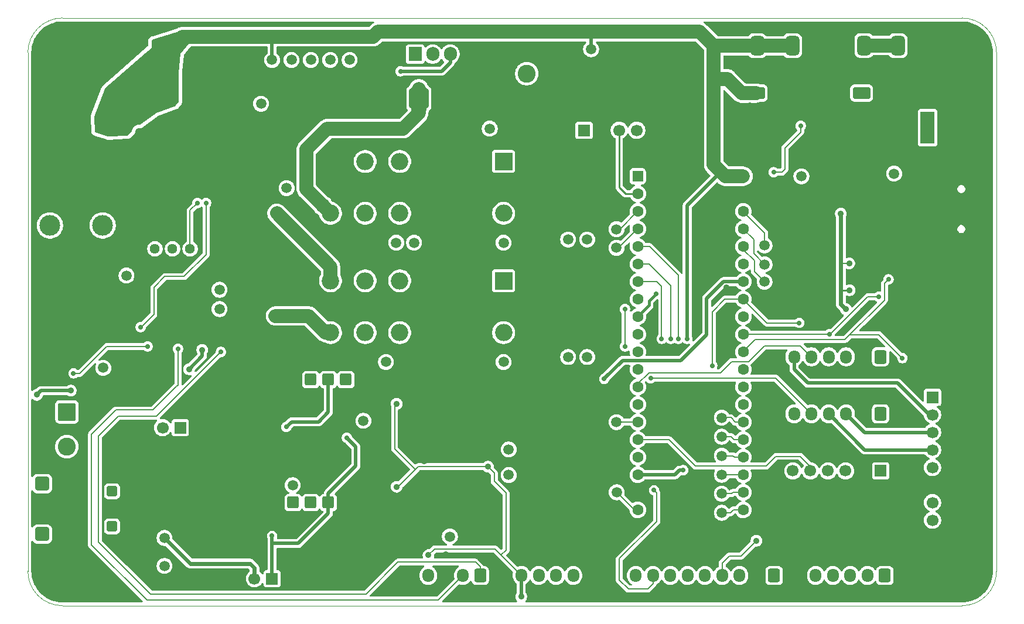
<source format=gbr>
%TF.GenerationSoftware,KiCad,Pcbnew,9.0.5*%
%TF.CreationDate,2025-12-08T19:50:26+01:00*%
%TF.ProjectId,inz,696e7a2e-6b69-4636-9164-5f7063625858,rev?*%
%TF.SameCoordinates,Original*%
%TF.FileFunction,Copper,L2,Bot*%
%TF.FilePolarity,Positive*%
%FSLAX46Y46*%
G04 Gerber Fmt 4.6, Leading zero omitted, Abs format (unit mm)*
G04 Created by KiCad (PCBNEW 9.0.5) date 2025-12-08 19:50:26*
%MOMM*%
%LPD*%
G01*
G04 APERTURE LIST*
G04 Aperture macros list*
%AMRoundRect*
0 Rectangle with rounded corners*
0 $1 Rounding radius*
0 $2 $3 $4 $5 $6 $7 $8 $9 X,Y pos of 4 corners*
0 Add a 4 corners polygon primitive as box body*
4,1,4,$2,$3,$4,$5,$6,$7,$8,$9,$2,$3,0*
0 Add four circle primitives for the rounded corners*
1,1,$1+$1,$2,$3*
1,1,$1+$1,$4,$5*
1,1,$1+$1,$6,$7*
1,1,$1+$1,$8,$9*
0 Add four rect primitives between the rounded corners*
20,1,$1+$1,$2,$3,$4,$5,0*
20,1,$1+$1,$4,$5,$6,$7,0*
20,1,$1+$1,$6,$7,$8,$9,0*
20,1,$1+$1,$8,$9,$2,$3,0*%
G04 Aperture macros list end*
%TA.AperFunction,ComponentPad*%
%ADD10R,1.700000X1.700000*%
%TD*%
%TA.AperFunction,ComponentPad*%
%ADD11C,1.700000*%
%TD*%
%TA.AperFunction,ComponentPad*%
%ADD12C,6.400000*%
%TD*%
%TA.AperFunction,ComponentPad*%
%ADD13RoundRect,0.250000X1.050000X1.050000X-1.050000X1.050000X-1.050000X-1.050000X1.050000X-1.050000X0*%
%TD*%
%TA.AperFunction,ComponentPad*%
%ADD14C,2.600000*%
%TD*%
%TA.AperFunction,ComponentPad*%
%ADD15C,1.500000*%
%TD*%
%TA.AperFunction,ComponentPad*%
%ADD16RoundRect,0.225000X-0.525000X-0.525000X0.525000X-0.525000X0.525000X0.525000X-0.525000X0.525000X0*%
%TD*%
%TA.AperFunction,ComponentPad*%
%ADD17RoundRect,0.300000X-0.700000X-0.700000X0.700000X-0.700000X0.700000X0.700000X-0.700000X0.700000X0*%
%TD*%
%TA.AperFunction,ComponentPad*%
%ADD18RoundRect,0.250000X-0.550000X-0.550000X0.550000X-0.550000X0.550000X0.550000X-0.550000X0.550000X0*%
%TD*%
%TA.AperFunction,ComponentPad*%
%ADD19C,1.600000*%
%TD*%
%TA.AperFunction,ComponentPad*%
%ADD20C,3.000000*%
%TD*%
%TA.AperFunction,ComponentPad*%
%ADD21R,2.500000X2.500000*%
%TD*%
%TA.AperFunction,ComponentPad*%
%ADD22O,2.500000X2.500000*%
%TD*%
%TA.AperFunction,ComponentPad*%
%ADD23RoundRect,0.250000X0.600000X0.725000X-0.600000X0.725000X-0.600000X-0.725000X0.600000X-0.725000X0*%
%TD*%
%TA.AperFunction,ComponentPad*%
%ADD24O,1.700000X1.950000*%
%TD*%
%TA.AperFunction,ComponentPad*%
%ADD25R,1.905000X2.000000*%
%TD*%
%TA.AperFunction,ComponentPad*%
%ADD26O,1.905000X2.000000*%
%TD*%
%TA.AperFunction,ComponentPad*%
%ADD27RoundRect,0.250000X-1.050000X1.050000X-1.050000X-1.050000X1.050000X-1.050000X1.050000X1.050000X0*%
%TD*%
%TA.AperFunction,ComponentPad*%
%ADD28RoundRect,0.250000X0.600000X-0.600000X0.600000X0.600000X-0.600000X0.600000X-0.600000X-0.600000X0*%
%TD*%
%TA.AperFunction,ComponentPad*%
%ADD29RoundRect,0.500000X0.500000X0.900000X-0.500000X0.900000X-0.500000X-0.900000X0.500000X-0.900000X0*%
%TD*%
%TA.AperFunction,HeatsinkPad*%
%ADD30O,2.100000X1.000000*%
%TD*%
%TA.AperFunction,HeatsinkPad*%
%ADD31O,1.800000X1.000000*%
%TD*%
%TA.AperFunction,ComponentPad*%
%ADD32R,2.000000X4.600000*%
%TD*%
%TA.AperFunction,ComponentPad*%
%ADD33O,2.000000X4.200000*%
%TD*%
%TA.AperFunction,ComponentPad*%
%ADD34O,4.200000X2.000000*%
%TD*%
%TA.AperFunction,ComponentPad*%
%ADD35RoundRect,0.250001X-1.149999X-1.149999X1.149999X-1.149999X1.149999X1.149999X-1.149999X1.149999X0*%
%TD*%
%TA.AperFunction,ComponentPad*%
%ADD36C,2.800000*%
%TD*%
%TA.AperFunction,ComponentPad*%
%ADD37RoundRect,0.255000X-0.995000X-0.595000X0.995000X-0.595000X0.995000X0.595000X-0.995000X0.595000X0*%
%TD*%
%TA.AperFunction,ComponentPad*%
%ADD38C,1.440000*%
%TD*%
%TA.AperFunction,ViaPad*%
%ADD39C,0.900000*%
%TD*%
%TA.AperFunction,ViaPad*%
%ADD40C,0.700000*%
%TD*%
%TA.AperFunction,Conductor*%
%ADD41C,0.200000*%
%TD*%
%TA.AperFunction,Conductor*%
%ADD42C,0.500000*%
%TD*%
%TA.AperFunction,Conductor*%
%ADD43C,2.000000*%
%TD*%
%TA.AperFunction,Conductor*%
%ADD44C,0.250000*%
%TD*%
%TA.AperFunction,Conductor*%
%ADD45C,0.600000*%
%TD*%
%TA.AperFunction,Conductor*%
%ADD46C,0.438400*%
%TD*%
%TA.AperFunction,Profile*%
%ADD47C,0.050000*%
%TD*%
G04 APERTURE END LIST*
D10*
%TO.P,J203,1,Pin_1*%
%TO.N,+3V3*%
X176268080Y-88500000D03*
D11*
%TO.P,J203,2,Pin_2*%
%TO.N,GND*%
X173728080Y-88500000D03*
%TO.P,J203,3,Pin_3*%
%TO.N,/SPI_SCK*%
X171188080Y-88500000D03*
%TO.P,J203,4,Pin_4*%
%TO.N,/SPI_MOSI*%
X168648080Y-88500000D03*
%TO.P,J203,5,Pin_5*%
%TO.N,/BMP3_CS*%
X166108080Y-88500000D03*
%TO.P,J203,6,Pin_6*%
%TO.N,/SPI_MISO*%
X163568080Y-88500000D03*
%TD*%
D10*
%TO.P,J501,1,Pin_1*%
%TO.N,+5V*%
X133380000Y-39250000D03*
D11*
%TO.P,J501,2,Pin_2*%
%TO.N,GND*%
X135920000Y-39250000D03*
%TO.P,J501,3,Pin_3*%
%TO.N,/R1_IN2*%
X138460000Y-39250000D03*
%TO.P,J501,4,Pin_4*%
%TO.N,/R1_IN1*%
X141000000Y-39250000D03*
%TD*%
D12*
%TO.P,H402,1,1*%
%TO.N,GND*%
X188000000Y-28000000D03*
%TD*%
D13*
%TO.P,J302,1,Pin_1*%
%TO.N,GND*%
X130112918Y-31039581D03*
D14*
%TO.P,J302,2,Pin_2*%
%TO.N,/BatteryLoad/active_load_Vin-*%
X125112918Y-31039581D03*
%TD*%
D15*
%TO.P,TP203,1,1*%
%TO.N,/ina333_Vout*%
X122500000Y-85400000D03*
%TD*%
D16*
%TO.P,U204,1,OUT*%
%TO.N,/Sensors1/QNHC3_out*%
X65175000Y-91460000D03*
%TO.P,U204,2,GND*%
%TO.N,GND*%
X65175000Y-94000000D03*
%TO.P,U204,3,Vcc*%
%TO.N,+5V*%
X65175000Y-96540000D03*
D17*
%TO.P,U204,4,NC*%
%TO.N,unconnected-(U204-NC-Pad4)*%
X55075000Y-90350000D03*
%TO.N,unconnected-(U204-NC-Pad4)_1*%
X55075000Y-97650000D03*
%TD*%
D18*
%TO.P,J102,1,PB12*%
%TO.N,/R1_IN1*%
X141160000Y-45885000D03*
D19*
%TO.P,J102,2,PB13*%
%TO.N,/R1_IN2*%
X141160000Y-48425000D03*
%TO.P,J102,3,PB14*%
%TO.N,/R1_IN3*%
X141160000Y-50965000D03*
%TO.P,J102,4,PB15*%
%TO.N,Net-(J102A-PB15)*%
X141160000Y-53505000D03*
%TO.P,J102,5,PA8*%
%TO.N,/enc_S1*%
X141160000Y-56045000D03*
%TO.P,J102,6,PA9*%
%TO.N,/enc_S2*%
X141160000Y-58585000D03*
%TO.P,J102,7,PA10*%
%TO.N,/enc_KEY*%
X141160000Y-61125000D03*
%TO.P,J102,8,PA11*%
%TO.N,USB_D-*%
X141160000Y-63665000D03*
%TO.P,J102,9,PA12*%
%TO.N,USB_D+*%
X141160000Y-66205000D03*
%TO.P,J102,10,PA15*%
%TO.N,/OLED_TIM2*%
X141160000Y-68745000D03*
%TO.P,J102,11,PB3*%
%TO.N,/BMP2_CS*%
X141160000Y-71285000D03*
%TO.P,J102,12,PB4*%
%TO.N,/TIM3_CH1_PWM*%
X141160000Y-73825000D03*
%TO.P,J102,13,PB5*%
%TO.N,/BMP1_CS*%
X141160000Y-76365000D03*
%TO.P,J102,14,PB6*%
%TO.N,/I2C_SCL*%
X141160000Y-78905000D03*
%TO.P,J102,15,PB7*%
%TO.N,/TIM4_CH2*%
X141160000Y-81445000D03*
%TO.P,J102,16,PB8*%
%TO.N,/BMP3_CS*%
X141160000Y-83985000D03*
%TO.P,J102,17,PB9*%
%TO.N,/I2C_SDA*%
X141160000Y-86525000D03*
%TO.P,J102,18,5V*%
%TO.N,+5V*%
X141160000Y-89065000D03*
%TO.P,J102,19,GND*%
%TO.N,GND*%
X141160000Y-91605000D03*
%TO.P,J102,20,3V3*%
%TO.N,Net-(J102A-3V3)*%
X141160000Y-94145000D03*
%TO.P,J102,21,VB*%
%TO.N,Net-(J102B-VB)*%
X156400000Y-94145000D03*
%TO.P,J102,22,PC13*%
%TO.N,Net-(J102B-PC13)*%
X156400000Y-91605000D03*
%TO.P,J102,23,PC14*%
%TO.N,Net-(J102B-PC14)*%
X156400000Y-89065000D03*
%TO.P,J102,24,PC15*%
%TO.N,Net-(J102B-PC15)*%
X156400000Y-86525000D03*
%TO.P,J102,25,RST*%
%TO.N,Net-(J102B-RST)*%
X156400000Y-83985000D03*
%TO.P,J102,26,PA0*%
%TO.N,Net-(J102B-PA0)*%
X156400000Y-81445000D03*
%TO.P,J102,27,PA1*%
%TO.N,/OLED_CS*%
X156400000Y-78905000D03*
%TO.P,J102,28,PA2*%
%TO.N,/OLED_DC*%
X156400000Y-76365000D03*
%TO.P,J102,29,PA3*%
%TO.N,/OLED_RST*%
X156400000Y-73825000D03*
%TO.P,J102,30,PA4*%
%TO.N,/SD_CS*%
X156400000Y-71285000D03*
%TO.P,J102,31,PA5*%
%TO.N,/SPI_SCK*%
X156400000Y-68745000D03*
%TO.P,J102,32,PA6*%
%TO.N,/SPI_MISO*%
X156400000Y-66205000D03*
%TO.P,J102,33,PA7*%
%TO.N,/SPI_MOSI*%
X156400000Y-63665000D03*
%TO.P,J102,34,PB0*%
%TO.N,/QNH_Vout*%
X156400000Y-61125000D03*
%TO.P,J102,35,PB1*%
%TO.N,/ina333_Vout*%
X156400000Y-58585000D03*
%TO.P,J102,36,PB2*%
%TO.N,Net-(J102B-PB2)*%
X156400000Y-56045000D03*
%TO.P,J102,37,PB10*%
%TO.N,Net-(J102B-PB10)*%
X156400000Y-53505000D03*
%TO.P,J102,38,3V3*%
%TO.N,Net-(J102B-3V3)*%
X156400000Y-50965000D03*
%TO.P,J102,39,GND*%
%TO.N,GND*%
X156400000Y-48425000D03*
%TO.P,J102,40,5V*%
%TO.N,+5V*%
X156400000Y-45885000D03*
%TD*%
D20*
%TO.P,L601,1*%
%TO.N,/XL4015/XL4015_SW*%
X56190000Y-53000000D03*
%TO.P,L601,2*%
%TO.N,/XL4015/OUT+*%
X63810000Y-53000000D03*
%TD*%
D15*
%TO.P,TP602,1,1*%
%TO.N,/XL4015/OUT+*%
X90400000Y-47600000D03*
%TD*%
D21*
%TO.P,RL102,1*%
%TO.N,+5V*%
X121750000Y-43750000D03*
D22*
%TO.P,RL102,2*%
%TO.N,Net-(RL102-Pad2)*%
X106750000Y-43750000D03*
%TO.P,RL102,3*%
%TO.N,/ina333_Vin-*%
X101750000Y-43750000D03*
%TO.P,RL102,4*%
%TO.N,GND*%
X96750000Y-43750000D03*
%TO.P,RL102,5*%
%TO.N,/BatteryLoad/Bat_load+*%
X96750000Y-51250000D03*
%TO.P,RL102,6*%
%TO.N,/Current_sensor_in-*%
X101750000Y-51250000D03*
%TO.P,RL102,7*%
%TO.N,Net-(RL102-Pad7)*%
X106750000Y-51250000D03*
%TO.P,RL102,8*%
%TO.N,/R2_COIL-*%
X121750000Y-51250000D03*
%TD*%
D23*
%TO.P,J407,1,Pin_1*%
%TO.N,GND*%
X134346541Y-103638758D03*
D24*
%TO.P,J407,2,Pin_2*%
%TO.N,/Connectors/enc_S1_in*%
X131846541Y-103638758D03*
%TO.P,J407,3,Pin_3*%
%TO.N,/Connectors/enc_S2_in*%
X129346541Y-103638758D03*
%TO.P,J407,4,Pin_4*%
%TO.N,/Connectors/enc_key_in*%
X126846541Y-103638758D03*
%TO.P,J407,5,Pin_5*%
%TO.N,+3V3*%
X124346541Y-103638758D03*
%TD*%
D15*
%TO.P,TP112,1,1*%
%TO.N,Net-(J102B-RST)*%
X153293930Y-83561076D03*
%TD*%
%TO.P,TP103,1,1*%
%TO.N,Net-(RL102-Pad7)*%
X106250000Y-55500000D03*
%TD*%
D12*
%TO.P,H401,1,1*%
%TO.N,GND*%
X58000000Y-28000000D03*
%TD*%
D25*
%TO.P,Q301,1,G*%
%TO.N,/BatteryLoad/active_load_Vout*%
X108972918Y-28212081D03*
D26*
%TO.P,Q301,2,D*%
%TO.N,/BatteryLoad/Bat_load+*%
X111512918Y-28212081D03*
%TO.P,Q301,3,S*%
%TO.N,/BatteryLoad/active_load_Vin-*%
X114052918Y-28212081D03*
%TD*%
D15*
%TO.P,TP505,1,1*%
%TO.N,/Relays/K2_opto_out*%
X131082282Y-55034255D03*
%TD*%
%TO.P,TP206,1,1*%
%TO.N,/Sensors1/Current_offset_1V5*%
X114000000Y-98000000D03*
%TD*%
D27*
%TO.P,J101,1,Pin_1*%
%TO.N,/BAT_Vin-*%
X58640925Y-79979129D03*
D14*
%TO.P,J101,2,Pin_2*%
%TO.N,/BAT_Vin+*%
X58640925Y-84979129D03*
%TD*%
D28*
%TO.P,J201,1,Vref*%
%TO.N,unconnected-(J201A-Vref-Pad1)*%
X91350000Y-93070000D03*
%TO.P,J201,2,Vout*%
%TO.N,/Sensors1/ina333_Vout_5V*%
X93890000Y-93070000D03*
%TO.P,J201,3,3V3*%
%TO.N,+5V*%
X96430000Y-93070000D03*
%TO.P,J201,4,GND*%
%TO.N,GND*%
X98970000Y-93070000D03*
%TO.P,J201,5,GND*%
X91350000Y-75290000D03*
%TO.P,J201,6,VCC*%
%TO.N,unconnected-(J201B-VCC-Pad6)*%
X93890000Y-75290000D03*
%TO.P,J201,7,Vin-*%
%TO.N,/ina333_Vin-*%
X96430000Y-75290000D03*
%TO.P,J201,8,Vin+*%
%TO.N,/Current_sensor_in-*%
X98970000Y-75290000D03*
%TD*%
D23*
%TO.P,J401,1,Pin_1*%
%TO.N,/I2C_SDA*%
X118379605Y-103638758D03*
D24*
%TO.P,J401,2,Pin_2*%
%TO.N,/I2C_SCL*%
X115879605Y-103638758D03*
%TO.P,J401,3,Pin_3*%
%TO.N,GND*%
X113379605Y-103638758D03*
%TO.P,J401,4,Pin_4*%
%TO.N,+3V3*%
X110879605Y-103638758D03*
%TD*%
D15*
%TO.P,TP111,1,1*%
%TO.N,Net-(J102B-PA0)*%
X153293930Y-80811076D03*
%TD*%
%TO.P,TP601,1,1*%
%TO.N,+5V*%
X88300000Y-29062747D03*
%TD*%
%TO.P,TP113,1,1*%
%TO.N,Net-(J102B-PC15)*%
X153293930Y-86311076D03*
%TD*%
%TO.P,TP204,1,1*%
%TO.N,/Sensors1/QNHC3_out*%
X72750000Y-102250000D03*
%TD*%
%TO.P,TP302,1,1*%
%TO.N,/BatteryLoad/active_load_Vin+*%
X93903874Y-29062747D03*
%TD*%
%TO.P,TP502,1,1*%
%TO.N,/Relays/K1_opto_out*%
X131082282Y-72034255D03*
%TD*%
D29*
%TO.P,F401,1*%
%TO.N,Net-(F401-Pad1)*%
X178740000Y-27000000D03*
X173870000Y-26987500D03*
%TO.P,F401,2*%
%TO.N,+5V*%
X163500000Y-27000000D03*
X158420000Y-27000000D03*
%TD*%
D15*
%TO.P,TP114,1,1*%
%TO.N,Net-(J102B-PC14)*%
X153293930Y-89061076D03*
%TD*%
D30*
%TO.P,J402,S1,SHIELD*%
%TO.N,GND*%
X187350000Y-54945000D03*
D31*
X191530000Y-54945000D03*
D30*
X187350000Y-46305000D03*
D31*
X191530000Y-46305000D03*
%TD*%
D15*
%TO.P,TP401,1,1*%
%TO.N,Net-(F401-Pad1)*%
X178200000Y-45500000D03*
%TD*%
%TO.P,TP403,1,1*%
%TO.N,+3V3*%
X164800000Y-45900000D03*
%TD*%
D23*
%TO.P,J404,1,Pin_1*%
%TO.N,+3V3*%
X176250000Y-72000000D03*
D24*
%TO.P,J404,2,Pin_2*%
%TO.N,GND*%
X173750000Y-72000000D03*
%TO.P,J404,3,Pin_3*%
%TO.N,/SPI_SCK*%
X171250000Y-72000000D03*
%TO.P,J404,4,Pin_4*%
%TO.N,/SPI_MOSI*%
X168750000Y-72000000D03*
%TO.P,J404,5,Pin_5*%
%TO.N,/BMP1_CS*%
X166250000Y-72000000D03*
%TO.P,J404,6,Pin_6*%
%TO.N,/SPI_MISO*%
X163750000Y-72000000D03*
%TD*%
D12*
%TO.P,H403,1,1*%
%TO.N,GND*%
X188000000Y-103000000D03*
%TD*%
D15*
%TO.P,TP115,1,1*%
%TO.N,Net-(J102B-PC13)*%
X153293930Y-91811076D03*
%TD*%
D23*
%TO.P,J409,1,Pin_1*%
%TO.N,unconnected-(J409-Pin_1-Pad1)*%
X176857088Y-103638758D03*
D24*
%TO.P,J409,2,Pin_2*%
%TO.N,unconnected-(J409-Pin_2-Pad2)*%
X174357088Y-103638758D03*
%TO.P,J409,3,Pin_3*%
%TO.N,unconnected-(J409-Pin_3-Pad3)*%
X171857088Y-103638758D03*
%TO.P,J409,4,Pin_4*%
%TO.N,unconnected-(J409-Pin_4-Pad4)*%
X169357088Y-103638758D03*
%TO.P,J409,5,Pin_5*%
%TO.N,unconnected-(J409-Pin_5-Pad5)*%
X166857088Y-103638758D03*
%TD*%
D15*
%TO.P,TP504,1,1*%
%TO.N,+5V*%
X133832282Y-55034255D03*
%TD*%
%TO.P,TP110,1,1*%
%TO.N,/TIM4_CH2*%
X138073930Y-81451076D03*
%TD*%
%TO.P,TP205,1,1*%
%TO.N,/Sensors1/ACS712_out*%
X72750000Y-98200000D03*
%TD*%
%TO.P,TP202,1,1*%
%TO.N,/Sensors1/ina333_offset_2V48*%
X101500000Y-81250000D03*
%TD*%
%TO.P,TP301,1,1*%
%TO.N,/TIM3_CH1_PWM*%
X91101937Y-29062747D03*
%TD*%
%TO.P,TP101,1,1*%
%TO.N,Net-(RL101-Pad2)*%
X108815000Y-55500000D03*
%TD*%
%TO.P,TP603,1,1*%
%TO.N,/XL4015/XL4015_FB*%
X86700000Y-35400000D03*
%TD*%
D23*
%TO.P,J408,1,Pin_1*%
%TO.N,+3V3*%
X160857088Y-103638758D03*
D24*
%TO.P,J408,2,Pin_2*%
%TO.N,GND*%
X158357088Y-103638758D03*
%TO.P,J408,3,Pin_3*%
%TO.N,/OLED_CS*%
X155857088Y-103638758D03*
%TO.P,J408,4,Pin_4*%
%TO.N,/OLED_RST*%
X153357088Y-103638758D03*
%TO.P,J408,5,Pin_5*%
%TO.N,/OLED_DC*%
X150857088Y-103638758D03*
%TO.P,J408,6,Pin_6*%
%TO.N,/SPI_MOSI*%
X148357088Y-103638758D03*
%TO.P,J408,7,Pin_7*%
%TO.N,/SPI_SCK*%
X145857088Y-103638758D03*
%TO.P,J408,8,Pin_8*%
%TO.N,/OLED_TIM2*%
X143357088Y-103638758D03*
%TO.P,J408,9,Pin_9*%
%TO.N,/SPI_MISO*%
X140857088Y-103638758D03*
%TD*%
D10*
%TO.P,J202,1,Pin_1*%
%TO.N,+5V*%
X88300000Y-104100000D03*
D11*
%TO.P,J202,2,Pin_2*%
%TO.N,/Sensors1/ACS712_out*%
X85760000Y-104100000D03*
%TO.P,J202,3,Pin_3*%
%TO.N,GND*%
X83220000Y-104100000D03*
%TD*%
D15*
%TO.P,TP108,1,1*%
%TO.N,Net-(J102B-PB10)*%
X159473930Y-58641076D03*
%TD*%
%TO.P,TP201,1,1*%
%TO.N,/Sensors1/ina333_Vout_5V*%
X91275000Y-90575000D03*
%TD*%
%TO.P,TP109,1,1*%
%TO.N,Net-(J102B-PB2)*%
X159473930Y-61141076D03*
%TD*%
%TO.P,TP606,1,1*%
%TO.N,/XL4015/RVW*%
X80700000Y-62300000D03*
%TD*%
%TO.P,TP303,1,1*%
%TO.N,/BatteryLoad/active_load_Vout*%
X99507747Y-29062747D03*
%TD*%
%TO.P,TP207,1,1*%
%TO.N,/QNH_Vout*%
X122500000Y-89100000D03*
%TD*%
%TO.P,TP117,1,1*%
%TO.N,Net-(J102B-VB)*%
X153293930Y-94561076D03*
%TD*%
%TO.P,TP503,1,1*%
%TO.N,/R1_COIL-*%
X121750000Y-72750000D03*
%TD*%
D23*
%TO.P,J406,1,Pin_1*%
%TO.N,+3V3*%
X176250000Y-80250000D03*
D24*
%TO.P,J406,2,Pin_2*%
%TO.N,GND*%
X173750000Y-80250000D03*
%TO.P,J406,3,Pin_3*%
%TO.N,/SPI_SCK*%
X171250000Y-80250000D03*
%TO.P,J406,4,Pin_4*%
%TO.N,/SPI_MOSI*%
X168750000Y-80250000D03*
%TO.P,J406,5,Pin_5*%
%TO.N,/BMP2_CS*%
X166250000Y-80250000D03*
%TO.P,J406,6,Pin_6*%
%TO.N,/SPI_MISO*%
X163750000Y-80250000D03*
%TD*%
D15*
%TO.P,TP604,1,1*%
%TO.N,/XL4015/XL4015_5V*%
X67255000Y-60250000D03*
%TD*%
%TO.P,TP104,1,1*%
%TO.N,Net-(RL102-Pad2)*%
X119750000Y-39000000D03*
%TD*%
%TO.P,TP605,1,1*%
%TO.N,/XL4015/RVH*%
X80700000Y-65100000D03*
%TD*%
D32*
%TO.P,J403,1*%
%TO.N,Net-(F401-Pad1)*%
X183025735Y-38854186D03*
D33*
%TO.P,J403,2*%
%TO.N,GND*%
X189325735Y-38854186D03*
D34*
%TO.P,J403,3*%
X185925735Y-34054186D03*
%TD*%
D15*
%TO.P,TP607,1,1*%
%TO.N,GND*%
X64000000Y-29800000D03*
%TD*%
%TO.P,TP501,1,1*%
%TO.N,+5V*%
X133832282Y-72034255D03*
%TD*%
%TO.P,TP506,1,1*%
%TO.N,/R2_COIL-*%
X121750000Y-55500000D03*
%TD*%
D35*
%TO.P,J301,1,Pin_1*%
%TO.N,/BatteryLoad/Bat_load+*%
X109507747Y-34657747D03*
D36*
%TO.P,J301,2,Pin_2*%
%TO.N,GND*%
X114507747Y-34657747D03*
%TD*%
D15*
%TO.P,TP116,1,1*%
%TO.N,Net-(J102A-3V3)*%
X138100000Y-91600000D03*
%TD*%
%TO.P,TP304,1,1*%
%TO.N,/BatteryLoad/active_load_Vin-*%
X96705810Y-29062747D03*
%TD*%
%TO.P,TP402,1,1*%
%TO.N,+5V*%
X134400000Y-27500000D03*
%TD*%
D37*
%TO.P,J405,1,IN+*%
%TO.N,+5V*%
X158253819Y-33865093D03*
%TO.P,J405,2,OUT+*%
%TO.N,+3V3*%
X173493819Y-33865093D03*
%TO.P,J405,3,IN-*%
%TO.N,GND*%
X158253819Y-42485093D03*
%TO.P,J405,4,OUT-*%
X173493819Y-42485093D03*
%TD*%
D10*
%TO.P,JP102,1,A*%
%TO.N,/ina333_Vin-*%
X75025000Y-82250000D03*
D11*
%TO.P,JP102,2,B*%
%TO.N,/BAT_Vin-*%
X72485000Y-82250000D03*
%TD*%
D12*
%TO.P,H404,1,1*%
%TO.N,GND*%
X58000000Y-103000000D03*
%TD*%
D15*
%TO.P,TP105,1,1*%
%TO.N,/R1_IN3*%
X138073930Y-53551076D03*
%TD*%
D21*
%TO.P,RL101,1*%
%TO.N,+5V*%
X121750000Y-61000000D03*
D22*
%TO.P,RL101,2*%
%TO.N,Net-(RL101-Pad2)*%
X106750000Y-61000000D03*
%TO.P,RL101,3*%
%TO.N,/Current_sensor_in-*%
X101750000Y-61000000D03*
%TO.P,RL101,4*%
%TO.N,/XL4015/OUT+*%
X96750000Y-61000000D03*
%TO.P,RL101,5*%
%TO.N,/XL4015/OUT-*%
X96750000Y-68500000D03*
%TO.P,RL101,6*%
%TO.N,/ina333_Vin-*%
X101750000Y-68500000D03*
%TO.P,RL101,7*%
%TO.N,Net-(RL101-Pad7)*%
X106750000Y-68500000D03*
%TO.P,RL101,8*%
%TO.N,/R1_COIL-*%
X121750000Y-68500000D03*
%TD*%
D15*
%TO.P,TP106,1,1*%
%TO.N,Net-(J102B-3V3)*%
X159473930Y-55891076D03*
%TD*%
D38*
%TO.P,RV601,1,1*%
%TO.N,/XL4015/OUT+*%
X71365000Y-56390000D03*
%TO.P,RV601,2,2*%
X73905000Y-56390000D03*
%TO.P,RV601,3,3*%
%TO.N,/XL4015/XL4015_FB*%
X76445000Y-56390000D03*
%TD*%
D10*
%TO.P,J411,1,Pin_1*%
%TO.N,unconnected-(J411-Pin_1-Pad1)*%
X183750000Y-77860000D03*
D11*
%TO.P,J411,2,Pin_2*%
%TO.N,/SPI_MISO*%
X183750000Y-80400000D03*
%TO.P,J411,3,Pin_3*%
%TO.N,/SPI_SCK*%
X183750000Y-82940000D03*
%TO.P,J411,4,Pin_4*%
%TO.N,/SPI_MOSI*%
X183750000Y-85480000D03*
%TO.P,J411,5,Pin_5*%
%TO.N,/SD_CS*%
X183750000Y-88020000D03*
%TO.P,J411,6,Pin_6*%
%TO.N,GND*%
X183750000Y-90560000D03*
%TO.P,J411,7,Pin_7*%
%TO.N,+3V3*%
X183750000Y-93100000D03*
%TO.P,J411,8,Pin_8*%
%TO.N,unconnected-(J411-Pin_8-Pad8)*%
X183750000Y-95640000D03*
%TD*%
D15*
%TO.P,TP107,1,1*%
%TO.N,Net-(J102A-PB15)*%
X138073930Y-56251076D03*
%TD*%
%TO.P,TP102,1,1*%
%TO.N,Net-(RL101-Pad7)*%
X104750000Y-72750000D03*
%TD*%
%TO.P,TP608,1,1*%
%TO.N,/XL4015/OUT-*%
X63900000Y-73600000D03*
%TD*%
D39*
%TO.N,GND*%
X177000000Y-100000000D03*
X177000000Y-96000000D03*
X177000000Y-92000000D03*
X115000000Y-75000000D03*
X125000000Y-35000000D03*
X167600000Y-47200000D03*
X158564395Y-35641978D03*
X113400000Y-100600000D03*
X88300000Y-62200000D03*
X81000000Y-89000000D03*
X58250000Y-35000000D03*
X102000000Y-101000000D03*
X135000000Y-45000000D03*
X154000000Y-56000000D03*
X165000000Y-100000000D03*
X167000000Y-45400000D03*
X130400000Y-49500000D03*
X160200000Y-48200000D03*
X180600000Y-54900000D03*
X60000000Y-45000000D03*
X69580589Y-102372032D03*
X165000000Y-92000000D03*
X70000000Y-60250000D03*
X178057994Y-48480659D03*
X130400000Y-100100000D03*
X100000000Y-64300000D03*
X136000000Y-78000000D03*
X161000000Y-96000000D03*
X175000000Y-40000000D03*
X137000000Y-85000000D03*
X60000000Y-40000000D03*
X155980659Y-43038681D03*
X99000000Y-81000000D03*
X85300000Y-62200000D03*
X96000000Y-98000000D03*
X113400000Y-86700000D03*
X58358296Y-91858479D03*
X97000000Y-83000000D03*
X65000000Y-47500000D03*
X131800000Y-64400000D03*
X127000000Y-92000000D03*
X146000000Y-38000000D03*
X165000000Y-56000000D03*
X57250000Y-35000000D03*
X84200000Y-62200000D03*
X146000000Y-47000000D03*
X130000000Y-35000000D03*
X62473846Y-59979065D03*
X173000000Y-100000000D03*
X181000000Y-100000000D03*
X55200000Y-66900000D03*
X84200000Y-60100000D03*
X164000000Y-43800000D03*
X85674010Y-43637170D03*
X124500000Y-56500000D03*
X149746059Y-65999999D03*
X119800000Y-95600000D03*
X90000000Y-57500000D03*
X149000000Y-29000000D03*
X60000000Y-60000000D03*
X70000000Y-39400000D03*
X88300000Y-61200000D03*
X75100000Y-48500000D03*
X174000000Y-56000000D03*
X142722548Y-42500000D03*
X140000000Y-42500000D03*
X60000000Y-57500000D03*
X181400000Y-48400000D03*
X60000000Y-35000000D03*
X82500000Y-57500000D03*
X80166971Y-83285575D03*
X93000000Y-104000000D03*
X153000000Y-99000000D03*
X68249999Y-27416051D03*
X55000000Y-95000000D03*
X153534657Y-65788167D03*
X110000000Y-50000000D03*
X84800000Y-31200000D03*
X168000000Y-56000000D03*
X115000000Y-60000000D03*
X165000000Y-50200000D03*
X158018241Y-29946043D03*
X84800000Y-32300000D03*
X159700000Y-35700000D03*
X142796731Y-52230505D03*
X123000000Y-76500000D03*
X55000000Y-47500000D03*
X62500000Y-57500000D03*
X93000000Y-101000000D03*
X57500000Y-60000000D03*
X82750000Y-31250000D03*
X177600000Y-64300000D03*
X162300000Y-40100000D03*
X125000000Y-45000000D03*
X65000000Y-60000000D03*
X110300000Y-87100000D03*
D40*
X82700000Y-71300000D03*
D39*
X187225000Y-44475000D03*
X70700000Y-96600000D03*
X137500000Y-95000000D03*
X78400000Y-91700000D03*
X62500000Y-50200000D03*
X56250000Y-40000000D03*
X168400000Y-50200000D03*
X164000000Y-42200000D03*
X158800000Y-46800000D03*
X115000000Y-50000000D03*
X165000000Y-59000000D03*
X82500000Y-60000000D03*
X154253598Y-42913076D03*
X149000000Y-42000000D03*
X156538901Y-29304065D03*
X55250000Y-36000000D03*
X97000000Y-88700000D03*
X177000000Y-56000000D03*
X74900000Y-65300000D03*
D40*
X104300000Y-91200000D03*
D39*
X65000000Y-25000000D03*
X56250000Y-41000000D03*
X161000000Y-100000000D03*
X162000000Y-59000000D03*
X83750000Y-32250000D03*
X87500000Y-90800000D03*
X164968351Y-51590989D03*
X172500000Y-40000000D03*
X120000000Y-35000000D03*
X127500000Y-72500000D03*
X99000000Y-95000000D03*
X75000000Y-80000000D03*
X146000000Y-51000000D03*
X174400000Y-45200000D03*
X158004285Y-31285824D03*
X102000000Y-89000000D03*
X82750000Y-32250000D03*
X110300000Y-79100000D03*
X131840596Y-47413169D03*
X83777801Y-63391492D03*
X159371978Y-31048571D03*
X156000000Y-40400000D03*
X90000000Y-101000000D03*
X80000000Y-75000000D03*
X165400000Y-43800000D03*
X86300000Y-62200000D03*
X161800000Y-49800000D03*
X77572013Y-84428309D03*
X87523429Y-94015548D03*
X169000000Y-92000000D03*
X180498976Y-68855218D03*
X179000000Y-53000000D03*
X60000000Y-82500000D03*
X130500000Y-66500000D03*
X156064395Y-35681978D03*
X190000000Y-72500000D03*
X145900000Y-29000000D03*
X132500000Y-56500000D03*
X139000000Y-85000000D03*
X69000000Y-39400000D03*
X152500000Y-51000000D03*
X58250000Y-36000000D03*
D40*
X102000000Y-97200000D03*
D39*
X84833135Y-78595604D03*
X76184766Y-103978392D03*
X164000000Y-63000000D03*
X149000000Y-47000000D03*
X96000000Y-104000000D03*
X84000000Y-91000000D03*
X190000000Y-75000000D03*
X102000000Y-104000000D03*
X57470604Y-44969340D03*
X143170000Y-68890000D03*
X97000000Y-35500000D03*
X177500000Y-42000000D03*
X181000000Y-96000000D03*
D40*
X111300000Y-93200000D03*
D39*
X127500000Y-76500000D03*
X154487362Y-29290109D03*
X55250000Y-41000000D03*
X60000000Y-55000000D03*
X57250000Y-40000000D03*
X171400000Y-67600000D03*
X67700000Y-97500000D03*
X67545851Y-78586950D03*
X115000000Y-45000000D03*
X166800000Y-43800000D03*
X115000000Y-55000000D03*
X168000000Y-59000000D03*
X72200000Y-76300000D03*
X153000000Y-97000000D03*
D40*
X87500000Y-82600000D03*
D39*
X110000000Y-45000000D03*
X99000000Y-101000000D03*
X85000000Y-30000000D03*
X57250000Y-36000000D03*
X185000000Y-72500000D03*
X127500000Y-79000000D03*
X177500000Y-37500000D03*
X57500000Y-47500000D03*
X139000000Y-75000000D03*
X169000000Y-100000000D03*
X55000000Y-57500000D03*
X61058790Y-92067820D03*
D40*
X64600000Y-67500000D03*
D39*
X165400000Y-42200000D03*
X96000000Y-101000000D03*
X88570828Y-75976839D03*
X154316401Y-40526593D03*
X159200000Y-49900000D03*
X166800000Y-40800000D03*
X115000000Y-70000000D03*
X57500000Y-57500000D03*
X132500000Y-90000000D03*
X166523753Y-77832812D03*
X157378131Y-35669890D03*
X110000000Y-40000000D03*
X120000000Y-30000000D03*
X161000000Y-92000000D03*
D40*
X111600000Y-98100000D03*
D39*
X177500000Y-40000000D03*
X162000000Y-56000000D03*
X173705025Y-65294975D03*
X135000000Y-87500000D03*
X104300000Y-79000000D03*
X56250000Y-36000000D03*
X66271868Y-105083736D03*
X180600000Y-46100000D03*
X60000000Y-53000000D03*
X149000000Y-38000000D03*
X166595173Y-83879779D03*
X146000000Y-54500000D03*
X88782553Y-63507881D03*
X89400000Y-35300000D03*
X118000000Y-96000000D03*
X58250000Y-40000000D03*
X139000000Y-83000000D03*
X173000000Y-96000000D03*
X135000000Y-90000000D03*
X134400000Y-100000000D03*
X168415494Y-51535164D03*
X100000000Y-91000000D03*
X175000000Y-37500000D03*
X166500000Y-31000000D03*
X101300000Y-84100000D03*
X115000000Y-40000000D03*
X154000000Y-62000000D03*
X130000000Y-84000000D03*
X128000000Y-56500000D03*
X82750000Y-33250000D03*
X75100000Y-50500000D03*
X84200000Y-61200000D03*
D40*
X81500000Y-66600000D03*
D39*
X83750000Y-33250000D03*
X55250000Y-40000000D03*
X67501670Y-84380695D03*
X90000000Y-96000000D03*
X126400000Y-100100000D03*
X137000000Y-83000000D03*
X173000000Y-31000000D03*
X55000000Y-45000000D03*
X93000000Y-96000000D03*
X150000000Y-99000000D03*
X174400000Y-46523171D03*
X88300000Y-60100000D03*
X70000000Y-25000000D03*
D40*
X69500000Y-66100000D03*
D39*
X153597417Y-78307582D03*
D40*
X74959620Y-69059620D03*
D39*
X146000000Y-42000000D03*
X135000000Y-52500000D03*
X80000000Y-60000000D03*
X75100000Y-49500000D03*
X71310783Y-84428309D03*
X137500000Y-67500000D03*
X82476246Y-80904879D03*
X175600000Y-48800000D03*
X161660769Y-51590989D03*
X99000000Y-104000000D03*
X140851318Y-101172307D03*
X105000000Y-47500000D03*
X153618351Y-76193241D03*
X89900000Y-88500000D03*
X137000000Y-36300000D03*
X56250000Y-35000000D03*
X165400000Y-40800000D03*
X85642609Y-41125082D03*
X135912174Y-41384747D03*
X87300000Y-62200000D03*
X68252661Y-26438796D03*
X57250000Y-41000000D03*
X159600000Y-32200000D03*
X55250000Y-35000000D03*
X173000000Y-92000000D03*
X55000000Y-50000000D03*
X150500269Y-59261661D03*
X66250000Y-72900000D03*
X185000000Y-75000000D03*
X80000000Y-57500000D03*
X115000000Y-65000000D03*
X135000000Y-85000000D03*
X179213400Y-66605461D03*
X165000000Y-96000000D03*
X55000000Y-60000000D03*
X63400000Y-61700000D03*
X58250000Y-41000000D03*
X158200000Y-44800000D03*
X156566813Y-30839230D03*
X134000000Y-80000000D03*
X175600000Y-47600000D03*
X83750000Y-31250000D03*
X132000000Y-82000000D03*
X169000000Y-96000000D03*
X182825000Y-44425000D03*
X84000000Y-94000000D03*
X81000000Y-91000000D03*
X131000000Y-88000000D03*
X173000000Y-60000000D03*
X119800000Y-78900000D03*
X123000000Y-79000000D03*
X136500000Y-61000000D03*
X71100000Y-39400000D03*
%TO.N,+5V*%
X160190000Y-26485000D03*
X65000000Y-36000000D03*
X156490000Y-27485000D03*
X83400000Y-25200000D03*
X71502930Y-29249865D03*
X161790000Y-27485000D03*
X83400000Y-26200000D03*
X69500000Y-34312500D03*
X161790000Y-26485000D03*
D40*
X88300000Y-97900000D03*
D39*
X160190000Y-27485000D03*
X155390000Y-27485000D03*
X69500000Y-32625000D03*
X67500000Y-34312500D03*
X84400000Y-26200000D03*
X69500000Y-29250000D03*
D40*
X99100000Y-83700000D03*
D39*
X82400000Y-26200000D03*
X84400000Y-25200000D03*
X67500000Y-36000000D03*
X156490000Y-26485000D03*
X65000000Y-34500000D03*
X71500000Y-32625000D03*
X67500000Y-32625000D03*
X155490000Y-26485000D03*
D40*
X147700000Y-88400000D03*
X148300000Y-69400000D03*
D39*
X73502930Y-29249865D03*
X71500000Y-34312500D03*
X69500000Y-36000000D03*
X71500000Y-36000000D03*
X71500000Y-30937500D03*
X82400000Y-25200000D03*
X69500000Y-30937500D03*
D40*
%TO.N,/ina333_Vin-*%
X90350000Y-82150000D03*
%TO.N,/QNH_Vout*%
X136300000Y-75200000D03*
D39*
%TO.N,+3V3*%
X119500000Y-87900000D03*
X106300000Y-90800000D03*
X171200000Y-65100000D03*
X78200000Y-71000000D03*
X171768946Y-62368946D03*
X171700000Y-58500000D03*
X54300000Y-77500000D03*
X106300000Y-78800000D03*
X110900000Y-100700000D03*
X59200000Y-76900000D03*
X170500000Y-51300000D03*
X124300000Y-106700000D03*
X76300000Y-73800000D03*
D40*
%TO.N,/Connectors/SMPS_SW*%
X160800000Y-45300000D03*
X164700000Y-38600000D03*
%TO.N,/enc_S1*%
X147000000Y-69400000D03*
%TO.N,/enc_S2*%
X145900000Y-69400000D03*
%TO.N,/enc_KEY*%
X144600000Y-69400000D03*
%TO.N,/SPI_MOSI*%
X164500000Y-67100000D03*
X151900000Y-73300000D03*
%TO.N,/TIM3_CH1_PWM*%
X139300000Y-70500000D03*
X139300000Y-65100000D03*
%TO.N,/SD_CS*%
X179400000Y-72200000D03*
X177400000Y-60800000D03*
%TO.N,/SPI_SCK*%
X168858924Y-68741076D03*
X176000000Y-63300000D03*
%TO.N,/I2C_SCL*%
X74700000Y-70842067D03*
D39*
%TO.N,/OLED_RST*%
X158300000Y-98600000D03*
D40*
%TO.N,/BMP2_CS*%
X143000000Y-75100000D03*
%TO.N,USB_D+*%
X143819200Y-62880800D03*
%TO.N,/I2C_SDA*%
X80900000Y-71300000D03*
D39*
%TO.N,/XL4015/OUT+*%
X90150000Y-53050000D03*
X89250000Y-50750000D03*
X89350000Y-52250000D03*
X90750000Y-52250000D03*
X88650000Y-51450000D03*
X89950000Y-51550000D03*
D40*
%TO.N,/XL4015/XL4015_ConstFlow_LED*%
X78750000Y-49750000D03*
X69300000Y-67700000D03*
%TO.N,/XL4015/XL4015_FB*%
X77500000Y-49750000D03*
%TO.N,/XL4015/XL4015_LMB_out*%
X59600000Y-74400000D03*
X70300000Y-70500000D03*
%TO.N,/OLED_TIM2*%
X143500000Y-91300000D03*
%TO.N,/BatteryLoad/Bat_load+*%
X109500000Y-33250000D03*
X108750000Y-33250000D03*
X96111647Y-49611647D03*
X95611647Y-50111647D03*
X95111647Y-50611647D03*
X110250000Y-33250000D03*
X109507747Y-36250000D03*
X108750000Y-36250000D03*
X110250000Y-36250000D03*
%TO.N,/BatteryLoad/active_load_Vin-*%
X106850000Y-30700000D03*
%TO.N,/XL4015/OUT-*%
X88900000Y-66700000D03*
X89700000Y-66700000D03*
X88900000Y-65500000D03*
X89700000Y-65500000D03*
X89700000Y-66100000D03*
X88900000Y-66100000D03*
%TO.N,Net-(F401-Pad1)*%
X177100000Y-27000000D03*
X175700000Y-27000000D03*
%TD*%
D41*
%TO.N,/BMP3_CS*%
X164600000Y-86400000D02*
X166108080Y-87908080D01*
X149500000Y-87800000D02*
X159700000Y-87800000D01*
X166108080Y-87908080D02*
X166108080Y-88500000D01*
X145681076Y-83981076D02*
X149500000Y-87800000D01*
X159700000Y-87800000D02*
X161100000Y-86400000D01*
X161100000Y-86400000D02*
X164600000Y-86400000D01*
X141123930Y-83981076D02*
X145681076Y-83981076D01*
X166108080Y-88500000D02*
X166250000Y-88500000D01*
D42*
%TO.N,+5V*%
X92100000Y-99000000D02*
X88290000Y-99000000D01*
X137400000Y-25300000D02*
X137700000Y-25000000D01*
D43*
X154100000Y-31800000D02*
X152115000Y-31800000D01*
D42*
X148300000Y-69400000D02*
X148300000Y-50100000D01*
X134400000Y-27500000D02*
X134400000Y-25050000D01*
D43*
X136300000Y-25000000D02*
X134450000Y-25000000D01*
D42*
X147200000Y-88400000D02*
X146538924Y-89061076D01*
X146538924Y-89061076D02*
X141118924Y-89061076D01*
X147700000Y-88400000D02*
X147200000Y-88400000D01*
D43*
X134450000Y-25000000D02*
X103600000Y-25000000D01*
X152115000Y-31800000D02*
X152115000Y-44215000D01*
X88300000Y-25700000D02*
X75300000Y-25700000D01*
X103600000Y-25000000D02*
X102900000Y-25700000D01*
D42*
X88290000Y-99000000D02*
X88290000Y-97910000D01*
X100400000Y-85000000D02*
X99100000Y-83700000D01*
D43*
X153781076Y-45881076D02*
X156363930Y-45881076D01*
D42*
X100400000Y-87800000D02*
X100400000Y-85300000D01*
X148300000Y-50100000D02*
X153100000Y-45300000D01*
D43*
X152115000Y-27015000D02*
X150100000Y-25000000D01*
X148700000Y-25000000D02*
X137700000Y-25000000D01*
D42*
X88290000Y-104090000D02*
X88290000Y-99000000D01*
X99700000Y-88500000D02*
X100400000Y-87800000D01*
X88300000Y-104100000D02*
X88290000Y-104090000D01*
X96430000Y-94670000D02*
X92100000Y-99000000D01*
D43*
X163485000Y-27015000D02*
X153700000Y-27015000D01*
X102900000Y-25700000D02*
X88300000Y-25700000D01*
D42*
X96430000Y-93070000D02*
X96430000Y-94670000D01*
D43*
X150100000Y-25000000D02*
X148700000Y-25000000D01*
D42*
X88290000Y-97910000D02*
X88300000Y-97900000D01*
D43*
X158253819Y-33865093D02*
X156165093Y-33865093D01*
X153700000Y-27015000D02*
X152115000Y-27015000D01*
X152115000Y-27015000D02*
X152115000Y-31800000D01*
D42*
X96430000Y-93070000D02*
X96430000Y-91770000D01*
X141118924Y-89061076D02*
X141110000Y-89070000D01*
X96430000Y-91770000D02*
X99700000Y-88500000D01*
D43*
X163500000Y-27000000D02*
X163485000Y-27015000D01*
X137700000Y-25000000D02*
X136300000Y-25000000D01*
X152115000Y-44215000D02*
X153781076Y-45881076D01*
D42*
X88300000Y-29062747D02*
X88300000Y-25700000D01*
X134400000Y-25050000D02*
X134450000Y-25000000D01*
D43*
X75300000Y-25700000D02*
X74000000Y-27000000D01*
X156165093Y-33865093D02*
X154100000Y-31800000D01*
D42*
X100400000Y-85300000D02*
X100400000Y-85000000D01*
%TO.N,/ina333_Vin-*%
X95000000Y-81400000D02*
X96430000Y-79970000D01*
X91100000Y-81400000D02*
X95000000Y-81400000D01*
X90350000Y-82150000D02*
X91100000Y-81400000D01*
X96430000Y-79970000D02*
X96430000Y-75290000D01*
%TO.N,/QNH_Vout*%
X147367924Y-72532076D02*
X151100000Y-68800000D01*
X151100000Y-68800000D02*
X151100000Y-63600000D01*
X138967924Y-72532076D02*
X147367924Y-72532076D01*
X151100000Y-63600000D02*
X153578924Y-61121076D01*
X153578924Y-61121076D02*
X156396076Y-61121076D01*
X156396076Y-61121076D02*
X156400000Y-61125000D01*
X136300000Y-75200000D02*
X138967924Y-72532076D01*
%TO.N,+3V3*%
X124346541Y-103638758D02*
X124338758Y-103638758D01*
D41*
X119500000Y-87900000D02*
X109400000Y-87900000D01*
D44*
X170568946Y-62368946D02*
X170500000Y-62300000D01*
D41*
X121400000Y-100700000D02*
X124338758Y-103638758D01*
D45*
X170500000Y-64400000D02*
X171200000Y-65100000D01*
D41*
X109000000Y-88300000D02*
X106600000Y-90700000D01*
X122100000Y-91700000D02*
X122100000Y-100000000D01*
X111800000Y-99800000D02*
X120500000Y-99800000D01*
X106000000Y-79100000D02*
X106300000Y-78800000D01*
D42*
X124300000Y-106700000D02*
X124300000Y-103685299D01*
D45*
X170500000Y-51300000D02*
X170500000Y-58500000D01*
D42*
X124300000Y-103685299D02*
X124346541Y-103638758D01*
D41*
X120400000Y-90000000D02*
X122100000Y-91700000D01*
X109400000Y-87900000D02*
X109000000Y-88300000D01*
D45*
X170500000Y-58500000D02*
X170500000Y-62300000D01*
D41*
X122100000Y-100000000D02*
X121400000Y-100700000D01*
D42*
X54900000Y-76900000D02*
X54300000Y-77500000D01*
D41*
X106500000Y-90800000D02*
X106300000Y-90800000D01*
D42*
X76300000Y-73800000D02*
X78200000Y-71900000D01*
D41*
X171700000Y-58500000D02*
X170500000Y-58500000D01*
X110900000Y-100700000D02*
X111800000Y-99800000D01*
X109000000Y-88300000D02*
X106000000Y-85300000D01*
D45*
X170500000Y-62300000D02*
X170500000Y-64400000D01*
D41*
X120500000Y-99800000D02*
X121400000Y-100700000D01*
D42*
X78200000Y-71900000D02*
X78200000Y-71000000D01*
D41*
X119500000Y-87900000D02*
X120400000Y-88800000D01*
D42*
X59200000Y-76900000D02*
X54900000Y-76900000D01*
D41*
X106600000Y-90700000D02*
X106500000Y-90800000D01*
X120400000Y-88800000D02*
X120400000Y-90000000D01*
X106000000Y-85300000D02*
X106000000Y-79100000D01*
D44*
X171768946Y-62368946D02*
X170568946Y-62368946D01*
D41*
%TO.N,/Connectors/SMPS_SW*%
X162400000Y-44900000D02*
X162000000Y-45300000D01*
X162400000Y-41800000D02*
X162400000Y-44900000D01*
X162000000Y-45300000D02*
X160800000Y-45300000D01*
X164700000Y-38600000D02*
X164700000Y-39500000D01*
X164700000Y-39500000D02*
X162400000Y-41800000D01*
%TO.N,/enc_S1*%
X142841076Y-56041076D02*
X141123930Y-56041076D01*
X147000000Y-69400000D02*
X147000000Y-60200000D01*
X147000000Y-60200000D02*
X142841076Y-56041076D01*
%TO.N,/enc_S2*%
X145900000Y-69400000D02*
X145900000Y-61700000D01*
X142781076Y-58581076D02*
X141123930Y-58581076D01*
X145900000Y-61700000D02*
X142781076Y-58581076D01*
%TO.N,/enc_KEY*%
X143921076Y-61121076D02*
X141123930Y-61121076D01*
X144600000Y-69400000D02*
X144600000Y-61800000D01*
X144600000Y-61800000D02*
X143921076Y-61121076D01*
%TO.N,/SPI_MOSI*%
X159802854Y-67100000D02*
X163700000Y-67100000D01*
X153738924Y-63661076D02*
X156363930Y-63661076D01*
D42*
X173980000Y-85480000D02*
X168750000Y-80250000D01*
D41*
X156363930Y-63661076D02*
X159802854Y-67100000D01*
X151900000Y-73300000D02*
X151900000Y-65500000D01*
D42*
X183750000Y-85480000D02*
X173980000Y-85480000D01*
D41*
X151900000Y-65500000D02*
X153738924Y-63661076D01*
X163700000Y-67100000D02*
X164500000Y-67100000D01*
%TO.N,/TIM3_CH1_PWM*%
X139300000Y-70500000D02*
X139300000Y-65100000D01*
%TO.N,/SD_CS*%
X176000000Y-68800000D02*
X171800000Y-68800000D01*
X158145006Y-69500000D02*
X156363930Y-71281076D01*
X176800000Y-63800000D02*
X171100000Y-69500000D01*
X171100000Y-69500000D02*
X158145006Y-69500000D01*
X176800000Y-61400000D02*
X176800000Y-63800000D01*
X177400000Y-60800000D02*
X176800000Y-61400000D01*
X179400000Y-72200000D02*
X176000000Y-68800000D01*
D44*
%TO.N,/R1_IN2*%
X138460000Y-47460000D02*
X138460000Y-39250000D01*
X141123930Y-48421076D02*
X139421076Y-48421076D01*
X139421076Y-48421076D02*
X138460000Y-47460000D01*
D41*
%TO.N,/TIM4_CH2*%
X138083930Y-81441076D02*
X138073930Y-81451076D01*
X141123930Y-81441076D02*
X138083930Y-81441076D01*
%TO.N,/SPI_SCK*%
X174400000Y-63300000D02*
X168958924Y-68741076D01*
D42*
X173940000Y-82940000D02*
X171250000Y-80250000D01*
X183750000Y-82940000D02*
X173940000Y-82940000D01*
D41*
X168858924Y-68741076D02*
X167958924Y-68741076D01*
X176000000Y-63300000D02*
X174400000Y-63300000D01*
X168857663Y-68739815D02*
X167960185Y-68739815D01*
X168858924Y-68741076D02*
X168857663Y-68739815D01*
X168958924Y-68741076D02*
X168858924Y-68741076D01*
X167958924Y-68741076D02*
X156363930Y-68741076D01*
X167960185Y-68739815D02*
X167958924Y-68741076D01*
%TO.N,/I2C_SCL*%
X115879605Y-103638758D02*
X112318363Y-107200000D01*
X62200000Y-83200000D02*
X65700000Y-79700000D01*
X62200000Y-87800000D02*
X62200000Y-83200000D01*
X70200000Y-107200000D02*
X62200000Y-99200000D01*
X74700000Y-76100000D02*
X74700000Y-70842067D01*
X71100000Y-79700000D02*
X74500000Y-76300000D01*
X74500000Y-76300000D02*
X74700000Y-76100000D01*
X112318363Y-107200000D02*
X70200000Y-107200000D01*
X65700000Y-79700000D02*
X71100000Y-79700000D01*
X62200000Y-99200000D02*
X62200000Y-87800000D01*
%TO.N,/BMP1_CS*%
X164650000Y-70400000D02*
X159500000Y-70400000D01*
X157200000Y-72700000D02*
X154700000Y-72700000D01*
X166250000Y-72000000D02*
X164650000Y-70400000D01*
X159500000Y-70400000D02*
X157200000Y-72700000D01*
X141123930Y-75976070D02*
X141123930Y-76361076D01*
X142800000Y-74300000D02*
X141123930Y-75976070D01*
X153100000Y-74300000D02*
X142800000Y-74300000D01*
X154700000Y-72700000D02*
X153100000Y-74300000D01*
D42*
%TO.N,/SPI_MISO*%
X165700000Y-75800000D02*
X163750000Y-73850000D01*
X183300000Y-80400000D02*
X178700000Y-75800000D01*
X178700000Y-75800000D02*
X165700000Y-75800000D01*
X183750000Y-80400000D02*
X183300000Y-80400000D01*
X163750000Y-73850000D02*
X163750000Y-72000000D01*
D41*
%TO.N,/OLED_RST*%
X154400000Y-100800000D02*
X153357088Y-101842912D01*
X156100000Y-100800000D02*
X154400000Y-100800000D01*
X153357088Y-101842912D02*
X153357088Y-103638758D01*
X158300000Y-98600000D02*
X156100000Y-100800000D01*
%TO.N,/BMP2_CS*%
X143000000Y-75100000D02*
X161100000Y-75100000D01*
X161100000Y-75100000D02*
X166250000Y-80250000D01*
%TO.N,/R1_IN3*%
X138533930Y-53551076D02*
X138073930Y-53551076D01*
X141123930Y-50961076D02*
X138533930Y-53551076D01*
D46*
%TO.N,USB_D+*%
X142800000Y-63900000D02*
X142800000Y-64525006D01*
X142800000Y-64525006D02*
X141123930Y-66201076D01*
X143819200Y-62880800D02*
X142800000Y-63900000D01*
D41*
%TO.N,/I2C_SDA*%
X63200000Y-98800000D02*
X63200000Y-83500000D01*
X117700000Y-101700000D02*
X106500000Y-101700000D01*
X63200000Y-83500000D02*
X66100000Y-80600000D01*
X101900000Y-106300000D02*
X70700000Y-106300000D01*
X118379605Y-102379605D02*
X117700000Y-101700000D01*
X71600000Y-80600000D02*
X80900000Y-71300000D01*
X118379605Y-103638758D02*
X118379605Y-102379605D01*
X70700000Y-106300000D02*
X63200000Y-98800000D01*
X106500000Y-101700000D02*
X101900000Y-106300000D01*
X66100000Y-80600000D02*
X71600000Y-80600000D01*
D43*
%TO.N,/XL4015/OUT+*%
X96750000Y-59000000D02*
X89000000Y-51250000D01*
X96750000Y-61000000D02*
X96750000Y-59000000D01*
D41*
%TO.N,/XL4015/XL4015_ConstFlow_LED*%
X69400000Y-67700000D02*
X71200000Y-65900000D01*
X72800000Y-60400000D02*
X75600000Y-60400000D01*
X75600000Y-60400000D02*
X78750000Y-57250000D01*
X69300000Y-67700000D02*
X69400000Y-67700000D01*
X71200000Y-65900000D02*
X71200000Y-62000000D01*
X71200000Y-62000000D02*
X72800000Y-60400000D01*
X78750000Y-57250000D02*
X78750000Y-49750000D01*
D45*
%TO.N,/Sensors1/ACS712_out*%
X76450000Y-101900000D02*
X85100000Y-101900000D01*
X72750000Y-98200000D02*
X76450000Y-101900000D01*
X85760000Y-102560000D02*
X85760000Y-104100000D01*
X85100000Y-101900000D02*
X85760000Y-102560000D01*
D41*
%TO.N,/XL4015/XL4015_FB*%
X77500000Y-49750000D02*
X76445000Y-50805000D01*
X76445000Y-50805000D02*
X76445000Y-56390000D01*
%TO.N,/XL4015/XL4015_LMB_out*%
X59600000Y-74400000D02*
X60500000Y-74400000D01*
X60500000Y-74400000D02*
X64400000Y-70500000D01*
X64400000Y-70500000D02*
X70300000Y-70500000D01*
%TO.N,Net-(J102B-PC14)*%
X156363930Y-89061076D02*
X153293930Y-89061076D01*
%TO.N,/OLED_TIM2*%
X138500000Y-101200000D02*
X138500000Y-104300000D01*
X138500000Y-104300000D02*
X139800000Y-105600000D01*
X143900000Y-95800000D02*
X138500000Y-101200000D01*
X142600000Y-105600000D02*
X143357088Y-104842912D01*
X139800000Y-105600000D02*
X142600000Y-105600000D01*
X143900000Y-91700000D02*
X143900000Y-95800000D01*
X143357088Y-104842912D02*
X143357088Y-103638758D01*
X143500000Y-91300000D02*
X143900000Y-91700000D01*
%TO.N,Net-(J102B-3V3)*%
X159473930Y-54071076D02*
X156363930Y-50961076D01*
X159473930Y-55891076D02*
X159473930Y-54071076D01*
%TO.N,Net-(J102B-PB10)*%
X157900000Y-57067146D02*
X159473930Y-58641076D01*
X157900000Y-55037146D02*
X157900000Y-57067146D01*
X156363930Y-53501076D02*
X157900000Y-55037146D01*
%TO.N,Net-(J102B-PC13)*%
X154898924Y-91601076D02*
X154688924Y-91811076D01*
X156363930Y-91601076D02*
X154898924Y-91601076D01*
X154688924Y-91811076D02*
X153293930Y-91811076D01*
%TO.N,Net-(J102A-PB15)*%
X141123930Y-53501076D02*
X138373930Y-56251076D01*
X138373930Y-56251076D02*
X138073930Y-56251076D01*
%TO.N,Net-(J102B-PA0)*%
X155241076Y-81441076D02*
X154600000Y-80800000D01*
X156363930Y-81441076D02*
X155241076Y-81441076D01*
X154600000Y-80800000D02*
X153305006Y-80800000D01*
%TO.N,Net-(J102A-3V3)*%
X141123930Y-94141076D02*
X140641076Y-94141076D01*
X140641076Y-94141076D02*
X138100000Y-91600000D01*
%TO.N,Net-(J102B-VB)*%
X154538924Y-94561076D02*
X153293930Y-94561076D01*
X154958924Y-94141076D02*
X154538924Y-94561076D01*
X156363930Y-94141076D02*
X154958924Y-94141076D01*
%TO.N,Net-(J102B-PC15)*%
X154911076Y-86311076D02*
X153293930Y-86311076D01*
X155121076Y-86521076D02*
X154911076Y-86311076D01*
X156363930Y-86521076D02*
X155121076Y-86521076D01*
%TO.N,Net-(J102B-RST)*%
X155081076Y-83981076D02*
X154661076Y-83561076D01*
X156363930Y-83981076D02*
X155081076Y-83981076D01*
X154661076Y-83561076D02*
X153293930Y-83561076D01*
%TO.N,Net-(J102B-PB2)*%
X156363930Y-56041076D02*
X156363930Y-56463930D01*
X158000000Y-59667146D02*
X159473930Y-61141076D01*
X158000000Y-58100000D02*
X158000000Y-59667146D01*
X156363930Y-56463930D02*
X158000000Y-58100000D01*
D43*
%TO.N,/BatteryLoad/Bat_load+*%
X107250000Y-39000000D02*
X109507747Y-36742253D01*
X96750000Y-51250000D02*
X93250000Y-47750000D01*
X109507747Y-36742253D02*
X109507747Y-36250000D01*
X96250000Y-39000000D02*
X107250000Y-39000000D01*
X93250000Y-42000000D02*
X96250000Y-39000000D01*
X109507747Y-34657747D02*
X109507747Y-33257747D01*
X109507747Y-33257747D02*
X109500000Y-33250000D01*
X93250000Y-47750000D02*
X93250000Y-42000000D01*
D42*
%TO.N,/BatteryLoad/active_load_Vin-*%
X114052918Y-29422082D02*
X114052918Y-28212081D01*
X106850000Y-30700000D02*
X112775000Y-30700000D01*
X112775000Y-30700000D02*
X114052918Y-29422082D01*
D43*
%TO.N,/XL4015/OUT-*%
X93600000Y-66100000D02*
X88800000Y-66100000D01*
X96000000Y-68500000D02*
X93600000Y-66100000D01*
%TO.N,Net-(F401-Pad1)*%
X178727500Y-26987500D02*
X178740000Y-27000000D01*
X173870000Y-26987500D02*
X178727500Y-26987500D01*
%TD*%
%TA.AperFunction,Conductor*%
%TO.N,+5V*%
G36*
X75412223Y-24862169D02*
G01*
X75429367Y-24886851D01*
X76293878Y-26524872D01*
X76307760Y-26593349D01*
X76282418Y-26658460D01*
X76281929Y-26659090D01*
X75081337Y-28195848D01*
X75081337Y-28195850D01*
X74781339Y-30995831D01*
X74781338Y-30995856D01*
X74781338Y-35152351D01*
X74761653Y-35219390D01*
X74754166Y-35229813D01*
X74403320Y-35668369D01*
X74348198Y-35707683D01*
X71581337Y-36695847D01*
X69232575Y-38435671D01*
X69166988Y-38459757D01*
X69134576Y-38457647D01*
X69093619Y-38449500D01*
X69093616Y-38449500D01*
X68906384Y-38449500D01*
X68906379Y-38449500D01*
X68722756Y-38486025D01*
X68722748Y-38486027D01*
X68549771Y-38557676D01*
X68549762Y-38557681D01*
X68394092Y-38661697D01*
X68394088Y-38661700D01*
X68261700Y-38794088D01*
X68261697Y-38794092D01*
X68157681Y-38949762D01*
X68157676Y-38949771D01*
X68086027Y-39122748D01*
X68086025Y-39122756D01*
X68049500Y-39306379D01*
X68049500Y-39360152D01*
X68029815Y-39427191D01*
X68006711Y-39453857D01*
X67414400Y-39967193D01*
X67350847Y-39996224D01*
X67337615Y-39997409D01*
X64602709Y-40095084D01*
X64560943Y-40089407D01*
X62763936Y-39521931D01*
X62705936Y-39482973D01*
X62678206Y-39418842D01*
X62677405Y-39409339D01*
X62582506Y-37321559D01*
X62590501Y-37271794D01*
X64115293Y-33269216D01*
X64149035Y-33220461D01*
X69980622Y-28064910D01*
X69982081Y-28063643D01*
X70881338Y-27295848D01*
X70881338Y-26362210D01*
X70901023Y-26295171D01*
X70936553Y-26259037D01*
X71166391Y-26105812D01*
X71198499Y-26090536D01*
X75283038Y-24826273D01*
X75352900Y-24825255D01*
X75412223Y-24862169D01*
G37*
%TD.AperFunction*%
%TD*%
%TA.AperFunction,Conductor*%
%TO.N,GND*%
G36*
X103008608Y-23520185D02*
G01*
X103054363Y-23572989D01*
X103064307Y-23642147D01*
X103035282Y-23705703D01*
X102997864Y-23734985D01*
X102865974Y-23802187D01*
X102687641Y-23931752D01*
X102687636Y-23931756D01*
X102531755Y-24087638D01*
X102356213Y-24263181D01*
X102294890Y-24296666D01*
X102268532Y-24299500D01*
X75415357Y-24299500D01*
X75415333Y-24299499D01*
X75410222Y-24299499D01*
X75189779Y-24299499D01*
X75117202Y-24310994D01*
X74972047Y-24333985D01*
X74762396Y-24402103D01*
X74762393Y-24402104D01*
X74565979Y-24502184D01*
X74542119Y-24519519D01*
X74505901Y-24537654D01*
X71049051Y-25607632D01*
X71049040Y-25607635D01*
X71049031Y-25607639D01*
X70981324Y-25634065D01*
X70949216Y-25649341D01*
X70949209Y-25649345D01*
X70885985Y-25685212D01*
X70656159Y-25838430D01*
X70656156Y-25838431D01*
X70656152Y-25838435D01*
X70598575Y-25886044D01*
X70576107Y-25904623D01*
X70540585Y-25940748D01*
X70475772Y-26021871D01*
X70475770Y-26021874D01*
X70416001Y-26152747D01*
X70396314Y-26219792D01*
X70375838Y-26362211D01*
X70375838Y-27005583D01*
X70356153Y-27072622D01*
X70332355Y-27099886D01*
X69653811Y-27679234D01*
X69650640Y-27681965D01*
X69649255Y-27683167D01*
X69647315Y-27684867D01*
X69645806Y-27686190D01*
X65834685Y-31055501D01*
X63814221Y-32841739D01*
X63733376Y-32932784D01*
X63699625Y-32981551D01*
X63642908Y-33089260D01*
X63642905Y-33089268D01*
X62118124Y-37091817D01*
X62118115Y-37091845D01*
X62091401Y-37191609D01*
X62091400Y-37191615D01*
X62083406Y-37241366D01*
X62077526Y-37344508D01*
X62077526Y-37344509D01*
X62172424Y-39432272D01*
X62173032Y-39441636D01*
X62173691Y-39451797D01*
X62173693Y-39451827D01*
X62173694Y-39451834D01*
X62174489Y-39461278D01*
X62176495Y-39480621D01*
X62176495Y-39480622D01*
X62176494Y-39480622D01*
X62214221Y-39619461D01*
X62214223Y-39619468D01*
X62241940Y-39683569D01*
X62241953Y-39683597D01*
X62241963Y-39683616D01*
X62317269Y-39806190D01*
X62317270Y-39806191D01*
X62317271Y-39806192D01*
X62317272Y-39806193D01*
X62424078Y-39902599D01*
X62424082Y-39902602D01*
X62424085Y-39902604D01*
X62436156Y-39910712D01*
X62482078Y-39941557D01*
X62570225Y-39983993D01*
X62611716Y-40003968D01*
X64408703Y-40571438D01*
X64408721Y-40571443D01*
X64492859Y-40590301D01*
X64492860Y-40590301D01*
X64492864Y-40590302D01*
X64534615Y-40595977D01*
X64534619Y-40595977D01*
X64534625Y-40595978D01*
X64620751Y-40600262D01*
X67355657Y-40502587D01*
X67382705Y-40500894D01*
X67391973Y-40500063D01*
X67395941Y-40499709D01*
X67407891Y-40498314D01*
X67422835Y-40496572D01*
X67560883Y-40456023D01*
X67624436Y-40426992D01*
X67745467Y-40349194D01*
X68251417Y-39910704D01*
X68337754Y-39835879D01*
X68337757Y-39835876D01*
X68337778Y-39835858D01*
X68388758Y-39784871D01*
X68411862Y-39758205D01*
X68455067Y-39700488D01*
X68514838Y-39569611D01*
X68534523Y-39502572D01*
X68534524Y-39502568D01*
X68555000Y-39360152D01*
X68555000Y-39360149D01*
X68555630Y-39355768D01*
X68555685Y-39355775D01*
X68556957Y-39346330D01*
X68567627Y-39292686D01*
X68569718Y-39282170D01*
X68576771Y-39258919D01*
X68600974Y-39200487D01*
X68612431Y-39179056D01*
X68647559Y-39126483D01*
X68662976Y-39107696D01*
X68707691Y-39062980D01*
X68726474Y-39047565D01*
X68779062Y-39012426D01*
X68800486Y-39000975D01*
X68858919Y-38976771D01*
X68882170Y-38969718D01*
X68932551Y-38959697D01*
X68944194Y-38957382D01*
X68968383Y-38955000D01*
X69039758Y-38955000D01*
X69055914Y-38956057D01*
X69063520Y-38957056D01*
X69101738Y-38962079D01*
X69134150Y-38964189D01*
X69200503Y-38964145D01*
X69341247Y-38934271D01*
X69400741Y-38912422D01*
X69405296Y-38911015D01*
X69406834Y-38910185D01*
X69406835Y-38910185D01*
X69533463Y-38841869D01*
X71807194Y-37157621D01*
X71839281Y-37140494D01*
X74518216Y-36183734D01*
X74641723Y-36119233D01*
X74696845Y-36079919D01*
X74798049Y-35984153D01*
X75148895Y-35545597D01*
X75164724Y-35524723D01*
X75172211Y-35514300D01*
X75186905Y-35492687D01*
X75246676Y-35361810D01*
X75262051Y-35309448D01*
X85549500Y-35309448D01*
X85549500Y-35490551D01*
X85577829Y-35669410D01*
X85633787Y-35841636D01*
X85633788Y-35841639D01*
X85716006Y-36002997D01*
X85822441Y-36149494D01*
X85822445Y-36149499D01*
X85950500Y-36277554D01*
X85950505Y-36277558D01*
X86043453Y-36345088D01*
X86097006Y-36383996D01*
X86185099Y-36428882D01*
X86258360Y-36466211D01*
X86258363Y-36466212D01*
X86344476Y-36494191D01*
X86430591Y-36522171D01*
X86513429Y-36535291D01*
X86609449Y-36550500D01*
X86609454Y-36550500D01*
X86790551Y-36550500D01*
X86877259Y-36536765D01*
X86969409Y-36522171D01*
X87141639Y-36466211D01*
X87302994Y-36383996D01*
X87449501Y-36277553D01*
X87577553Y-36149501D01*
X87683996Y-36002994D01*
X87766211Y-35841639D01*
X87822171Y-35669409D01*
X87845087Y-35524723D01*
X87850500Y-35490551D01*
X87850500Y-35309448D01*
X87834019Y-35205397D01*
X87822171Y-35130591D01*
X87773943Y-34982158D01*
X87766212Y-34958363D01*
X87766211Y-34958360D01*
X87718667Y-34865052D01*
X87683996Y-34797006D01*
X87667522Y-34774331D01*
X87577558Y-34650505D01*
X87577554Y-34650500D01*
X87449499Y-34522445D01*
X87449494Y-34522441D01*
X87302997Y-34416006D01*
X87302996Y-34416005D01*
X87302994Y-34416004D01*
X87251300Y-34389664D01*
X87141639Y-34333788D01*
X87141636Y-34333787D01*
X86969410Y-34277829D01*
X86790551Y-34249500D01*
X86790546Y-34249500D01*
X86609454Y-34249500D01*
X86609449Y-34249500D01*
X86430589Y-34277829D01*
X86258363Y-34333787D01*
X86258360Y-34333788D01*
X86097002Y-34416006D01*
X85950505Y-34522441D01*
X85950500Y-34522445D01*
X85822445Y-34650500D01*
X85822441Y-34650505D01*
X85716006Y-34797002D01*
X85633788Y-34958360D01*
X85633787Y-34958363D01*
X85577829Y-35130589D01*
X85549500Y-35309448D01*
X75262051Y-35309448D01*
X75266361Y-35294771D01*
X75266362Y-35294767D01*
X75286838Y-35152351D01*
X75286838Y-31029460D01*
X75287544Y-31016250D01*
X75313508Y-30773920D01*
X106099499Y-30773920D01*
X106128340Y-30918907D01*
X106128343Y-30918917D01*
X106184912Y-31055488D01*
X106184919Y-31055501D01*
X106267048Y-31178415D01*
X106267051Y-31178419D01*
X106371580Y-31282948D01*
X106371584Y-31282951D01*
X106494498Y-31365080D01*
X106494511Y-31365087D01*
X106631082Y-31421656D01*
X106631087Y-31421658D01*
X106631091Y-31421658D01*
X106631092Y-31421659D01*
X106776079Y-31450500D01*
X106776082Y-31450500D01*
X106923920Y-31450500D01*
X107021462Y-31431096D01*
X107068913Y-31421658D01*
X107205495Y-31365084D01*
X107205496Y-31365083D01*
X107211122Y-31362753D01*
X107211479Y-31363614D01*
X107263840Y-31350500D01*
X112839071Y-31350500D01*
X112923615Y-31333682D01*
X112964744Y-31325501D01*
X113083127Y-31276465D01*
X113104186Y-31262394D01*
X113189669Y-31205277D01*
X113372106Y-31022840D01*
X113466817Y-30928130D01*
X123412418Y-30928130D01*
X123412418Y-31151031D01*
X123412419Y-31151047D01*
X123441512Y-31372033D01*
X123441513Y-31372038D01*
X123441514Y-31372044D01*
X123499208Y-31587361D01*
X123499211Y-31587371D01*
X123584511Y-31793303D01*
X123584513Y-31793307D01*
X123695970Y-31986355D01*
X123695975Y-31986361D01*
X123695976Y-31986363D01*
X123831669Y-32163203D01*
X123831675Y-32163210D01*
X123989288Y-32320823D01*
X123989295Y-32320829D01*
X124115212Y-32417448D01*
X124166144Y-32456529D01*
X124359192Y-32567986D01*
X124565137Y-32653291D01*
X124780455Y-32710985D01*
X125001461Y-32740081D01*
X125001468Y-32740081D01*
X125224368Y-32740081D01*
X125224375Y-32740081D01*
X125445381Y-32710985D01*
X125660699Y-32653291D01*
X125866644Y-32567986D01*
X126059692Y-32456529D01*
X126236542Y-32320828D01*
X126394165Y-32163205D01*
X126529866Y-31986355D01*
X126641323Y-31793307D01*
X126726628Y-31587362D01*
X126784322Y-31372044D01*
X126813418Y-31151038D01*
X126813418Y-30928124D01*
X126784322Y-30707118D01*
X126726628Y-30491800D01*
X126722188Y-30481082D01*
X126665619Y-30344511D01*
X126641323Y-30285855D01*
X126529866Y-30092807D01*
X126442035Y-29978343D01*
X126394166Y-29915958D01*
X126394160Y-29915951D01*
X126236547Y-29758338D01*
X126236540Y-29758332D01*
X126059700Y-29622639D01*
X126059698Y-29622638D01*
X126059692Y-29622633D01*
X125866644Y-29511176D01*
X125866640Y-29511174D01*
X125660708Y-29425874D01*
X125660701Y-29425872D01*
X125660699Y-29425871D01*
X125445381Y-29368177D01*
X125445375Y-29368176D01*
X125445370Y-29368175D01*
X125224384Y-29339082D01*
X125224381Y-29339081D01*
X125224375Y-29339081D01*
X125001461Y-29339081D01*
X125001455Y-29339081D01*
X125001451Y-29339082D01*
X124780465Y-29368175D01*
X124780458Y-29368176D01*
X124780455Y-29368177D01*
X124599103Y-29416770D01*
X124565137Y-29425871D01*
X124565127Y-29425874D01*
X124359195Y-29511174D01*
X124359191Y-29511176D01*
X124166144Y-29622633D01*
X124166135Y-29622639D01*
X123989295Y-29758332D01*
X123989288Y-29758338D01*
X123831675Y-29915951D01*
X123831669Y-29915958D01*
X123695976Y-30092798D01*
X123695970Y-30092807D01*
X123584513Y-30285854D01*
X123584511Y-30285858D01*
X123499211Y-30491790D01*
X123499208Y-30491800D01*
X123463228Y-30626082D01*
X123441515Y-30707115D01*
X123441512Y-30707128D01*
X123412419Y-30928114D01*
X123412418Y-30928130D01*
X113466817Y-30928130D01*
X113558563Y-30836384D01*
X114558190Y-29836756D01*
X114558191Y-29836755D01*
X114558195Y-29836751D01*
X114629383Y-29730209D01*
X114678419Y-29611826D01*
X114700429Y-29501175D01*
X114732814Y-29439265D01*
X114758482Y-29420288D01*
X114757888Y-29419319D01*
X114762040Y-29416774D01*
X114762042Y-29416772D01*
X114762045Y-29416771D01*
X114934339Y-29291592D01*
X115084929Y-29141002D01*
X115210108Y-28968708D01*
X115306793Y-28778953D01*
X115372603Y-28576409D01*
X115391080Y-28459749D01*
X115405918Y-28366069D01*
X115405918Y-28058092D01*
X115382818Y-27912247D01*
X115372603Y-27847753D01*
X115322918Y-27694837D01*
X115306794Y-27645211D01*
X115306793Y-27645208D01*
X115210107Y-27455453D01*
X115084929Y-27283160D01*
X114934339Y-27132570D01*
X114762045Y-27007391D01*
X114743408Y-26997895D01*
X114572290Y-26910705D01*
X114572287Y-26910704D01*
X114369747Y-26844896D01*
X114159406Y-26811581D01*
X114159401Y-26811581D01*
X113946435Y-26811581D01*
X113946430Y-26811581D01*
X113736088Y-26844896D01*
X113533548Y-26910704D01*
X113533545Y-26910705D01*
X113343790Y-27007391D01*
X113273638Y-27058360D01*
X113171497Y-27132570D01*
X113171495Y-27132572D01*
X113171494Y-27132572D01*
X113020909Y-27283157D01*
X113020909Y-27283158D01*
X113020907Y-27283160D01*
X112994834Y-27319047D01*
X112895728Y-27455453D01*
X112893402Y-27460019D01*
X112845427Y-27510814D01*
X112777605Y-27527608D01*
X112711471Y-27505069D01*
X112672434Y-27460019D01*
X112670107Y-27455453D01*
X112544929Y-27283160D01*
X112394339Y-27132570D01*
X112222045Y-27007391D01*
X112203408Y-26997895D01*
X112032290Y-26910705D01*
X112032287Y-26910704D01*
X111829747Y-26844896D01*
X111619406Y-26811581D01*
X111619401Y-26811581D01*
X111406435Y-26811581D01*
X111406430Y-26811581D01*
X111196088Y-26844896D01*
X110993548Y-26910704D01*
X110993545Y-26910705D01*
X110803790Y-27007391D01*
X110631498Y-27132569D01*
X110533220Y-27230847D01*
X110471897Y-27264331D01*
X110402205Y-27259347D01*
X110346272Y-27217475D01*
X110323066Y-27162563D01*
X110311064Y-27086777D01*
X110253468Y-26973739D01*
X110253464Y-26973735D01*
X110253463Y-26973733D01*
X110163765Y-26884035D01*
X110163762Y-26884033D01*
X110163760Y-26884031D01*
X110078772Y-26840727D01*
X110050719Y-26826433D01*
X109956942Y-26811581D01*
X107988900Y-26811581D01*
X107907937Y-26824404D01*
X107895114Y-26826435D01*
X107782076Y-26884031D01*
X107782075Y-26884032D01*
X107782070Y-26884035D01*
X107692372Y-26973733D01*
X107692369Y-26973738D01*
X107692368Y-26973739D01*
X107676705Y-27004480D01*
X107634770Y-27086779D01*
X107619918Y-27180556D01*
X107619918Y-29243598D01*
X107630628Y-29311216D01*
X107634772Y-29337385D01*
X107692368Y-29450423D01*
X107692370Y-29450425D01*
X107692372Y-29450428D01*
X107782070Y-29540126D01*
X107782072Y-29540127D01*
X107782076Y-29540131D01*
X107895112Y-29597726D01*
X107895116Y-29597728D01*
X107988893Y-29612580D01*
X107988899Y-29612581D01*
X109956936Y-29612580D01*
X110050722Y-29597727D01*
X110163760Y-29540131D01*
X110253468Y-29450423D01*
X110311064Y-29337385D01*
X110323067Y-29261598D01*
X110352995Y-29198465D01*
X110412306Y-29161534D01*
X110482169Y-29162530D01*
X110533221Y-29193316D01*
X110631497Y-29291592D01*
X110803791Y-29416771D01*
X110821657Y-29425874D01*
X110993545Y-29513456D01*
X110993548Y-29513457D01*
X111075628Y-29540126D01*
X111196090Y-29579266D01*
X111293510Y-29594695D01*
X111406430Y-29612581D01*
X111406435Y-29612581D01*
X111619406Y-29612581D01*
X111721376Y-29596429D01*
X111829746Y-29579266D01*
X112032290Y-29513456D01*
X112222045Y-29416771D01*
X112394339Y-29291592D01*
X112544929Y-29141002D01*
X112670108Y-28968708D01*
X112672432Y-28964147D01*
X112720404Y-28913350D01*
X112788225Y-28896553D01*
X112854361Y-28919088D01*
X112893404Y-28964147D01*
X112895728Y-28968708D01*
X113020907Y-29141002D01*
X113020909Y-29141004D01*
X113129798Y-29249893D01*
X113163283Y-29311216D01*
X113158299Y-29380908D01*
X113129798Y-29425255D01*
X112541873Y-30013181D01*
X112480550Y-30046666D01*
X112454192Y-30049500D01*
X107263840Y-30049500D01*
X107211479Y-30036385D01*
X107211122Y-30037247D01*
X107205495Y-30034916D01*
X107068913Y-29978342D01*
X107068907Y-29978340D01*
X106923920Y-29949500D01*
X106923918Y-29949500D01*
X106776082Y-29949500D01*
X106776080Y-29949500D01*
X106631092Y-29978340D01*
X106631082Y-29978343D01*
X106494511Y-30034912D01*
X106494498Y-30034919D01*
X106371584Y-30117048D01*
X106371580Y-30117051D01*
X106267051Y-30221580D01*
X106267048Y-30221584D01*
X106184919Y-30344498D01*
X106184912Y-30344511D01*
X106128343Y-30481082D01*
X106128340Y-30481092D01*
X106099500Y-30626079D01*
X106099500Y-30626082D01*
X106099500Y-30773918D01*
X106099500Y-30773920D01*
X106099499Y-30773920D01*
X75313508Y-30773920D01*
X75331416Y-30606780D01*
X75398748Y-29978342D01*
X75564803Y-28428486D01*
X75590380Y-28365362D01*
X76435852Y-27283160D01*
X76541321Y-27148160D01*
X76598105Y-27107450D01*
X76639036Y-27100500D01*
X87525500Y-27100500D01*
X87592539Y-27120185D01*
X87638294Y-27172989D01*
X87649500Y-27224500D01*
X87649500Y-28050084D01*
X87629815Y-28117123D01*
X87598386Y-28150401D01*
X87550505Y-28185189D01*
X87550496Y-28185196D01*
X87422445Y-28313247D01*
X87422441Y-28313252D01*
X87316006Y-28459749D01*
X87233788Y-28621107D01*
X87233787Y-28621110D01*
X87177829Y-28793336D01*
X87149500Y-28972195D01*
X87149500Y-29153298D01*
X87177829Y-29332157D01*
X87233787Y-29504383D01*
X87233788Y-29504386D01*
X87316006Y-29665744D01*
X87422441Y-29812241D01*
X87422445Y-29812246D01*
X87550500Y-29940301D01*
X87550505Y-29940305D01*
X87678287Y-30033143D01*
X87697006Y-30046743D01*
X87787411Y-30092807D01*
X87858360Y-30128958D01*
X87858363Y-30128959D01*
X87944476Y-30156938D01*
X88030591Y-30184918D01*
X88113429Y-30198038D01*
X88209449Y-30213247D01*
X88209454Y-30213247D01*
X88390551Y-30213247D01*
X88477259Y-30199512D01*
X88569409Y-30184918D01*
X88741639Y-30128958D01*
X88902994Y-30046743D01*
X89049501Y-29940300D01*
X89177553Y-29812248D01*
X89283996Y-29665741D01*
X89366211Y-29504386D01*
X89422171Y-29332156D01*
X89436765Y-29240006D01*
X89450500Y-29153298D01*
X89450500Y-28972195D01*
X89951437Y-28972195D01*
X89951437Y-29153298D01*
X89979766Y-29332157D01*
X90035724Y-29504383D01*
X90035725Y-29504386D01*
X90117943Y-29665744D01*
X90224378Y-29812241D01*
X90224382Y-29812246D01*
X90352437Y-29940301D01*
X90352442Y-29940305D01*
X90480224Y-30033143D01*
X90498943Y-30046743D01*
X90589348Y-30092807D01*
X90660297Y-30128958D01*
X90660300Y-30128959D01*
X90746413Y-30156938D01*
X90832528Y-30184918D01*
X90915366Y-30198038D01*
X91011386Y-30213247D01*
X91011391Y-30213247D01*
X91192488Y-30213247D01*
X91279196Y-30199512D01*
X91371346Y-30184918D01*
X91543576Y-30128958D01*
X91704931Y-30046743D01*
X91851438Y-29940300D01*
X91979490Y-29812248D01*
X92085933Y-29665741D01*
X92168148Y-29504386D01*
X92224108Y-29332156D01*
X92238702Y-29240006D01*
X92252437Y-29153298D01*
X92252437Y-28972195D01*
X92753374Y-28972195D01*
X92753374Y-29153298D01*
X92781703Y-29332157D01*
X92837661Y-29504383D01*
X92837662Y-29504386D01*
X92919880Y-29665744D01*
X93026315Y-29812241D01*
X93026319Y-29812246D01*
X93154374Y-29940301D01*
X93154379Y-29940305D01*
X93282161Y-30033143D01*
X93300880Y-30046743D01*
X93391285Y-30092807D01*
X93462234Y-30128958D01*
X93462237Y-30128959D01*
X93548350Y-30156938D01*
X93634465Y-30184918D01*
X93717303Y-30198038D01*
X93813323Y-30213247D01*
X93813328Y-30213247D01*
X93994425Y-30213247D01*
X94081133Y-30199512D01*
X94173283Y-30184918D01*
X94345513Y-30128958D01*
X94506868Y-30046743D01*
X94653375Y-29940300D01*
X94781427Y-29812248D01*
X94887870Y-29665741D01*
X94970085Y-29504386D01*
X95026045Y-29332156D01*
X95040639Y-29240006D01*
X95054374Y-29153298D01*
X95054374Y-28972195D01*
X95555310Y-28972195D01*
X95555310Y-29153298D01*
X95583639Y-29332157D01*
X95639597Y-29504383D01*
X95639598Y-29504386D01*
X95721816Y-29665744D01*
X95828251Y-29812241D01*
X95828255Y-29812246D01*
X95956310Y-29940301D01*
X95956315Y-29940305D01*
X96084097Y-30033143D01*
X96102816Y-30046743D01*
X96193221Y-30092807D01*
X96264170Y-30128958D01*
X96264173Y-30128959D01*
X96350286Y-30156938D01*
X96436401Y-30184918D01*
X96519239Y-30198038D01*
X96615259Y-30213247D01*
X96615264Y-30213247D01*
X96796361Y-30213247D01*
X96883069Y-30199512D01*
X96975219Y-30184918D01*
X97147449Y-30128958D01*
X97308804Y-30046743D01*
X97455311Y-29940300D01*
X97583363Y-29812248D01*
X97689806Y-29665741D01*
X97772021Y-29504386D01*
X97827981Y-29332156D01*
X97842575Y-29240006D01*
X97856310Y-29153298D01*
X97856310Y-28972195D01*
X98357247Y-28972195D01*
X98357247Y-29153298D01*
X98385576Y-29332157D01*
X98441534Y-29504383D01*
X98441535Y-29504386D01*
X98523753Y-29665744D01*
X98630188Y-29812241D01*
X98630192Y-29812246D01*
X98758247Y-29940301D01*
X98758252Y-29940305D01*
X98886034Y-30033143D01*
X98904753Y-30046743D01*
X98995158Y-30092807D01*
X99066107Y-30128958D01*
X99066110Y-30128959D01*
X99152223Y-30156938D01*
X99238338Y-30184918D01*
X99321176Y-30198038D01*
X99417196Y-30213247D01*
X99417201Y-30213247D01*
X99598298Y-30213247D01*
X99685006Y-30199512D01*
X99777156Y-30184918D01*
X99949386Y-30128958D01*
X100110741Y-30046743D01*
X100257248Y-29940300D01*
X100385300Y-29812248D01*
X100491743Y-29665741D01*
X100573958Y-29504386D01*
X100629918Y-29332156D01*
X100644512Y-29240006D01*
X100658247Y-29153298D01*
X100658247Y-28972195D01*
X100631052Y-28800499D01*
X100629918Y-28793338D01*
X100583508Y-28650500D01*
X100573959Y-28621110D01*
X100573958Y-28621107D01*
X100532762Y-28540257D01*
X100491743Y-28459753D01*
X100473006Y-28433964D01*
X100385305Y-28313252D01*
X100385301Y-28313247D01*
X100257246Y-28185192D01*
X100257241Y-28185188D01*
X100110744Y-28078753D01*
X100110743Y-28078752D01*
X100110741Y-28078751D01*
X100037911Y-28041642D01*
X99949386Y-27996535D01*
X99949383Y-27996534D01*
X99777157Y-27940576D01*
X99598298Y-27912247D01*
X99598293Y-27912247D01*
X99417201Y-27912247D01*
X99417196Y-27912247D01*
X99238336Y-27940576D01*
X99066110Y-27996534D01*
X99066107Y-27996535D01*
X98904749Y-28078753D01*
X98758252Y-28185188D01*
X98758247Y-28185192D01*
X98630192Y-28313247D01*
X98630188Y-28313252D01*
X98523753Y-28459749D01*
X98441535Y-28621107D01*
X98441534Y-28621110D01*
X98385576Y-28793336D01*
X98357247Y-28972195D01*
X97856310Y-28972195D01*
X97829115Y-28800499D01*
X97827981Y-28793338D01*
X97781571Y-28650500D01*
X97772022Y-28621110D01*
X97772021Y-28621107D01*
X97730825Y-28540257D01*
X97689806Y-28459753D01*
X97671069Y-28433964D01*
X97583368Y-28313252D01*
X97583364Y-28313247D01*
X97455309Y-28185192D01*
X97455304Y-28185188D01*
X97308807Y-28078753D01*
X97308806Y-28078752D01*
X97308804Y-28078751D01*
X97235974Y-28041642D01*
X97147449Y-27996535D01*
X97147446Y-27996534D01*
X96975220Y-27940576D01*
X96796361Y-27912247D01*
X96796356Y-27912247D01*
X96615264Y-27912247D01*
X96615259Y-27912247D01*
X96436399Y-27940576D01*
X96264173Y-27996534D01*
X96264170Y-27996535D01*
X96102812Y-28078753D01*
X95956315Y-28185188D01*
X95956310Y-28185192D01*
X95828255Y-28313247D01*
X95828251Y-28313252D01*
X95721816Y-28459749D01*
X95639598Y-28621107D01*
X95639597Y-28621110D01*
X95583639Y-28793336D01*
X95555310Y-28972195D01*
X95054374Y-28972195D01*
X95027179Y-28800499D01*
X95026045Y-28793338D01*
X94979635Y-28650500D01*
X94970086Y-28621110D01*
X94970085Y-28621107D01*
X94928889Y-28540257D01*
X94887870Y-28459753D01*
X94869133Y-28433964D01*
X94781432Y-28313252D01*
X94781428Y-28313247D01*
X94653373Y-28185192D01*
X94653368Y-28185188D01*
X94506871Y-28078753D01*
X94506870Y-28078752D01*
X94506868Y-28078751D01*
X94434038Y-28041642D01*
X94345513Y-27996535D01*
X94345510Y-27996534D01*
X94173284Y-27940576D01*
X93994425Y-27912247D01*
X93994420Y-27912247D01*
X93813328Y-27912247D01*
X93813323Y-27912247D01*
X93634463Y-27940576D01*
X93462237Y-27996534D01*
X93462234Y-27996535D01*
X93300876Y-28078753D01*
X93154379Y-28185188D01*
X93154374Y-28185192D01*
X93026319Y-28313247D01*
X93026315Y-28313252D01*
X92919880Y-28459749D01*
X92837662Y-28621107D01*
X92837661Y-28621110D01*
X92781703Y-28793336D01*
X92753374Y-28972195D01*
X92252437Y-28972195D01*
X92225242Y-28800499D01*
X92224108Y-28793338D01*
X92177698Y-28650500D01*
X92168149Y-28621110D01*
X92168148Y-28621107D01*
X92126952Y-28540257D01*
X92085933Y-28459753D01*
X92067196Y-28433964D01*
X91979495Y-28313252D01*
X91979491Y-28313247D01*
X91851436Y-28185192D01*
X91851431Y-28185188D01*
X91704934Y-28078753D01*
X91704933Y-28078752D01*
X91704931Y-28078751D01*
X91632101Y-28041642D01*
X91543576Y-27996535D01*
X91543573Y-27996534D01*
X91371347Y-27940576D01*
X91192488Y-27912247D01*
X91192483Y-27912247D01*
X91011391Y-27912247D01*
X91011386Y-27912247D01*
X90832526Y-27940576D01*
X90660300Y-27996534D01*
X90660297Y-27996535D01*
X90498939Y-28078753D01*
X90352442Y-28185188D01*
X90352437Y-28185192D01*
X90224382Y-28313247D01*
X90224378Y-28313252D01*
X90117943Y-28459749D01*
X90035725Y-28621107D01*
X90035724Y-28621110D01*
X89979766Y-28793336D01*
X89951437Y-28972195D01*
X89450500Y-28972195D01*
X89423305Y-28800499D01*
X89422171Y-28793338D01*
X89375761Y-28650500D01*
X89366212Y-28621110D01*
X89366211Y-28621107D01*
X89325015Y-28540257D01*
X89283996Y-28459753D01*
X89265259Y-28433964D01*
X89177558Y-28313252D01*
X89177554Y-28313247D01*
X89049503Y-28185196D01*
X89049501Y-28185194D01*
X89044777Y-28181762D01*
X89001614Y-28150401D01*
X88958948Y-28095071D01*
X88950500Y-28050084D01*
X88950500Y-27224500D01*
X88970185Y-27157461D01*
X89022989Y-27111706D01*
X89074500Y-27100500D01*
X102784643Y-27100500D01*
X102784667Y-27100501D01*
X102789778Y-27100501D01*
X103010221Y-27100501D01*
X103010222Y-27100501D01*
X103227951Y-27066015D01*
X103437606Y-26997895D01*
X103634022Y-26897815D01*
X103671965Y-26870248D01*
X103812365Y-26768242D01*
X103968242Y-26612365D01*
X103968243Y-26612363D01*
X103975299Y-26605307D01*
X103975304Y-26605300D01*
X104143788Y-26436817D01*
X104205111Y-26403334D01*
X104231468Y-26400500D01*
X133574351Y-26400500D01*
X133641390Y-26420185D01*
X133687145Y-26472989D01*
X133697089Y-26542147D01*
X133668064Y-26605703D01*
X133653790Y-26618798D01*
X133654204Y-26619283D01*
X133650496Y-26622449D01*
X133522445Y-26750500D01*
X133522441Y-26750505D01*
X133416006Y-26897002D01*
X133333788Y-27058360D01*
X133333787Y-27058363D01*
X133277829Y-27230589D01*
X133249500Y-27409448D01*
X133249500Y-27590551D01*
X133277829Y-27769410D01*
X133333787Y-27941636D01*
X133333788Y-27941639D01*
X133364904Y-28002706D01*
X133403651Y-28078751D01*
X133416006Y-28102997D01*
X133522441Y-28249494D01*
X133522445Y-28249499D01*
X133650500Y-28377554D01*
X133650505Y-28377558D01*
X133778287Y-28470396D01*
X133797006Y-28483996D01*
X133902484Y-28537740D01*
X133958360Y-28566211D01*
X133958363Y-28566212D01*
X134044476Y-28594191D01*
X134130591Y-28622171D01*
X134213429Y-28635291D01*
X134309449Y-28650500D01*
X134309454Y-28650500D01*
X134490551Y-28650500D01*
X134577259Y-28636765D01*
X134669409Y-28622171D01*
X134841639Y-28566211D01*
X135002994Y-28483996D01*
X135149501Y-28377553D01*
X135277553Y-28249501D01*
X135383996Y-28102994D01*
X135466211Y-27941639D01*
X135522171Y-27769409D01*
X135541842Y-27645211D01*
X135550500Y-27590551D01*
X135550500Y-27409448D01*
X135530497Y-27283158D01*
X135522171Y-27230591D01*
X135483064Y-27110231D01*
X135466212Y-27058363D01*
X135466211Y-27058360D01*
X135435402Y-26997895D01*
X135383996Y-26897006D01*
X135335516Y-26830278D01*
X135277558Y-26750505D01*
X135277554Y-26750500D01*
X135149503Y-26622449D01*
X135145796Y-26619283D01*
X135147219Y-26617615D01*
X135110112Y-26569524D01*
X135104111Y-26499913D01*
X135136698Y-26438107D01*
X135197526Y-26403731D01*
X135225649Y-26400500D01*
X136189778Y-26400500D01*
X137589778Y-26400500D01*
X148589778Y-26400500D01*
X149468532Y-26400500D01*
X149535571Y-26420185D01*
X149556213Y-26436819D01*
X150678181Y-27558787D01*
X150711666Y-27620110D01*
X150714500Y-27646468D01*
X150714500Y-44100362D01*
X150714499Y-44100377D01*
X150714499Y-44104778D01*
X150714499Y-44325222D01*
X150723741Y-44383572D01*
X150742103Y-44499502D01*
X150748985Y-44542952D01*
X150817103Y-44752603D01*
X150817104Y-44752606D01*
X150885122Y-44886096D01*
X150914883Y-44944505D01*
X150917187Y-44949025D01*
X151046751Y-45127357D01*
X151046755Y-45127361D01*
X151046758Y-45127365D01*
X151145472Y-45226079D01*
X151206965Y-45287572D01*
X151206975Y-45287581D01*
X151612042Y-45692649D01*
X151645527Y-45753971D01*
X151640543Y-45823663D01*
X151612042Y-45868010D01*
X147794725Y-49685328D01*
X147794724Y-49685329D01*
X147747404Y-49756151D01*
X147747402Y-49756153D01*
X147723539Y-49791864D01*
X147723533Y-49791875D01*
X147674499Y-49910255D01*
X147674497Y-49910261D01*
X147649500Y-50035928D01*
X147649500Y-59861192D01*
X147629815Y-59928231D01*
X147577011Y-59973986D01*
X147507853Y-59983930D01*
X147444297Y-59954905D01*
X147418113Y-59923193D01*
X147400500Y-59892686D01*
X147307314Y-59799500D01*
X143148390Y-55640576D01*
X143091326Y-55607630D01*
X143034263Y-55574684D01*
X142970615Y-55557630D01*
X142906968Y-55540576D01*
X142906967Y-55540576D01*
X142326324Y-55540576D01*
X142259285Y-55520891D01*
X142215840Y-55472872D01*
X142186761Y-55415803D01*
X142186759Y-55415800D01*
X142075690Y-55262927D01*
X141942073Y-55129310D01*
X141789199Y-55018240D01*
X141779941Y-55013523D01*
X141620836Y-54932454D01*
X141511738Y-54897006D01*
X141499195Y-54892930D01*
X141441521Y-54853493D01*
X141414323Y-54789134D01*
X141426238Y-54720288D01*
X141473482Y-54668812D01*
X141499194Y-54657069D01*
X141620832Y-54617547D01*
X141789199Y-54531760D01*
X141942073Y-54420690D01*
X142075690Y-54287073D01*
X142186760Y-54134199D01*
X142272547Y-53965832D01*
X142330940Y-53786118D01*
X142349240Y-53670576D01*
X142360500Y-53599486D01*
X142360500Y-53410513D01*
X142330940Y-53223881D01*
X142293754Y-53109436D01*
X142272547Y-53044168D01*
X142272545Y-53044165D01*
X142272545Y-53044163D01*
X142216049Y-52933285D01*
X142186760Y-52875801D01*
X142075690Y-52722927D01*
X141942073Y-52589310D01*
X141789199Y-52478240D01*
X141620836Y-52392454D01*
X141546472Y-52368291D01*
X141499195Y-52352930D01*
X141441521Y-52313493D01*
X141414323Y-52249134D01*
X141426238Y-52180288D01*
X141473482Y-52128812D01*
X141499194Y-52117069D01*
X141620832Y-52077547D01*
X141789199Y-51991760D01*
X141942073Y-51880690D01*
X142075690Y-51747073D01*
X142186760Y-51594199D01*
X142272547Y-51425832D01*
X142330940Y-51246118D01*
X142335673Y-51216233D01*
X142360500Y-51059486D01*
X142360500Y-50870513D01*
X142330940Y-50683881D01*
X142303846Y-50600497D01*
X142272547Y-50504168D01*
X142272545Y-50504165D01*
X142272545Y-50504163D01*
X142203903Y-50369446D01*
X142186760Y-50335801D01*
X142075690Y-50182927D01*
X141942073Y-50049310D01*
X141789199Y-49938240D01*
X141620836Y-49852454D01*
X141533011Y-49823918D01*
X141499195Y-49812930D01*
X141441521Y-49773493D01*
X141414323Y-49709134D01*
X141426238Y-49640288D01*
X141473482Y-49588812D01*
X141499194Y-49577069D01*
X141620832Y-49537547D01*
X141789199Y-49451760D01*
X141942073Y-49340690D01*
X142075690Y-49207073D01*
X142186760Y-49054199D01*
X142272547Y-48885832D01*
X142330940Y-48706118D01*
X142360500Y-48519486D01*
X142360500Y-48330513D01*
X142330940Y-48143881D01*
X142272545Y-47964163D01*
X142194385Y-47810766D01*
X142186760Y-47795801D01*
X142075690Y-47642927D01*
X141942073Y-47509310D01*
X141789199Y-47398240D01*
X141635615Y-47319985D01*
X141584819Y-47272010D01*
X141568024Y-47204189D01*
X141590561Y-47138054D01*
X141645277Y-47094603D01*
X141691910Y-47085500D01*
X141775686Y-47085500D01*
X141775694Y-47085500D01*
X141812569Y-47082598D01*
X141812571Y-47082597D01*
X141812573Y-47082597D01*
X141854191Y-47070505D01*
X141970398Y-47036744D01*
X142111865Y-46953081D01*
X142228081Y-46836865D01*
X142311744Y-46695398D01*
X142357598Y-46537569D01*
X142360500Y-46500694D01*
X142360500Y-45269306D01*
X142357598Y-45232431D01*
X142357063Y-45230591D01*
X142317142Y-45093183D01*
X142311744Y-45074602D01*
X142228081Y-44933135D01*
X142228079Y-44933133D01*
X142228076Y-44933129D01*
X142111870Y-44816923D01*
X142111862Y-44816917D01*
X142003112Y-44752603D01*
X141970398Y-44733256D01*
X141970397Y-44733255D01*
X141970396Y-44733255D01*
X141970393Y-44733254D01*
X141812573Y-44687402D01*
X141812567Y-44687401D01*
X141775701Y-44684500D01*
X141775694Y-44684500D01*
X140544306Y-44684500D01*
X140544298Y-44684500D01*
X140507432Y-44687401D01*
X140507426Y-44687402D01*
X140349606Y-44733254D01*
X140349603Y-44733255D01*
X140208137Y-44816917D01*
X140208129Y-44816923D01*
X140091923Y-44933129D01*
X140091917Y-44933137D01*
X140008255Y-45074603D01*
X140008254Y-45074606D01*
X139962402Y-45232426D01*
X139962401Y-45232432D01*
X139959500Y-45269298D01*
X139959500Y-46500701D01*
X139962401Y-46537567D01*
X139962402Y-46537573D01*
X140008254Y-46695393D01*
X140008255Y-46695396D01*
X140008256Y-46695398D01*
X140024253Y-46722447D01*
X140091917Y-46836862D01*
X140091923Y-46836870D01*
X140208129Y-46953076D01*
X140208133Y-46953079D01*
X140208135Y-46953081D01*
X140349602Y-47036744D01*
X140391224Y-47048836D01*
X140507426Y-47082597D01*
X140507429Y-47082597D01*
X140507431Y-47082598D01*
X140544306Y-47085500D01*
X140544314Y-47085500D01*
X140628090Y-47085500D01*
X140695129Y-47105185D01*
X140740884Y-47157989D01*
X140750828Y-47227147D01*
X140721803Y-47290703D01*
X140684385Y-47319985D01*
X140530800Y-47398240D01*
X140443579Y-47461610D01*
X140377927Y-47509310D01*
X140377925Y-47509312D01*
X140377924Y-47509312D01*
X140244312Y-47642924D01*
X140244312Y-47642925D01*
X140244310Y-47642927D01*
X140229843Y-47662839D01*
X140133238Y-47795802D01*
X140116900Y-47827870D01*
X140068926Y-47878666D01*
X140006415Y-47895576D01*
X139690108Y-47895576D01*
X139623069Y-47875891D01*
X139602427Y-47859257D01*
X139021819Y-47278649D01*
X138988334Y-47217326D01*
X138985500Y-47190968D01*
X138985500Y-40461700D01*
X139005185Y-40394661D01*
X139053204Y-40351216D01*
X139115405Y-40319524D01*
X139274646Y-40203828D01*
X139413828Y-40064646D01*
X139529524Y-39905405D01*
X139590939Y-39784870D01*
X139619515Y-39728787D01*
X139667489Y-39677990D01*
X139735310Y-39661195D01*
X139801445Y-39683732D01*
X139840485Y-39728787D01*
X139930474Y-39905403D01*
X139956741Y-39941556D01*
X140046172Y-40064646D01*
X140185354Y-40203828D01*
X140344595Y-40319524D01*
X140427455Y-40361743D01*
X140519970Y-40408882D01*
X140519972Y-40408882D01*
X140519975Y-40408884D01*
X140578962Y-40428050D01*
X140707173Y-40469709D01*
X140901578Y-40500500D01*
X140901583Y-40500500D01*
X141098422Y-40500500D01*
X141292826Y-40469709D01*
X141317475Y-40461700D01*
X141480025Y-40408884D01*
X141655405Y-40319524D01*
X141814646Y-40203828D01*
X141953828Y-40064646D01*
X142069524Y-39905405D01*
X142158884Y-39730025D01*
X142219709Y-39542826D01*
X142229561Y-39480621D01*
X142250500Y-39348422D01*
X142250500Y-39151577D01*
X142219709Y-38957173D01*
X142158882Y-38769970D01*
X142069523Y-38594594D01*
X141953828Y-38435354D01*
X141814646Y-38296172D01*
X141655405Y-38180476D01*
X141480029Y-38091117D01*
X141292826Y-38030290D01*
X141098422Y-37999500D01*
X141098417Y-37999500D01*
X140901583Y-37999500D01*
X140901578Y-37999500D01*
X140707173Y-38030290D01*
X140519970Y-38091117D01*
X140344594Y-38180476D01*
X140256477Y-38244498D01*
X140185354Y-38296172D01*
X140185352Y-38296174D01*
X140185351Y-38296174D01*
X140046174Y-38435351D01*
X140046174Y-38435352D01*
X140046172Y-38435354D01*
X139996485Y-38503741D01*
X139930476Y-38594594D01*
X139840485Y-38771213D01*
X139792511Y-38822009D01*
X139724690Y-38838804D01*
X139658555Y-38816267D01*
X139619515Y-38771213D01*
X139529523Y-38594594D01*
X139413828Y-38435354D01*
X139274646Y-38296172D01*
X139115405Y-38180476D01*
X138940029Y-38091117D01*
X138752826Y-38030290D01*
X138558422Y-37999500D01*
X138558417Y-37999500D01*
X138361583Y-37999500D01*
X138361578Y-37999500D01*
X138167173Y-38030290D01*
X137979970Y-38091117D01*
X137804594Y-38180476D01*
X137716477Y-38244498D01*
X137645354Y-38296172D01*
X137645352Y-38296174D01*
X137645351Y-38296174D01*
X137506174Y-38435351D01*
X137506174Y-38435352D01*
X137506172Y-38435354D01*
X137456485Y-38503741D01*
X137390476Y-38594594D01*
X137301117Y-38769970D01*
X137240290Y-38957173D01*
X137209500Y-39151577D01*
X137209500Y-39348422D01*
X137240290Y-39542826D01*
X137301117Y-39730029D01*
X137340496Y-39807314D01*
X137390476Y-39905405D01*
X137506172Y-40064646D01*
X137645354Y-40203828D01*
X137735251Y-40269142D01*
X137804590Y-40319521D01*
X137804592Y-40319522D01*
X137804595Y-40319524D01*
X137866795Y-40351216D01*
X137917590Y-40399188D01*
X137934500Y-40461700D01*
X137934500Y-47383204D01*
X137934499Y-47383222D01*
X137934499Y-47390817D01*
X137934499Y-47529183D01*
X137960706Y-47626987D01*
X137960705Y-47626987D01*
X137970310Y-47662832D01*
X137970313Y-47662839D01*
X138039492Y-47782661D01*
X138039496Y-47782666D01*
X138144400Y-47887570D01*
X138144405Y-47887574D01*
X139098411Y-48841581D01*
X139098412Y-48841582D01*
X139098414Y-48841583D01*
X139218237Y-48910763D01*
X139218238Y-48910763D01*
X139218241Y-48910765D01*
X139351893Y-48946577D01*
X139351895Y-48946577D01*
X139497856Y-48946577D01*
X139497872Y-48946576D01*
X140002417Y-48946576D01*
X140069456Y-48966261D01*
X140112900Y-49014280D01*
X140120246Y-49028696D01*
X140133238Y-49054195D01*
X140133242Y-49054203D01*
X140155554Y-49084912D01*
X140244310Y-49207073D01*
X140377927Y-49340690D01*
X140530801Y-49451760D01*
X140610347Y-49492290D01*
X140699163Y-49537545D01*
X140699165Y-49537545D01*
X140699168Y-49537547D01*
X140788734Y-49566649D01*
X140820803Y-49577069D01*
X140878478Y-49616507D01*
X140905676Y-49680866D01*
X140893761Y-49749712D01*
X140846516Y-49801188D01*
X140820803Y-49812931D01*
X140699163Y-49852454D01*
X140530800Y-49938240D01*
X140450893Y-49996297D01*
X140377927Y-50049310D01*
X140377925Y-50049312D01*
X140377924Y-50049312D01*
X140244312Y-50182924D01*
X140244312Y-50182925D01*
X140244310Y-50182927D01*
X140211261Y-50228415D01*
X140133240Y-50335800D01*
X140047454Y-50504163D01*
X139989059Y-50683881D01*
X139959500Y-50870513D01*
X139959500Y-51059486D01*
X139989060Y-51246119D01*
X139989060Y-51246122D01*
X140000405Y-51281036D01*
X140002400Y-51350877D01*
X139970155Y-51407035D01*
X138828627Y-52548563D01*
X138767304Y-52582048D01*
X138697612Y-52577064D01*
X138681343Y-52569137D01*
X138681265Y-52569292D01*
X138515569Y-52484864D01*
X138515566Y-52484863D01*
X138343340Y-52428905D01*
X138164481Y-52400576D01*
X138164476Y-52400576D01*
X137983384Y-52400576D01*
X137983379Y-52400576D01*
X137804519Y-52428905D01*
X137632293Y-52484863D01*
X137632290Y-52484864D01*
X137470932Y-52567082D01*
X137324435Y-52673517D01*
X137324430Y-52673521D01*
X137196375Y-52801576D01*
X137196371Y-52801581D01*
X137089936Y-52948078D01*
X137007718Y-53109436D01*
X137007717Y-53109439D01*
X136951759Y-53281665D01*
X136923430Y-53460524D01*
X136923430Y-53641627D01*
X136951759Y-53820486D01*
X137007717Y-53992712D01*
X137007718Y-53992715D01*
X137089936Y-54154073D01*
X137196371Y-54300570D01*
X137196375Y-54300575D01*
X137324430Y-54428630D01*
X137324435Y-54428634D01*
X137444691Y-54516004D01*
X137470936Y-54535072D01*
X137566175Y-54583599D01*
X137632290Y-54617287D01*
X137632293Y-54617288D01*
X137691873Y-54636646D01*
X137804521Y-54673247D01*
X137887359Y-54686367D01*
X137983379Y-54701576D01*
X137983384Y-54701576D01*
X138164481Y-54701576D01*
X138251189Y-54687841D01*
X138343339Y-54673247D01*
X138515569Y-54617287D01*
X138676924Y-54535072D01*
X138823431Y-54428629D01*
X138951483Y-54300577D01*
X139057926Y-54154070D01*
X139140141Y-53992715D01*
X139196101Y-53820485D01*
X139210695Y-53728335D01*
X139224430Y-53641627D01*
X139224430Y-53619751D01*
X139244115Y-53552712D01*
X139260744Y-53532075D01*
X139826050Y-52966769D01*
X139887372Y-52933285D01*
X139957064Y-52938269D01*
X140012997Y-52980141D01*
X140037414Y-53045605D01*
X140031661Y-53092769D01*
X139989060Y-53223877D01*
X139989060Y-53223880D01*
X139959500Y-53410513D01*
X139959500Y-53599486D01*
X139989060Y-53786121D01*
X140000405Y-53821038D01*
X140002400Y-53890880D01*
X139970155Y-53947036D01*
X138722866Y-55194324D01*
X138661543Y-55227809D01*
X138591851Y-55222825D01*
X138578891Y-55217128D01*
X138515574Y-55184867D01*
X138515566Y-55184863D01*
X138343340Y-55128905D01*
X138164481Y-55100576D01*
X138164476Y-55100576D01*
X137983384Y-55100576D01*
X137983379Y-55100576D01*
X137804519Y-55128905D01*
X137632293Y-55184863D01*
X137632290Y-55184864D01*
X137470932Y-55267082D01*
X137324435Y-55373517D01*
X137324430Y-55373521D01*
X137196375Y-55501576D01*
X137196371Y-55501581D01*
X137089936Y-55648078D01*
X137007718Y-55809436D01*
X137007717Y-55809439D01*
X136951759Y-55981665D01*
X136923430Y-56160524D01*
X136923430Y-56341627D01*
X136951759Y-56520486D01*
X137007717Y-56692712D01*
X137007718Y-56692715D01*
X137063594Y-56802376D01*
X137081340Y-56837204D01*
X137089936Y-56854073D01*
X137196371Y-57000570D01*
X137196375Y-57000575D01*
X137324430Y-57128630D01*
X137324435Y-57128634D01*
X137364231Y-57157547D01*
X137470936Y-57235072D01*
X137576414Y-57288816D01*
X137632290Y-57317287D01*
X137632293Y-57317288D01*
X137718406Y-57345267D01*
X137804521Y-57373247D01*
X137887359Y-57386367D01*
X137983379Y-57401576D01*
X137983384Y-57401576D01*
X138164481Y-57401576D01*
X138251189Y-57387841D01*
X138343339Y-57373247D01*
X138515569Y-57317287D01*
X138676924Y-57235072D01*
X138823431Y-57128629D01*
X138951483Y-57000577D01*
X139057926Y-56854070D01*
X139140141Y-56692715D01*
X139196101Y-56520485D01*
X139210695Y-56428335D01*
X139224430Y-56341627D01*
X139224430Y-56159750D01*
X139244115Y-56092711D01*
X139260749Y-56072069D01*
X139532294Y-55800524D01*
X139826052Y-55506765D01*
X139887373Y-55473282D01*
X139957064Y-55478266D01*
X140012998Y-55520137D01*
X140037415Y-55585602D01*
X140031662Y-55632766D01*
X139989060Y-55763877D01*
X139989060Y-55763880D01*
X139959500Y-55950513D01*
X139959500Y-56139486D01*
X139989059Y-56326118D01*
X140047454Y-56505836D01*
X140116105Y-56640570D01*
X140133240Y-56674199D01*
X140244310Y-56827073D01*
X140377927Y-56960690D01*
X140530801Y-57071760D01*
X140610347Y-57112290D01*
X140699163Y-57157545D01*
X140699165Y-57157545D01*
X140699168Y-57157547D01*
X140780911Y-57184107D01*
X140820803Y-57197069D01*
X140878478Y-57236507D01*
X140905676Y-57300866D01*
X140893761Y-57369712D01*
X140846516Y-57421188D01*
X140820803Y-57432931D01*
X140699163Y-57472454D01*
X140530800Y-57558240D01*
X140472298Y-57600745D01*
X140377927Y-57669310D01*
X140377925Y-57669312D01*
X140377924Y-57669312D01*
X140244312Y-57802924D01*
X140244312Y-57802925D01*
X140244310Y-57802927D01*
X140217830Y-57839374D01*
X140133240Y-57955800D01*
X140047454Y-58124163D01*
X139989059Y-58303881D01*
X139959500Y-58490513D01*
X139959500Y-58679486D01*
X139989059Y-58866118D01*
X140047454Y-59045836D01*
X140105943Y-59160626D01*
X140133240Y-59214199D01*
X140244310Y-59367073D01*
X140377927Y-59500690D01*
X140530801Y-59611760D01*
X140610347Y-59652290D01*
X140699163Y-59697545D01*
X140699165Y-59697545D01*
X140699168Y-59697547D01*
X140763596Y-59718481D01*
X140820803Y-59737069D01*
X140878478Y-59776507D01*
X140905676Y-59840866D01*
X140893761Y-59909712D01*
X140846516Y-59961188D01*
X140820803Y-59972931D01*
X140699163Y-60012454D01*
X140530800Y-60098240D01*
X140449815Y-60157080D01*
X140377927Y-60209310D01*
X140377925Y-60209312D01*
X140377924Y-60209312D01*
X140244312Y-60342924D01*
X140244312Y-60342925D01*
X140244310Y-60342927D01*
X140208965Y-60391575D01*
X140133240Y-60495800D01*
X140047454Y-60664163D01*
X139989059Y-60843881D01*
X139959500Y-61030513D01*
X139959500Y-61219486D01*
X139989059Y-61406118D01*
X140047454Y-61585836D01*
X140133240Y-61754199D01*
X140244310Y-61907073D01*
X140377927Y-62040690D01*
X140530801Y-62151760D01*
X140609064Y-62191637D01*
X140699163Y-62237545D01*
X140699165Y-62237545D01*
X140699168Y-62237547D01*
X140764196Y-62258676D01*
X140820803Y-62277069D01*
X140878478Y-62316507D01*
X140905676Y-62380866D01*
X140893761Y-62449712D01*
X140846516Y-62501188D01*
X140820803Y-62512931D01*
X140699163Y-62552454D01*
X140530800Y-62638240D01*
X140498248Y-62661891D01*
X140377927Y-62749310D01*
X140377925Y-62749312D01*
X140377924Y-62749312D01*
X140244312Y-62882924D01*
X140244312Y-62882925D01*
X140244310Y-62882927D01*
X140196610Y-62948579D01*
X140133240Y-63035800D01*
X140047454Y-63204163D01*
X139989059Y-63383881D01*
X139959500Y-63570513D01*
X139959500Y-63759486D01*
X139989059Y-63946118D01*
X140047454Y-64125836D01*
X140127117Y-64282182D01*
X140133240Y-64294199D01*
X140244310Y-64447073D01*
X140377927Y-64580690D01*
X140530801Y-64691760D01*
X140579619Y-64716634D01*
X140699163Y-64777545D01*
X140699165Y-64777545D01*
X140699168Y-64777547D01*
X140749525Y-64793909D01*
X140820803Y-64817069D01*
X140878478Y-64856507D01*
X140905676Y-64920866D01*
X140893761Y-64989712D01*
X140846516Y-65041188D01*
X140820803Y-65052931D01*
X140699163Y-65092454D01*
X140530800Y-65178240D01*
X140462918Y-65227560D01*
X140377927Y-65289310D01*
X140377925Y-65289312D01*
X140377924Y-65289312D01*
X140244312Y-65422924D01*
X140244303Y-65422935D01*
X140240529Y-65428129D01*
X140185195Y-65470789D01*
X140115581Y-65476761D01*
X140053789Y-65444148D01*
X140019439Y-65383306D01*
X140021370Y-65325066D01*
X140020470Y-65324887D01*
X140021558Y-65319415D01*
X140021565Y-65319216D01*
X140021650Y-65318932D01*
X140021658Y-65318913D01*
X140046910Y-65191966D01*
X140050500Y-65173920D01*
X140050500Y-65026079D01*
X140021659Y-64881092D01*
X140021658Y-64881091D01*
X140021658Y-64881087D01*
X140007350Y-64846545D01*
X139965087Y-64744511D01*
X139965080Y-64744498D01*
X139882951Y-64621584D01*
X139882948Y-64621580D01*
X139778419Y-64517051D01*
X139778415Y-64517048D01*
X139655501Y-64434919D01*
X139655488Y-64434912D01*
X139518917Y-64378343D01*
X139518907Y-64378340D01*
X139373920Y-64349500D01*
X139373918Y-64349500D01*
X139226082Y-64349500D01*
X139226080Y-64349500D01*
X139081092Y-64378340D01*
X139081082Y-64378343D01*
X138944511Y-64434912D01*
X138944498Y-64434919D01*
X138821584Y-64517048D01*
X138821580Y-64517051D01*
X138717051Y-64621580D01*
X138717048Y-64621584D01*
X138634919Y-64744498D01*
X138634912Y-64744511D01*
X138578343Y-64881082D01*
X138578340Y-64881092D01*
X138549500Y-65026079D01*
X138549500Y-65026082D01*
X138549500Y-65173918D01*
X138549500Y-65173920D01*
X138549499Y-65173920D01*
X138578340Y-65318907D01*
X138578343Y-65318917D01*
X138634912Y-65455488D01*
X138634919Y-65455501D01*
X138717048Y-65578415D01*
X138717051Y-65578419D01*
X138763180Y-65624547D01*
X138796666Y-65685870D01*
X138799500Y-65712229D01*
X138799500Y-69887770D01*
X138779815Y-69954809D01*
X138763181Y-69975451D01*
X138717051Y-70021580D01*
X138717048Y-70021584D01*
X138634919Y-70144498D01*
X138634912Y-70144511D01*
X138578343Y-70281082D01*
X138578340Y-70281092D01*
X138549500Y-70426079D01*
X138549500Y-70426082D01*
X138549500Y-70573918D01*
X138549500Y-70573920D01*
X138549499Y-70573920D01*
X138578340Y-70718907D01*
X138578343Y-70718917D01*
X138634912Y-70855488D01*
X138634919Y-70855501D01*
X138717048Y-70978415D01*
X138717051Y-70978419D01*
X138821580Y-71082948D01*
X138821584Y-71082951D01*
X138944498Y-71165080D01*
X138944511Y-71165087D01*
X139076104Y-71219594D01*
X139081087Y-71221658D01*
X139081091Y-71221658D01*
X139081092Y-71221659D01*
X139226079Y-71250500D01*
X139226082Y-71250500D01*
X139373920Y-71250500D01*
X139471462Y-71231096D01*
X139518913Y-71221658D01*
X139655495Y-71165084D01*
X139766609Y-71090839D01*
X139833286Y-71069962D01*
X139900666Y-71088446D01*
X139947357Y-71140425D01*
X139959500Y-71193942D01*
X139959500Y-71379486D01*
X139989059Y-71566118D01*
X140015594Y-71647780D01*
X140038819Y-71719259D01*
X140040814Y-71789098D01*
X140004734Y-71848931D01*
X139942034Y-71879760D01*
X139920888Y-71881576D01*
X138903853Y-71881576D01*
X138778185Y-71906573D01*
X138778179Y-71906575D01*
X138659794Y-71955611D01*
X138553255Y-72026798D01*
X138553248Y-72026804D01*
X136132654Y-74447398D01*
X136086357Y-74475149D01*
X136086714Y-74476011D01*
X135944507Y-74534914D01*
X135944498Y-74534919D01*
X135821584Y-74617048D01*
X135821580Y-74617051D01*
X135717051Y-74721580D01*
X135717048Y-74721584D01*
X135634919Y-74844498D01*
X135634912Y-74844511D01*
X135578343Y-74981082D01*
X135578340Y-74981092D01*
X135549500Y-75126079D01*
X135549500Y-75126082D01*
X135549500Y-75273918D01*
X135549500Y-75273920D01*
X135549499Y-75273920D01*
X135578340Y-75418907D01*
X135578343Y-75418917D01*
X135634912Y-75555488D01*
X135634919Y-75555501D01*
X135717048Y-75678415D01*
X135717051Y-75678419D01*
X135821580Y-75782948D01*
X135821584Y-75782951D01*
X135944498Y-75865080D01*
X135944511Y-75865087D01*
X136038850Y-75904163D01*
X136081087Y-75921658D01*
X136081091Y-75921658D01*
X136081092Y-75921659D01*
X136226079Y-75950500D01*
X136226082Y-75950500D01*
X136373920Y-75950500D01*
X136481978Y-75929005D01*
X136518913Y-75921658D01*
X136655495Y-75865084D01*
X136778416Y-75782951D01*
X136882951Y-75678416D01*
X136965084Y-75555495D01*
X137021658Y-75418913D01*
X137021658Y-75418912D01*
X137023989Y-75413285D01*
X137024852Y-75413642D01*
X137052600Y-75367344D01*
X139201051Y-73218895D01*
X139262374Y-73185410D01*
X139288732Y-73182576D01*
X139937629Y-73182576D01*
X140004668Y-73202261D01*
X140050423Y-73255065D01*
X140060367Y-73324223D01*
X140049152Y-73359589D01*
X140049320Y-73359659D01*
X140048512Y-73361609D01*
X140048111Y-73362875D01*
X140047456Y-73364159D01*
X139989059Y-73543881D01*
X139959500Y-73730513D01*
X139959500Y-73919486D01*
X139989059Y-74106118D01*
X140047454Y-74285836D01*
X140104648Y-74398084D01*
X140133240Y-74454199D01*
X140244310Y-74607073D01*
X140377927Y-74740690D01*
X140530801Y-74851760D01*
X140610347Y-74892290D01*
X140699163Y-74937545D01*
X140699165Y-74937545D01*
X140699168Y-74937547D01*
X140788734Y-74966649D01*
X140820803Y-74977069D01*
X140878478Y-75016507D01*
X140905676Y-75080866D01*
X140893761Y-75149712D01*
X140846516Y-75201188D01*
X140820803Y-75212931D01*
X140699163Y-75252454D01*
X140530800Y-75338240D01*
X140455202Y-75393166D01*
X140377927Y-75449310D01*
X140377925Y-75449312D01*
X140377924Y-75449312D01*
X140244312Y-75582924D01*
X140244312Y-75582925D01*
X140244310Y-75582927D01*
X140214226Y-75624334D01*
X140133240Y-75735800D01*
X140047454Y-75904163D01*
X139989059Y-76083881D01*
X139959500Y-76270513D01*
X139959500Y-76459486D01*
X139989059Y-76646118D01*
X140047454Y-76825836D01*
X140094677Y-76918515D01*
X140133240Y-76994199D01*
X140244310Y-77147073D01*
X140377927Y-77280690D01*
X140530801Y-77391760D01*
X140610347Y-77432290D01*
X140699163Y-77477545D01*
X140699165Y-77477545D01*
X140699168Y-77477547D01*
X140788734Y-77506649D01*
X140820803Y-77517069D01*
X140878478Y-77556507D01*
X140905676Y-77620866D01*
X140893761Y-77689712D01*
X140846516Y-77741188D01*
X140820803Y-77752931D01*
X140699163Y-77792454D01*
X140530800Y-77878240D01*
X140443579Y-77941610D01*
X140377927Y-77989310D01*
X140377925Y-77989312D01*
X140377924Y-77989312D01*
X140244312Y-78122924D01*
X140244312Y-78122925D01*
X140244310Y-78122927D01*
X140216920Y-78160626D01*
X140133240Y-78275800D01*
X140047454Y-78444163D01*
X139989059Y-78623881D01*
X139959500Y-78810513D01*
X139959500Y-78999486D01*
X139989059Y-79186118D01*
X140047454Y-79365836D01*
X140100323Y-79469596D01*
X140133240Y-79534199D01*
X140244310Y-79687073D01*
X140377927Y-79820690D01*
X140530801Y-79931760D01*
X140610347Y-79972290D01*
X140699163Y-80017545D01*
X140699165Y-80017545D01*
X140699168Y-80017547D01*
X140788734Y-80046649D01*
X140820803Y-80057069D01*
X140878478Y-80096507D01*
X140905676Y-80160866D01*
X140893761Y-80229712D01*
X140846516Y-80281188D01*
X140820803Y-80292931D01*
X140699163Y-80332454D01*
X140530800Y-80418240D01*
X140454857Y-80473417D01*
X140377927Y-80529310D01*
X140377925Y-80529312D01*
X140377924Y-80529312D01*
X140244312Y-80662924D01*
X140244312Y-80662925D01*
X140244310Y-80662927D01*
X140216230Y-80701576D01*
X140133238Y-80815803D01*
X140104160Y-80872872D01*
X140056186Y-80923667D01*
X139993676Y-80940576D01*
X139181042Y-80940576D01*
X139114003Y-80920891D01*
X139070558Y-80872872D01*
X139057925Y-80848080D01*
X138951488Y-80701581D01*
X138951484Y-80701576D01*
X138823429Y-80573521D01*
X138823424Y-80573517D01*
X138676927Y-80467082D01*
X138676926Y-80467081D01*
X138676924Y-80467080D01*
X138625230Y-80440740D01*
X138515569Y-80384864D01*
X138515566Y-80384863D01*
X138343340Y-80328905D01*
X138164481Y-80300576D01*
X138164476Y-80300576D01*
X137983384Y-80300576D01*
X137983379Y-80300576D01*
X137804519Y-80328905D01*
X137632293Y-80384863D01*
X137632290Y-80384864D01*
X137470932Y-80467082D01*
X137324435Y-80573517D01*
X137324430Y-80573521D01*
X137196375Y-80701576D01*
X137196371Y-80701581D01*
X137089936Y-80848078D01*
X137007718Y-81009436D01*
X137007717Y-81009439D01*
X136951759Y-81181665D01*
X136923430Y-81360524D01*
X136923430Y-81541627D01*
X136951759Y-81720486D01*
X137007717Y-81892712D01*
X137007718Y-81892715D01*
X137089936Y-82054073D01*
X137196371Y-82200570D01*
X137196375Y-82200575D01*
X137324430Y-82328630D01*
X137324435Y-82328634D01*
X137423351Y-82400500D01*
X137470936Y-82435072D01*
X137542938Y-82471759D01*
X137632290Y-82517287D01*
X137632293Y-82517288D01*
X137710893Y-82542826D01*
X137804521Y-82573247D01*
X137887359Y-82586367D01*
X137983379Y-82601576D01*
X137983384Y-82601576D01*
X138164481Y-82601576D01*
X138251189Y-82587841D01*
X138343339Y-82573247D01*
X138515569Y-82517287D01*
X138676924Y-82435072D01*
X138823431Y-82328629D01*
X138951483Y-82200577D01*
X139057926Y-82054070D01*
X139080747Y-82009280D01*
X139128722Y-81958485D01*
X139191232Y-81941576D01*
X139989678Y-81941576D01*
X140056717Y-81961261D01*
X140100161Y-82009279D01*
X140133240Y-82074199D01*
X140244310Y-82227073D01*
X140377927Y-82360690D01*
X140530801Y-82471760D01*
X140596996Y-82505488D01*
X140699163Y-82557545D01*
X140699165Y-82557545D01*
X140699168Y-82557547D01*
X140788734Y-82586649D01*
X140820803Y-82597069D01*
X140878478Y-82636507D01*
X140905676Y-82700866D01*
X140893761Y-82769712D01*
X140846516Y-82821188D01*
X140820803Y-82832931D01*
X140699163Y-82872454D01*
X140530800Y-82958240D01*
X140463945Y-83006814D01*
X140377927Y-83069310D01*
X140377925Y-83069312D01*
X140377924Y-83069312D01*
X140244312Y-83202924D01*
X140244312Y-83202925D01*
X140244310Y-83202927D01*
X140228054Y-83225302D01*
X140133240Y-83355800D01*
X140047454Y-83524163D01*
X139989059Y-83703881D01*
X139959500Y-83890513D01*
X139959500Y-84079486D01*
X139989059Y-84266118D01*
X140047454Y-84445836D01*
X140133240Y-84614199D01*
X140244310Y-84767073D01*
X140377927Y-84900690D01*
X140530801Y-85011760D01*
X140588824Y-85041324D01*
X140699163Y-85097545D01*
X140699165Y-85097545D01*
X140699168Y-85097547D01*
X140788734Y-85126649D01*
X140820803Y-85137069D01*
X140878478Y-85176507D01*
X140905676Y-85240866D01*
X140893761Y-85309712D01*
X140846516Y-85361188D01*
X140820803Y-85372931D01*
X140699163Y-85412454D01*
X140530800Y-85498240D01*
X140443628Y-85561575D01*
X140377927Y-85609310D01*
X140377925Y-85609312D01*
X140377924Y-85609312D01*
X140244312Y-85742924D01*
X140244312Y-85742925D01*
X140244310Y-85742927D01*
X140244306Y-85742933D01*
X140133240Y-85895800D01*
X140047454Y-86064163D01*
X139989059Y-86243881D01*
X139959500Y-86430513D01*
X139959500Y-86619486D01*
X139989059Y-86806118D01*
X140047454Y-86985836D01*
X140115410Y-87119205D01*
X140133240Y-87154199D01*
X140244310Y-87307073D01*
X140377927Y-87440690D01*
X140530801Y-87551760D01*
X140610142Y-87592186D01*
X140699163Y-87637545D01*
X140699165Y-87637545D01*
X140699168Y-87637547D01*
X140743419Y-87651925D01*
X140820803Y-87677069D01*
X140878478Y-87716507D01*
X140905676Y-87780866D01*
X140893761Y-87849712D01*
X140846516Y-87901188D01*
X140820803Y-87912931D01*
X140699163Y-87952454D01*
X140530800Y-88038240D01*
X140492225Y-88066267D01*
X140377927Y-88149310D01*
X140377925Y-88149312D01*
X140377924Y-88149312D01*
X140244312Y-88282924D01*
X140244312Y-88282925D01*
X140244310Y-88282927D01*
X140212958Y-88326079D01*
X140133240Y-88435800D01*
X140047454Y-88604163D01*
X139989059Y-88783881D01*
X139959500Y-88970513D01*
X139959500Y-89159486D01*
X139989059Y-89346118D01*
X140047454Y-89525836D01*
X140117890Y-89664073D01*
X140133240Y-89694199D01*
X140244310Y-89847073D01*
X140377927Y-89980690D01*
X140530801Y-90091760D01*
X140600527Y-90127287D01*
X140699163Y-90177545D01*
X140699165Y-90177545D01*
X140699168Y-90177547D01*
X140747300Y-90193186D01*
X140878881Y-90235940D01*
X141065514Y-90265500D01*
X141065519Y-90265500D01*
X141254486Y-90265500D01*
X141441118Y-90235940D01*
X141620832Y-90177547D01*
X141789199Y-90091760D01*
X141942073Y-89980690D01*
X142075690Y-89847073D01*
X142136998Y-89762689D01*
X142192329Y-89720025D01*
X142237316Y-89711576D01*
X146602995Y-89711576D01*
X146690351Y-89694199D01*
X146728668Y-89686577D01*
X146847051Y-89637541D01*
X146953593Y-89566353D01*
X147365160Y-89154784D01*
X147426479Y-89121302D01*
X147477030Y-89120851D01*
X147626079Y-89150500D01*
X147626082Y-89150500D01*
X147773920Y-89150500D01*
X147871462Y-89131096D01*
X147918913Y-89121658D01*
X148055495Y-89065084D01*
X148178416Y-88982951D01*
X148282951Y-88878416D01*
X148365084Y-88755495D01*
X148421658Y-88618913D01*
X148445307Y-88500025D01*
X148450500Y-88473920D01*
X148450500Y-88326079D01*
X148421659Y-88181092D01*
X148421658Y-88181091D01*
X148421658Y-88181087D01*
X148421656Y-88181082D01*
X148365087Y-88044511D01*
X148365080Y-88044498D01*
X148282951Y-87921584D01*
X148282948Y-87921580D01*
X148178419Y-87817051D01*
X148178415Y-87817048D01*
X148055501Y-87734919D01*
X148055488Y-87734912D01*
X147918917Y-87678343D01*
X147918907Y-87678340D01*
X147773920Y-87649500D01*
X147773918Y-87649500D01*
X147626082Y-87649500D01*
X147626080Y-87649500D01*
X147481092Y-87678340D01*
X147481086Y-87678342D01*
X147388948Y-87716507D01*
X147346459Y-87734107D01*
X147338878Y-87737247D01*
X147338520Y-87736385D01*
X147286160Y-87749500D01*
X147135929Y-87749500D01*
X147010261Y-87774497D01*
X147010251Y-87774500D01*
X146961220Y-87794810D01*
X146891881Y-87823530D01*
X146891863Y-87823540D01*
X146785332Y-87894721D01*
X146785325Y-87894727D01*
X146305797Y-88374257D01*
X146244474Y-88407742D01*
X146218116Y-88410576D01*
X142231614Y-88410576D01*
X142164575Y-88390891D01*
X142131296Y-88359462D01*
X142075690Y-88282927D01*
X141942073Y-88149310D01*
X141789199Y-88038240D01*
X141780463Y-88033789D01*
X141620836Y-87952454D01*
X141546472Y-87928291D01*
X141499195Y-87912930D01*
X141441521Y-87873493D01*
X141414323Y-87809134D01*
X141426238Y-87740288D01*
X141473482Y-87688812D01*
X141499194Y-87677069D01*
X141620832Y-87637547D01*
X141789199Y-87551760D01*
X141942073Y-87440690D01*
X142075690Y-87307073D01*
X142186760Y-87154199D01*
X142272547Y-86985832D01*
X142330940Y-86806118D01*
X142342917Y-86730500D01*
X142360500Y-86619486D01*
X142360500Y-86430513D01*
X142330940Y-86243881D01*
X142285977Y-86105501D01*
X142272547Y-86064168D01*
X142272545Y-86064165D01*
X142272545Y-86064163D01*
X142219484Y-85960025D01*
X142186760Y-85895801D01*
X142075690Y-85742927D01*
X141942073Y-85609310D01*
X141789199Y-85498240D01*
X141779280Y-85493186D01*
X141620836Y-85412454D01*
X141546472Y-85388291D01*
X141499195Y-85372930D01*
X141441521Y-85333493D01*
X141414323Y-85269134D01*
X141426238Y-85200288D01*
X141473482Y-85148812D01*
X141499194Y-85137069D01*
X141620832Y-85097547D01*
X141789199Y-85011760D01*
X141942073Y-84900690D01*
X142075690Y-84767073D01*
X142186760Y-84614199D01*
X142219838Y-84549279D01*
X142267811Y-84498485D01*
X142330322Y-84481576D01*
X145422400Y-84481576D01*
X145489439Y-84501261D01*
X145510081Y-84517895D01*
X149192686Y-88200500D01*
X149306814Y-88266392D01*
X149434107Y-88300500D01*
X149434108Y-88300500D01*
X152187876Y-88300500D01*
X152254915Y-88320185D01*
X152300670Y-88372989D01*
X152310614Y-88442147D01*
X152298361Y-88480795D01*
X152227718Y-88619436D01*
X152227717Y-88619439D01*
X152171759Y-88791665D01*
X152143430Y-88970524D01*
X152143430Y-89151627D01*
X152171759Y-89330486D01*
X152227717Y-89502712D01*
X152227718Y-89502715D01*
X152309936Y-89664073D01*
X152416371Y-89810570D01*
X152416375Y-89810575D01*
X152544430Y-89938630D01*
X152544435Y-89938634D01*
X152629340Y-90000320D01*
X152690936Y-90045072D01*
X152782564Y-90091759D01*
X152852290Y-90127287D01*
X152852293Y-90127288D01*
X152938406Y-90155267D01*
X153024521Y-90183247D01*
X153107359Y-90196367D01*
X153203379Y-90211576D01*
X153203384Y-90211576D01*
X153384481Y-90211576D01*
X153471189Y-90197841D01*
X153563339Y-90183247D01*
X153735569Y-90127287D01*
X153896924Y-90045072D01*
X154043431Y-89938629D01*
X154171483Y-89810577D01*
X154277926Y-89664070D01*
X154295652Y-89629280D01*
X154343627Y-89578485D01*
X154406137Y-89561576D01*
X155229678Y-89561576D01*
X155296717Y-89581261D01*
X155340161Y-89629279D01*
X155373240Y-89694199D01*
X155484310Y-89847073D01*
X155617927Y-89980690D01*
X155770801Y-90091760D01*
X155840527Y-90127287D01*
X155939163Y-90177545D01*
X155939165Y-90177545D01*
X155939168Y-90177547D01*
X155987300Y-90193186D01*
X156060803Y-90217069D01*
X156118478Y-90256507D01*
X156145676Y-90320866D01*
X156133761Y-90389712D01*
X156086516Y-90441188D01*
X156060803Y-90452931D01*
X155939163Y-90492454D01*
X155770800Y-90578240D01*
X155692789Y-90634919D01*
X155617927Y-90689310D01*
X155617925Y-90689312D01*
X155617924Y-90689312D01*
X155484312Y-90822924D01*
X155484312Y-90822925D01*
X155484310Y-90822927D01*
X155428775Y-90899364D01*
X155373238Y-90975803D01*
X155344160Y-91032872D01*
X155296186Y-91083667D01*
X155233676Y-91100576D01*
X154833032Y-91100576D01*
X154705736Y-91134684D01*
X154591610Y-91200576D01*
X154591607Y-91200578D01*
X154517929Y-91274257D01*
X154491001Y-91288960D01*
X154465183Y-91305553D01*
X154458982Y-91306444D01*
X154456606Y-91307742D01*
X154430248Y-91310576D01*
X154406137Y-91310576D01*
X154339098Y-91290891D01*
X154295652Y-91242871D01*
X154277926Y-91208082D01*
X154231490Y-91144168D01*
X154171488Y-91061581D01*
X154171484Y-91061576D01*
X154043429Y-90933521D01*
X154043424Y-90933517D01*
X153896927Y-90827082D01*
X153896926Y-90827081D01*
X153896924Y-90827080D01*
X153845230Y-90800740D01*
X153735569Y-90744864D01*
X153735566Y-90744863D01*
X153563340Y-90688905D01*
X153384481Y-90660576D01*
X153384476Y-90660576D01*
X153203384Y-90660576D01*
X153203379Y-90660576D01*
X153024519Y-90688905D01*
X152852293Y-90744863D01*
X152852290Y-90744864D01*
X152690932Y-90827082D01*
X152544435Y-90933517D01*
X152544430Y-90933521D01*
X152416375Y-91061576D01*
X152416371Y-91061581D01*
X152309936Y-91208078D01*
X152227718Y-91369436D01*
X152227717Y-91369439D01*
X152171759Y-91541665D01*
X152143430Y-91720524D01*
X152143430Y-91901627D01*
X152171759Y-92080486D01*
X152227717Y-92252712D01*
X152227718Y-92252715D01*
X152309936Y-92414073D01*
X152416371Y-92560570D01*
X152416375Y-92560575D01*
X152544430Y-92688630D01*
X152544435Y-92688634D01*
X152638629Y-92757069D01*
X152690936Y-92795072D01*
X152796414Y-92848816D01*
X152852290Y-92877287D01*
X152852293Y-92877288D01*
X152938406Y-92905267D01*
X153024521Y-92933247D01*
X153107359Y-92946367D01*
X153203379Y-92961576D01*
X153203384Y-92961576D01*
X153384481Y-92961576D01*
X153471189Y-92947841D01*
X153563339Y-92933247D01*
X153735569Y-92877287D01*
X153896924Y-92795072D01*
X154043431Y-92688629D01*
X154171483Y-92560577D01*
X154277926Y-92414070D01*
X154295652Y-92379280D01*
X154343627Y-92328485D01*
X154406137Y-92311576D01*
X154754814Y-92311576D01*
X154754816Y-92311576D01*
X154882110Y-92277468D01*
X154996238Y-92211576D01*
X155069919Y-92137895D01*
X155096846Y-92123191D01*
X155122665Y-92106599D01*
X155128865Y-92105707D01*
X155131242Y-92104410D01*
X155157600Y-92101576D01*
X155229678Y-92101576D01*
X155296717Y-92121261D01*
X155340161Y-92169279D01*
X155373240Y-92234199D01*
X155484310Y-92387073D01*
X155617927Y-92520690D01*
X155770801Y-92631760D01*
X155838415Y-92666211D01*
X155939163Y-92717545D01*
X155939165Y-92717545D01*
X155939168Y-92717547D01*
X156028734Y-92746649D01*
X156060803Y-92757069D01*
X156118478Y-92796507D01*
X156145676Y-92860866D01*
X156133761Y-92929712D01*
X156086516Y-92981188D01*
X156060803Y-92992931D01*
X155939163Y-93032454D01*
X155770800Y-93118240D01*
X155755286Y-93129512D01*
X155617927Y-93229310D01*
X155617925Y-93229312D01*
X155617924Y-93229312D01*
X155484312Y-93362924D01*
X155484312Y-93362925D01*
X155484310Y-93362927D01*
X155462587Y-93392826D01*
X155373238Y-93515803D01*
X155344160Y-93572872D01*
X155296186Y-93623667D01*
X155233676Y-93640576D01*
X154893032Y-93640576D01*
X154765736Y-93674684D01*
X154651610Y-93740576D01*
X154651607Y-93740578D01*
X154446308Y-93945877D01*
X154384985Y-93979362D01*
X154315293Y-93974378D01*
X154259360Y-93932506D01*
X154258354Y-93931143D01*
X154171483Y-93811575D01*
X154043431Y-93683523D01*
X154043429Y-93683521D01*
X154043424Y-93683517D01*
X153896927Y-93577082D01*
X153896926Y-93577081D01*
X153896924Y-93577080D01*
X153845230Y-93550740D01*
X153735569Y-93494864D01*
X153735566Y-93494863D01*
X153563340Y-93438905D01*
X153384481Y-93410576D01*
X153384476Y-93410576D01*
X153203384Y-93410576D01*
X153203379Y-93410576D01*
X153024519Y-93438905D01*
X152852293Y-93494863D01*
X152852290Y-93494864D01*
X152690932Y-93577082D01*
X152544435Y-93683517D01*
X152544430Y-93683521D01*
X152416375Y-93811576D01*
X152416371Y-93811581D01*
X152309936Y-93958078D01*
X152227718Y-94119436D01*
X152227717Y-94119439D01*
X152171759Y-94291665D01*
X152143430Y-94470524D01*
X152143430Y-94651627D01*
X152171759Y-94830486D01*
X152227717Y-95002712D01*
X152227718Y-95002715D01*
X152257710Y-95061576D01*
X152307847Y-95159975D01*
X152309936Y-95164073D01*
X152416371Y-95310570D01*
X152416375Y-95310575D01*
X152544430Y-95438630D01*
X152544435Y-95438634D01*
X152672217Y-95531472D01*
X152690936Y-95545072D01*
X152784383Y-95592686D01*
X152852290Y-95627287D01*
X152852293Y-95627288D01*
X152938406Y-95655267D01*
X153024521Y-95683247D01*
X153107359Y-95696367D01*
X153203379Y-95711576D01*
X153203384Y-95711576D01*
X153384481Y-95711576D01*
X153471189Y-95697841D01*
X153563339Y-95683247D01*
X153731580Y-95628583D01*
X153735566Y-95627288D01*
X153735569Y-95627287D01*
X153772711Y-95608362D01*
X153896924Y-95545072D01*
X154043431Y-95438629D01*
X154171483Y-95310577D01*
X154277926Y-95164070D01*
X154295652Y-95129280D01*
X154343627Y-95078485D01*
X154406137Y-95061576D01*
X154604814Y-95061576D01*
X154604816Y-95061576D01*
X154732110Y-95027468D01*
X154846238Y-94961576D01*
X155129919Y-94677895D01*
X155156846Y-94663191D01*
X155182665Y-94646599D01*
X155188865Y-94645707D01*
X155191242Y-94644410D01*
X155217600Y-94641576D01*
X155229678Y-94641576D01*
X155296717Y-94661261D01*
X155340161Y-94709279D01*
X155373240Y-94774199D01*
X155484310Y-94927073D01*
X155617927Y-95060690D01*
X155770801Y-95171760D01*
X155850347Y-95212290D01*
X155939163Y-95257545D01*
X155939165Y-95257545D01*
X155939168Y-95257547D01*
X156035497Y-95288846D01*
X156118881Y-95315940D01*
X156305514Y-95345500D01*
X156305519Y-95345500D01*
X156494486Y-95345500D01*
X156681118Y-95315940D01*
X156860832Y-95257547D01*
X157029199Y-95171760D01*
X157182073Y-95060690D01*
X157315690Y-94927073D01*
X157426760Y-94774199D01*
X157512547Y-94605832D01*
X157570940Y-94426118D01*
X157574989Y-94400554D01*
X157600500Y-94239486D01*
X157600500Y-94050513D01*
X157570940Y-93863881D01*
X157512545Y-93684163D01*
X157426759Y-93515800D01*
X157411548Y-93494864D01*
X157315690Y-93362927D01*
X157182073Y-93229310D01*
X157029202Y-93118242D01*
X157029194Y-93118236D01*
X157007527Y-93107196D01*
X157007524Y-93107196D01*
X156860836Y-93032454D01*
X156786472Y-93008291D01*
X156765808Y-93001577D01*
X182499500Y-93001577D01*
X182499500Y-93198422D01*
X182530290Y-93392826D01*
X182591117Y-93580029D01*
X182644179Y-93684168D01*
X182680476Y-93755405D01*
X182796172Y-93914646D01*
X182935354Y-94053828D01*
X183094595Y-94169524D01*
X183191062Y-94218676D01*
X183271213Y-94259515D01*
X183322009Y-94307489D01*
X183338804Y-94375310D01*
X183316267Y-94441445D01*
X183271213Y-94480485D01*
X183094594Y-94570476D01*
X183045926Y-94605836D01*
X182935354Y-94686172D01*
X182935352Y-94686174D01*
X182935351Y-94686174D01*
X182796174Y-94825351D01*
X182796174Y-94825352D01*
X182796172Y-94825354D01*
X182746485Y-94893741D01*
X182680476Y-94984594D01*
X182591117Y-95159970D01*
X182530290Y-95347173D01*
X182499500Y-95541577D01*
X182499500Y-95738422D01*
X182530290Y-95932826D01*
X182591117Y-96120029D01*
X182637323Y-96210712D01*
X182680476Y-96295405D01*
X182796172Y-96454646D01*
X182935354Y-96593828D01*
X183094595Y-96709524D01*
X183177455Y-96751743D01*
X183269970Y-96798882D01*
X183269972Y-96798882D01*
X183269975Y-96798884D01*
X183343593Y-96822804D01*
X183457173Y-96859709D01*
X183651578Y-96890500D01*
X183651583Y-96890500D01*
X183848422Y-96890500D01*
X184042826Y-96859709D01*
X184074246Y-96849500D01*
X184230025Y-96798884D01*
X184405405Y-96709524D01*
X184564646Y-96593828D01*
X184703828Y-96454646D01*
X184819524Y-96295405D01*
X184908884Y-96120025D01*
X184969709Y-95932826D01*
X184980310Y-95865892D01*
X185000500Y-95738422D01*
X185000500Y-95541577D01*
X184969709Y-95347173D01*
X184912713Y-95171759D01*
X184908884Y-95159975D01*
X184908882Y-95159972D01*
X184908882Y-95159970D01*
X184861743Y-95067455D01*
X184819524Y-94984595D01*
X184703828Y-94825354D01*
X184564646Y-94686172D01*
X184454068Y-94605832D01*
X184405403Y-94570474D01*
X184228787Y-94480485D01*
X184177990Y-94432511D01*
X184161195Y-94364690D01*
X184183732Y-94298555D01*
X184228787Y-94259515D01*
X184405403Y-94169525D01*
X184405402Y-94169525D01*
X184405405Y-94169524D01*
X184564646Y-94053828D01*
X184703828Y-93914646D01*
X184819524Y-93755405D01*
X184908884Y-93580025D01*
X184969709Y-93392826D01*
X185000500Y-93198422D01*
X185000500Y-93001577D01*
X184969709Y-92807173D01*
X184908882Y-92619970D01*
X184819523Y-92444594D01*
X184790246Y-92404298D01*
X184703828Y-92285354D01*
X184564646Y-92146172D01*
X184405405Y-92030476D01*
X184388095Y-92021656D01*
X184230029Y-91941117D01*
X184042826Y-91880290D01*
X183848422Y-91849500D01*
X183848417Y-91849500D01*
X183651583Y-91849500D01*
X183651578Y-91849500D01*
X183457173Y-91880290D01*
X183269970Y-91941117D01*
X183094594Y-92030476D01*
X183021449Y-92083620D01*
X182935354Y-92146172D01*
X182935352Y-92146174D01*
X182935351Y-92146174D01*
X182796174Y-92285351D01*
X182796174Y-92285352D01*
X182796172Y-92285354D01*
X182749571Y-92349494D01*
X182680476Y-92444594D01*
X182591117Y-92619970D01*
X182530290Y-92807173D01*
X182499500Y-93001577D01*
X156765808Y-93001577D01*
X156739195Y-92992930D01*
X156681521Y-92953493D01*
X156654323Y-92889134D01*
X156666238Y-92820288D01*
X156713482Y-92768812D01*
X156739194Y-92757069D01*
X156860832Y-92717547D01*
X157029199Y-92631760D01*
X157182073Y-92520690D01*
X157315690Y-92387073D01*
X157426760Y-92234199D01*
X157512547Y-92065832D01*
X157570940Y-91886118D01*
X157580309Y-91826966D01*
X157600500Y-91699486D01*
X157600500Y-91510513D01*
X157570940Y-91323881D01*
X157523538Y-91177994D01*
X157512547Y-91144168D01*
X157512545Y-91144165D01*
X157512545Y-91144163D01*
X157426759Y-90975800D01*
X157404026Y-90944511D01*
X157315690Y-90822927D01*
X157182073Y-90689310D01*
X157029199Y-90578240D01*
X156977553Y-90551925D01*
X156860836Y-90492454D01*
X156786472Y-90468291D01*
X156739195Y-90452930D01*
X156681521Y-90413493D01*
X156654323Y-90349134D01*
X156666238Y-90280288D01*
X156713482Y-90228812D01*
X156739194Y-90217069D01*
X156860832Y-90177547D01*
X157029199Y-90091760D01*
X157182073Y-89980690D01*
X157315690Y-89847073D01*
X157426760Y-89694199D01*
X157512547Y-89525832D01*
X157570940Y-89346118D01*
X157575924Y-89314648D01*
X157600500Y-89159486D01*
X157600500Y-88970513D01*
X157570940Y-88783881D01*
X157513569Y-88607314D01*
X157512547Y-88604168D01*
X157512545Y-88604165D01*
X157512545Y-88604163D01*
X157480167Y-88540618D01*
X157449684Y-88480793D01*
X157436789Y-88412126D01*
X157463065Y-88347385D01*
X157520171Y-88307128D01*
X157560170Y-88300500D01*
X159765890Y-88300500D01*
X159765892Y-88300500D01*
X159893186Y-88266392D01*
X160007314Y-88200500D01*
X161270995Y-86936819D01*
X161332318Y-86903334D01*
X161358676Y-86900500D01*
X164341324Y-86900500D01*
X164408363Y-86920185D01*
X164429005Y-86936819D01*
X164772477Y-87280291D01*
X165089165Y-87596978D01*
X165122650Y-87658301D01*
X165117666Y-87727992D01*
X165101802Y-87757545D01*
X165038556Y-87844594D01*
X164948565Y-88021213D01*
X164900591Y-88072009D01*
X164832770Y-88088804D01*
X164766635Y-88066267D01*
X164727595Y-88021213D01*
X164699406Y-87965889D01*
X164637604Y-87844595D01*
X164521908Y-87685354D01*
X164382726Y-87546172D01*
X164223485Y-87430476D01*
X164048109Y-87341117D01*
X163860906Y-87280290D01*
X163666502Y-87249500D01*
X163666497Y-87249500D01*
X163469663Y-87249500D01*
X163469658Y-87249500D01*
X163275253Y-87280290D01*
X163088050Y-87341117D01*
X162912674Y-87430476D01*
X162821821Y-87496485D01*
X162753434Y-87546172D01*
X162753432Y-87546174D01*
X162753431Y-87546174D01*
X162614254Y-87685351D01*
X162614254Y-87685352D01*
X162614252Y-87685354D01*
X162611740Y-87688812D01*
X162498556Y-87844594D01*
X162409197Y-88019970D01*
X162348370Y-88207173D01*
X162317580Y-88401577D01*
X162317580Y-88598422D01*
X162348370Y-88792826D01*
X162409197Y-88980029D01*
X162496057Y-89150500D01*
X162498556Y-89155405D01*
X162614252Y-89314646D01*
X162753434Y-89453828D01*
X162912675Y-89569524D01*
X162995535Y-89611743D01*
X163088050Y-89658882D01*
X163088052Y-89658882D01*
X163088055Y-89658884D01*
X163147042Y-89678050D01*
X163275253Y-89719709D01*
X163469658Y-89750500D01*
X163469663Y-89750500D01*
X163666502Y-89750500D01*
X163860906Y-89719709D01*
X164048105Y-89658884D01*
X164223485Y-89569524D01*
X164382726Y-89453828D01*
X164521908Y-89314646D01*
X164637604Y-89155405D01*
X164711969Y-89009454D01*
X164727595Y-88978787D01*
X164775569Y-88927990D01*
X164843390Y-88911195D01*
X164909525Y-88933732D01*
X164948565Y-88978787D01*
X165038554Y-89155403D01*
X165064091Y-89190551D01*
X165154252Y-89314646D01*
X165293434Y-89453828D01*
X165452675Y-89569524D01*
X165535535Y-89611743D01*
X165628050Y-89658882D01*
X165628052Y-89658882D01*
X165628055Y-89658884D01*
X165687042Y-89678050D01*
X165815253Y-89719709D01*
X166009658Y-89750500D01*
X166009663Y-89750500D01*
X166206502Y-89750500D01*
X166400906Y-89719709D01*
X166588105Y-89658884D01*
X166763485Y-89569524D01*
X166922726Y-89453828D01*
X167061908Y-89314646D01*
X167177604Y-89155405D01*
X167251969Y-89009454D01*
X167267595Y-88978787D01*
X167315569Y-88927990D01*
X167383390Y-88911195D01*
X167449525Y-88933732D01*
X167488565Y-88978787D01*
X167578554Y-89155403D01*
X167604091Y-89190551D01*
X167694252Y-89314646D01*
X167833434Y-89453828D01*
X167992675Y-89569524D01*
X168075535Y-89611743D01*
X168168050Y-89658882D01*
X168168052Y-89658882D01*
X168168055Y-89658884D01*
X168227042Y-89678050D01*
X168355253Y-89719709D01*
X168549658Y-89750500D01*
X168549663Y-89750500D01*
X168746502Y-89750500D01*
X168940906Y-89719709D01*
X169128105Y-89658884D01*
X169303485Y-89569524D01*
X169462726Y-89453828D01*
X169601908Y-89314646D01*
X169717604Y-89155405D01*
X169791969Y-89009454D01*
X169807595Y-88978787D01*
X169855569Y-88927990D01*
X169923390Y-88911195D01*
X169989525Y-88933732D01*
X170028565Y-88978787D01*
X170118554Y-89155403D01*
X170144091Y-89190551D01*
X170234252Y-89314646D01*
X170373434Y-89453828D01*
X170532675Y-89569524D01*
X170615535Y-89611743D01*
X170708050Y-89658882D01*
X170708052Y-89658882D01*
X170708055Y-89658884D01*
X170767042Y-89678050D01*
X170895253Y-89719709D01*
X171089658Y-89750500D01*
X171089663Y-89750500D01*
X171286502Y-89750500D01*
X171480906Y-89719709D01*
X171668105Y-89658884D01*
X171843485Y-89569524D01*
X172002726Y-89453828D01*
X172141908Y-89314646D01*
X172257604Y-89155405D01*
X172346964Y-88980025D01*
X172407789Y-88792826D01*
X172419669Y-88717817D01*
X172438580Y-88598422D01*
X172438580Y-88401577D01*
X172407789Y-88207173D01*
X172369328Y-88088804D01*
X172346964Y-88019975D01*
X172346962Y-88019972D01*
X172346962Y-88019970D01*
X172283144Y-87894721D01*
X172257604Y-87844595D01*
X172141908Y-87685354D01*
X172075029Y-87618475D01*
X175017580Y-87618475D01*
X175017580Y-89381517D01*
X175024388Y-89424500D01*
X175032434Y-89475304D01*
X175090030Y-89588342D01*
X175090032Y-89588344D01*
X175090034Y-89588347D01*
X175179732Y-89678045D01*
X175179734Y-89678046D01*
X175179738Y-89678050D01*
X175292774Y-89735645D01*
X175292778Y-89735647D01*
X175386555Y-89750499D01*
X175386561Y-89750500D01*
X177149598Y-89750499D01*
X177243384Y-89735646D01*
X177356422Y-89678050D01*
X177446130Y-89588342D01*
X177503726Y-89475304D01*
X177503726Y-89475302D01*
X177503727Y-89475301D01*
X177518579Y-89381524D01*
X177518580Y-89381519D01*
X177518579Y-87618482D01*
X177503726Y-87524696D01*
X177446130Y-87411658D01*
X177446126Y-87411654D01*
X177446125Y-87411652D01*
X177356427Y-87321954D01*
X177356424Y-87321952D01*
X177356422Y-87321950D01*
X177263821Y-87274767D01*
X177243381Y-87264352D01*
X177149604Y-87249500D01*
X175386562Y-87249500D01*
X175305599Y-87262323D01*
X175292776Y-87264354D01*
X175179738Y-87321950D01*
X175179737Y-87321951D01*
X175179732Y-87321954D01*
X175090034Y-87411652D01*
X175090031Y-87411657D01*
X175090030Y-87411658D01*
X175070831Y-87449337D01*
X175032432Y-87524698D01*
X175017580Y-87618475D01*
X172075029Y-87618475D01*
X172002726Y-87546172D01*
X171843485Y-87430476D01*
X171668109Y-87341117D01*
X171480906Y-87280290D01*
X171286502Y-87249500D01*
X171286497Y-87249500D01*
X171089663Y-87249500D01*
X171089658Y-87249500D01*
X170895253Y-87280290D01*
X170708050Y-87341117D01*
X170532674Y-87430476D01*
X170441821Y-87496485D01*
X170373434Y-87546172D01*
X170373432Y-87546174D01*
X170373431Y-87546174D01*
X170234254Y-87685351D01*
X170234254Y-87685352D01*
X170234252Y-87685354D01*
X170231740Y-87688812D01*
X170118556Y-87844594D01*
X170028565Y-88021213D01*
X169980591Y-88072009D01*
X169912770Y-88088804D01*
X169846635Y-88066267D01*
X169807595Y-88021213D01*
X169779406Y-87965889D01*
X169717604Y-87844595D01*
X169601908Y-87685354D01*
X169462726Y-87546172D01*
X169303485Y-87430476D01*
X169128109Y-87341117D01*
X168940906Y-87280290D01*
X168746502Y-87249500D01*
X168746497Y-87249500D01*
X168549663Y-87249500D01*
X168549658Y-87249500D01*
X168355253Y-87280290D01*
X168168050Y-87341117D01*
X167992674Y-87430476D01*
X167901821Y-87496485D01*
X167833434Y-87546172D01*
X167833432Y-87546174D01*
X167833431Y-87546174D01*
X167694254Y-87685351D01*
X167694254Y-87685352D01*
X167694252Y-87685354D01*
X167691740Y-87688812D01*
X167578556Y-87844594D01*
X167488565Y-88021213D01*
X167440591Y-88072009D01*
X167372770Y-88088804D01*
X167306635Y-88066267D01*
X167267595Y-88021213D01*
X167239406Y-87965889D01*
X167177604Y-87844595D01*
X167061908Y-87685354D01*
X166922726Y-87546172D01*
X166763485Y-87430476D01*
X166588109Y-87341117D01*
X166400906Y-87280290D01*
X166206500Y-87249499D01*
X166201647Y-87249118D01*
X166201776Y-87247474D01*
X166141636Y-87229815D01*
X166120994Y-87213181D01*
X165527299Y-86619486D01*
X164907314Y-85999500D01*
X164850250Y-85966554D01*
X164793187Y-85933608D01*
X164717645Y-85913367D01*
X164665892Y-85899500D01*
X161165892Y-85899500D01*
X161034108Y-85899500D01*
X160906812Y-85933608D01*
X160792686Y-85999500D01*
X160792683Y-85999502D01*
X159529005Y-87263181D01*
X159467682Y-87296666D01*
X159441324Y-87299500D01*
X157555075Y-87299500D01*
X157488036Y-87279815D01*
X157442281Y-87227011D01*
X157432337Y-87157853D01*
X157444590Y-87119205D01*
X157474536Y-87060434D01*
X157512547Y-86985832D01*
X157570940Y-86806118D01*
X157582917Y-86730500D01*
X157600500Y-86619486D01*
X157600500Y-86430513D01*
X157570940Y-86243881D01*
X157525977Y-86105501D01*
X157512547Y-86064168D01*
X157512545Y-86064165D01*
X157512545Y-86064163D01*
X157459484Y-85960025D01*
X157426760Y-85895801D01*
X157315690Y-85742927D01*
X157182073Y-85609310D01*
X157029199Y-85498240D01*
X157019280Y-85493186D01*
X156860836Y-85412454D01*
X156786472Y-85388291D01*
X156739195Y-85372930D01*
X156681521Y-85333493D01*
X156654323Y-85269134D01*
X156666238Y-85200288D01*
X156713482Y-85148812D01*
X156739194Y-85137069D01*
X156860832Y-85097547D01*
X157029199Y-85011760D01*
X157182073Y-84900690D01*
X157315690Y-84767073D01*
X157426760Y-84614199D01*
X157512547Y-84445832D01*
X157570940Y-84266118D01*
X157584830Y-84178419D01*
X157600500Y-84079486D01*
X157600500Y-83890513D01*
X157570940Y-83703881D01*
X157525977Y-83565501D01*
X157512547Y-83524168D01*
X157512545Y-83524165D01*
X157512545Y-83524163D01*
X157449543Y-83400516D01*
X157426760Y-83355801D01*
X157315690Y-83202927D01*
X157182073Y-83069310D01*
X157029199Y-82958240D01*
X157012046Y-82949500D01*
X156860836Y-82872454D01*
X156786472Y-82848291D01*
X156739195Y-82832930D01*
X156681521Y-82793493D01*
X156654323Y-82729134D01*
X156666238Y-82660288D01*
X156713482Y-82608812D01*
X156739194Y-82597069D01*
X156860832Y-82557547D01*
X157029199Y-82471760D01*
X157182073Y-82360690D01*
X157315690Y-82227073D01*
X157426760Y-82074199D01*
X157512547Y-81905832D01*
X157570940Y-81726118D01*
X157576877Y-81688634D01*
X157600500Y-81539486D01*
X157600500Y-81350513D01*
X157570940Y-81163881D01*
X157530916Y-81040701D01*
X157512547Y-80984168D01*
X157512545Y-80984165D01*
X157512545Y-80984163D01*
X157455839Y-80872872D01*
X157426760Y-80815801D01*
X157315690Y-80662927D01*
X157182073Y-80529310D01*
X157029199Y-80418240D01*
X156860836Y-80332454D01*
X156786472Y-80308291D01*
X156739195Y-80292930D01*
X156681521Y-80253493D01*
X156654323Y-80189134D01*
X156666238Y-80120288D01*
X156713482Y-80068812D01*
X156739194Y-80057069D01*
X156860832Y-80017547D01*
X157029199Y-79931760D01*
X157182073Y-79820690D01*
X157315690Y-79687073D01*
X157426760Y-79534199D01*
X157512547Y-79365832D01*
X157570940Y-79186118D01*
X157580915Y-79123137D01*
X157600500Y-78999486D01*
X157600500Y-78810513D01*
X157570940Y-78623881D01*
X157512545Y-78444163D01*
X157448168Y-78317817D01*
X157426760Y-78275801D01*
X157315690Y-78122927D01*
X157182073Y-77989310D01*
X157029199Y-77878240D01*
X156860836Y-77792454D01*
X156786472Y-77768291D01*
X156739195Y-77752930D01*
X156681521Y-77713493D01*
X156654323Y-77649134D01*
X156666238Y-77580288D01*
X156713482Y-77528812D01*
X156739194Y-77517069D01*
X156860832Y-77477547D01*
X157029199Y-77391760D01*
X157182073Y-77280690D01*
X157315690Y-77147073D01*
X157426760Y-76994199D01*
X157512547Y-76825832D01*
X157570940Y-76646118D01*
X157575180Y-76619345D01*
X157600500Y-76459486D01*
X157600500Y-76270513D01*
X157570940Y-76083881D01*
X157512545Y-75904163D01*
X157450784Y-75782951D01*
X157449684Y-75780793D01*
X157436789Y-75712126D01*
X157463065Y-75647385D01*
X157520171Y-75607128D01*
X157560170Y-75600500D01*
X160841324Y-75600500D01*
X160908363Y-75620185D01*
X160929005Y-75636819D01*
X163956725Y-78664539D01*
X163990210Y-78725862D01*
X163985226Y-78795554D01*
X163943354Y-78851487D01*
X163877890Y-78875904D01*
X163853283Y-78874850D01*
X163853281Y-78874882D01*
X163852412Y-78874813D01*
X163849662Y-78874696D01*
X163848423Y-78874500D01*
X163848417Y-78874500D01*
X163651583Y-78874500D01*
X163651578Y-78874500D01*
X163457173Y-78905290D01*
X163269970Y-78966117D01*
X163094594Y-79055476D01*
X163039307Y-79095645D01*
X162935354Y-79171172D01*
X162935352Y-79171174D01*
X162935351Y-79171174D01*
X162796174Y-79310351D01*
X162796174Y-79310352D01*
X162796172Y-79310354D01*
X162773062Y-79342162D01*
X162680476Y-79469594D01*
X162591117Y-79644970D01*
X162530290Y-79832173D01*
X162499500Y-80026577D01*
X162499500Y-80473422D01*
X162530290Y-80667826D01*
X162591117Y-80855029D01*
X162656917Y-80984168D01*
X162680476Y-81030405D01*
X162796172Y-81189646D01*
X162935354Y-81328828D01*
X163094595Y-81444524D01*
X163143659Y-81469523D01*
X163269970Y-81533882D01*
X163269972Y-81533882D01*
X163269975Y-81533884D01*
X163346917Y-81558884D01*
X163457173Y-81594709D01*
X163651578Y-81625500D01*
X163651583Y-81625500D01*
X163848422Y-81625500D01*
X164042826Y-81594709D01*
X164098116Y-81576744D01*
X164230025Y-81533884D01*
X164405405Y-81444524D01*
X164564646Y-81328828D01*
X164703828Y-81189646D01*
X164819524Y-81030405D01*
X164889515Y-80893038D01*
X164937489Y-80842243D01*
X165005310Y-80825448D01*
X165071445Y-80847985D01*
X165110484Y-80893038D01*
X165180476Y-81030405D01*
X165296172Y-81189646D01*
X165435354Y-81328828D01*
X165594595Y-81444524D01*
X165643659Y-81469523D01*
X165769970Y-81533882D01*
X165769972Y-81533882D01*
X165769975Y-81533884D01*
X165846917Y-81558884D01*
X165957173Y-81594709D01*
X166151578Y-81625500D01*
X166151583Y-81625500D01*
X166348422Y-81625500D01*
X166542826Y-81594709D01*
X166598116Y-81576744D01*
X166730025Y-81533884D01*
X166905405Y-81444524D01*
X167064646Y-81328828D01*
X167203828Y-81189646D01*
X167319524Y-81030405D01*
X167389515Y-80893038D01*
X167437489Y-80842243D01*
X167505310Y-80825448D01*
X167571445Y-80847985D01*
X167610484Y-80893038D01*
X167680476Y-81030405D01*
X167796172Y-81189646D01*
X167935354Y-81328828D01*
X168094595Y-81444524D01*
X168143659Y-81469523D01*
X168269970Y-81533882D01*
X168269972Y-81533882D01*
X168269975Y-81533884D01*
X168346917Y-81558884D01*
X168457173Y-81594709D01*
X168651578Y-81625500D01*
X168651583Y-81625500D01*
X168848422Y-81625500D01*
X168936784Y-81611504D01*
X169042826Y-81594709D01*
X169070136Y-81585834D01*
X169139973Y-81583836D01*
X169196137Y-81616083D01*
X173565325Y-85985272D01*
X173565328Y-85985275D01*
X173649727Y-86041668D01*
X173649726Y-86041668D01*
X173666354Y-86052777D01*
X173671873Y-86056465D01*
X173790256Y-86105501D01*
X173790260Y-86105501D01*
X173790261Y-86105502D01*
X173915928Y-86130500D01*
X173915931Y-86130500D01*
X182613732Y-86130500D01*
X182680771Y-86150185D01*
X182714049Y-86181614D01*
X182796172Y-86294646D01*
X182935354Y-86433828D01*
X183094595Y-86549524D01*
X183096511Y-86550500D01*
X183271213Y-86639515D01*
X183322009Y-86687489D01*
X183338804Y-86755310D01*
X183316267Y-86821445D01*
X183271213Y-86860485D01*
X183094594Y-86950476D01*
X183043680Y-86987468D01*
X182935354Y-87066172D01*
X182935352Y-87066174D01*
X182935351Y-87066174D01*
X182796174Y-87205351D01*
X182796174Y-87205352D01*
X182796172Y-87205354D01*
X182764099Y-87249499D01*
X182680476Y-87364594D01*
X182591117Y-87539970D01*
X182530290Y-87727173D01*
X182499500Y-87921577D01*
X182499500Y-88118422D01*
X182530290Y-88312826D01*
X182591117Y-88500029D01*
X182651959Y-88619437D01*
X182680476Y-88675405D01*
X182796172Y-88834646D01*
X182935354Y-88973828D01*
X183094595Y-89089524D01*
X183156078Y-89120851D01*
X183269970Y-89178882D01*
X183269972Y-89178882D01*
X183269975Y-89178884D01*
X183370317Y-89211487D01*
X183457173Y-89239709D01*
X183651578Y-89270500D01*
X183651583Y-89270500D01*
X183848422Y-89270500D01*
X184042826Y-89239709D01*
X184119441Y-89214815D01*
X184230025Y-89178884D01*
X184405405Y-89089524D01*
X184564646Y-88973828D01*
X184703828Y-88834646D01*
X184819524Y-88675405D01*
X184908884Y-88500025D01*
X184969709Y-88312826D01*
X184971740Y-88300000D01*
X185000500Y-88118422D01*
X185000500Y-87921577D01*
X184969709Y-87727173D01*
X184934390Y-87618475D01*
X184908884Y-87539975D01*
X184908882Y-87539972D01*
X184908882Y-87539970D01*
X184853092Y-87430476D01*
X184819524Y-87364595D01*
X184703828Y-87205354D01*
X184564646Y-87066172D01*
X184456320Y-86987468D01*
X184405403Y-86950474D01*
X184228787Y-86860485D01*
X184177990Y-86812511D01*
X184161195Y-86744690D01*
X184183732Y-86678555D01*
X184228787Y-86639515D01*
X184405403Y-86549525D01*
X184405402Y-86549525D01*
X184405405Y-86549524D01*
X184564646Y-86433828D01*
X184703828Y-86294646D01*
X184819524Y-86135405D01*
X184908884Y-85960025D01*
X184969709Y-85772826D01*
X184974444Y-85742933D01*
X185000500Y-85578422D01*
X185000500Y-85381577D01*
X184969709Y-85187173D01*
X184908882Y-84999970D01*
X184841476Y-84867678D01*
X184819524Y-84824595D01*
X184703828Y-84665354D01*
X184564646Y-84526172D01*
X184456320Y-84447468D01*
X184405403Y-84410474D01*
X184228787Y-84320485D01*
X184177990Y-84272511D01*
X184161195Y-84204690D01*
X184183732Y-84138555D01*
X184228787Y-84099515D01*
X184405403Y-84009525D01*
X184405402Y-84009525D01*
X184405405Y-84009524D01*
X184564646Y-83893828D01*
X184703828Y-83754646D01*
X184819524Y-83595405D01*
X184908884Y-83420025D01*
X184969709Y-83232826D01*
X184974302Y-83203825D01*
X185000500Y-83038422D01*
X185000500Y-82841577D01*
X184969709Y-82647173D01*
X184923672Y-82505488D01*
X184908884Y-82459975D01*
X184908882Y-82459972D01*
X184908882Y-82459970D01*
X184836209Y-82317342D01*
X184819524Y-82284595D01*
X184703828Y-82125354D01*
X184564646Y-81986172D01*
X184456320Y-81907468D01*
X184405403Y-81870474D01*
X184228787Y-81780485D01*
X184177990Y-81732511D01*
X184161195Y-81664690D01*
X184183732Y-81598555D01*
X184228787Y-81559515D01*
X184405403Y-81469525D01*
X184405402Y-81469525D01*
X184405405Y-81469524D01*
X184564646Y-81353828D01*
X184703828Y-81214646D01*
X184819524Y-81055405D01*
X184908884Y-80880025D01*
X184969709Y-80692826D01*
X184973669Y-80667826D01*
X185000500Y-80498422D01*
X185000500Y-80301577D01*
X184969709Y-80107173D01*
X184908882Y-79919970D01*
X184827971Y-79761174D01*
X184819524Y-79744595D01*
X184703828Y-79585354D01*
X184564646Y-79446172D01*
X184411380Y-79334817D01*
X184368715Y-79279486D01*
X184362736Y-79209873D01*
X184395342Y-79148078D01*
X184456181Y-79113721D01*
X184484266Y-79110499D01*
X184631517Y-79110499D01*
X184631518Y-79110499D01*
X184725304Y-79095646D01*
X184838342Y-79038050D01*
X184928050Y-78948342D01*
X184985646Y-78835304D01*
X184985646Y-78835302D01*
X184985647Y-78835301D01*
X185000499Y-78741524D01*
X185000500Y-78741519D01*
X185000499Y-76978482D01*
X184985646Y-76884696D01*
X184928050Y-76771658D01*
X184928046Y-76771654D01*
X184928045Y-76771652D01*
X184838347Y-76681954D01*
X184838344Y-76681952D01*
X184838342Y-76681950D01*
X184761517Y-76642805D01*
X184725301Y-76624352D01*
X184631524Y-76609500D01*
X182868482Y-76609500D01*
X182787519Y-76622323D01*
X182774696Y-76624354D01*
X182661658Y-76681950D01*
X182661657Y-76681951D01*
X182661652Y-76681954D01*
X182571954Y-76771652D01*
X182571951Y-76771657D01*
X182514352Y-76884698D01*
X182499500Y-76978475D01*
X182499500Y-78380191D01*
X182479815Y-78447230D01*
X182427011Y-78492985D01*
X182357853Y-78502929D01*
X182294297Y-78473904D01*
X182287819Y-78467872D01*
X179114673Y-75294726D01*
X179114669Y-75294723D01*
X179008127Y-75223535D01*
X178889744Y-75174499D01*
X178879569Y-75172475D01*
X178764071Y-75149500D01*
X178764069Y-75149500D01*
X166020808Y-75149500D01*
X165953769Y-75129815D01*
X165933127Y-75113181D01*
X164436819Y-73616873D01*
X164403334Y-73555550D01*
X164400500Y-73529192D01*
X164400500Y-73261268D01*
X164420185Y-73194229D01*
X164451615Y-73160950D01*
X164455176Y-73158363D01*
X164564646Y-73078828D01*
X164703828Y-72939646D01*
X164819524Y-72780405D01*
X164889515Y-72643038D01*
X164937489Y-72592243D01*
X165005310Y-72575448D01*
X165071445Y-72597985D01*
X165110484Y-72643038D01*
X165180476Y-72780405D01*
X165296172Y-72939646D01*
X165435354Y-73078828D01*
X165594595Y-73194524D01*
X165663171Y-73229465D01*
X165769970Y-73283882D01*
X165769972Y-73283882D01*
X165769975Y-73283884D01*
X165870317Y-73316487D01*
X165957173Y-73344709D01*
X166151578Y-73375500D01*
X166151583Y-73375500D01*
X166348422Y-73375500D01*
X166542826Y-73344709D01*
X166586276Y-73330591D01*
X166730025Y-73283884D01*
X166905405Y-73194524D01*
X167064646Y-73078828D01*
X167203828Y-72939646D01*
X167319524Y-72780405D01*
X167389515Y-72643038D01*
X167437489Y-72592243D01*
X167505310Y-72575448D01*
X167571445Y-72597985D01*
X167610484Y-72643038D01*
X167680476Y-72780405D01*
X167796172Y-72939646D01*
X167935354Y-73078828D01*
X168094595Y-73194524D01*
X168163171Y-73229465D01*
X168269970Y-73283882D01*
X168269972Y-73283882D01*
X168269975Y-73283884D01*
X168370317Y-73316487D01*
X168457173Y-73344709D01*
X168651578Y-73375500D01*
X168651583Y-73375500D01*
X168848422Y-73375500D01*
X169042826Y-73344709D01*
X169086276Y-73330591D01*
X169230025Y-73283884D01*
X169405405Y-73194524D01*
X169564646Y-73078828D01*
X169703828Y-72939646D01*
X169819524Y-72780405D01*
X169889515Y-72643038D01*
X169937489Y-72592243D01*
X170005310Y-72575448D01*
X170071445Y-72597985D01*
X170110484Y-72643038D01*
X170180476Y-72780405D01*
X170296172Y-72939646D01*
X170435354Y-73078828D01*
X170594595Y-73194524D01*
X170663171Y-73229465D01*
X170769970Y-73283882D01*
X170769972Y-73283882D01*
X170769975Y-73283884D01*
X170870317Y-73316487D01*
X170957173Y-73344709D01*
X171151578Y-73375500D01*
X171151583Y-73375500D01*
X171348422Y-73375500D01*
X171542826Y-73344709D01*
X171586276Y-73330591D01*
X171730025Y-73283884D01*
X171905405Y-73194524D01*
X172064646Y-73078828D01*
X172203828Y-72939646D01*
X172319524Y-72780405D01*
X172408884Y-72605025D01*
X172469709Y-72417826D01*
X172475786Y-72379456D01*
X172500500Y-72223422D01*
X172500500Y-71776577D01*
X172469709Y-71582173D01*
X172414900Y-71413490D01*
X172408884Y-71394975D01*
X172408882Y-71394972D01*
X172408882Y-71394970D01*
X172352724Y-71284754D01*
X172319524Y-71219595D01*
X172203828Y-71060354D01*
X172064646Y-70921172D01*
X171905405Y-70805476D01*
X171730029Y-70716117D01*
X171542826Y-70655290D01*
X171348422Y-70624500D01*
X171348417Y-70624500D01*
X171151583Y-70624500D01*
X171151578Y-70624500D01*
X170957173Y-70655290D01*
X170769970Y-70716117D01*
X170594594Y-70805476D01*
X170525760Y-70855488D01*
X170435354Y-70921172D01*
X170435352Y-70921174D01*
X170435351Y-70921174D01*
X170296174Y-71060351D01*
X170296174Y-71060352D01*
X170296172Y-71060354D01*
X170275762Y-71088446D01*
X170180476Y-71219594D01*
X170110485Y-71356960D01*
X170062510Y-71407756D01*
X169994689Y-71424551D01*
X169928554Y-71402014D01*
X169889515Y-71356960D01*
X169835271Y-71250500D01*
X169819524Y-71219595D01*
X169703828Y-71060354D01*
X169564646Y-70921172D01*
X169405405Y-70805476D01*
X169230029Y-70716117D01*
X169042826Y-70655290D01*
X168848422Y-70624500D01*
X168848417Y-70624500D01*
X168651583Y-70624500D01*
X168651578Y-70624500D01*
X168457173Y-70655290D01*
X168269970Y-70716117D01*
X168094594Y-70805476D01*
X168025760Y-70855488D01*
X167935354Y-70921172D01*
X167935352Y-70921174D01*
X167935351Y-70921174D01*
X167796174Y-71060351D01*
X167796174Y-71060352D01*
X167796172Y-71060354D01*
X167775762Y-71088446D01*
X167680476Y-71219594D01*
X167610485Y-71356960D01*
X167562510Y-71407756D01*
X167494689Y-71424551D01*
X167428554Y-71402014D01*
X167389515Y-71356960D01*
X167335271Y-71250500D01*
X167319524Y-71219595D01*
X167203828Y-71060354D01*
X167064646Y-70921172D01*
X166905405Y-70805476D01*
X166730029Y-70716117D01*
X166542826Y-70655290D01*
X166348422Y-70624500D01*
X166348417Y-70624500D01*
X166151583Y-70624500D01*
X166151578Y-70624500D01*
X165957172Y-70655291D01*
X165957169Y-70655291D01*
X165769751Y-70716188D01*
X165699910Y-70718183D01*
X165643752Y-70685938D01*
X165169995Y-70212181D01*
X165136510Y-70150858D01*
X165141494Y-70081166D01*
X165183366Y-70025233D01*
X165248830Y-70000816D01*
X165257676Y-70000500D01*
X171165890Y-70000500D01*
X171165892Y-70000500D01*
X171293186Y-69966392D01*
X171407314Y-69900500D01*
X171970995Y-69336819D01*
X172032318Y-69303334D01*
X172058676Y-69300500D01*
X175741324Y-69300500D01*
X175808363Y-69320185D01*
X175829005Y-69336819D01*
X176905005Y-70412819D01*
X176938490Y-70474142D01*
X176933506Y-70543834D01*
X176891634Y-70599767D01*
X176826170Y-70624184D01*
X176817324Y-70624500D01*
X175584298Y-70624500D01*
X175547432Y-70627401D01*
X175547426Y-70627402D01*
X175389606Y-70673254D01*
X175389603Y-70673255D01*
X175248137Y-70756917D01*
X175248129Y-70756923D01*
X175131923Y-70873129D01*
X175131917Y-70873137D01*
X175048255Y-71014603D01*
X175048254Y-71014606D01*
X175002402Y-71172426D01*
X175002401Y-71172432D01*
X174999500Y-71209298D01*
X174999500Y-72790701D01*
X175002401Y-72827567D01*
X175002402Y-72827573D01*
X175048254Y-72985393D01*
X175048255Y-72985396D01*
X175131917Y-73126862D01*
X175131923Y-73126870D01*
X175248129Y-73243076D01*
X175248133Y-73243079D01*
X175248135Y-73243081D01*
X175389602Y-73326744D01*
X175431224Y-73338836D01*
X175547426Y-73372597D01*
X175547429Y-73372597D01*
X175547431Y-73372598D01*
X175584306Y-73375500D01*
X175584314Y-73375500D01*
X176915686Y-73375500D01*
X176915694Y-73375500D01*
X176952569Y-73372598D01*
X176952571Y-73372597D01*
X176952573Y-73372597D01*
X177020035Y-73352997D01*
X177110398Y-73326744D01*
X177251865Y-73243081D01*
X177368081Y-73126865D01*
X177451744Y-72985398D01*
X177497598Y-72827569D01*
X177500500Y-72790694D01*
X177500500Y-71307676D01*
X177520185Y-71240637D01*
X177572989Y-71194882D01*
X177642147Y-71184938D01*
X177705703Y-71213963D01*
X177712181Y-71219995D01*
X178613181Y-72120995D01*
X178646666Y-72182318D01*
X178649500Y-72208676D01*
X178649500Y-72273918D01*
X178649500Y-72273920D01*
X178649499Y-72273920D01*
X178678340Y-72418907D01*
X178678343Y-72418917D01*
X178734912Y-72555488D01*
X178734919Y-72555501D01*
X178817048Y-72678415D01*
X178817051Y-72678419D01*
X178921580Y-72782948D01*
X178921584Y-72782951D01*
X179044498Y-72865080D01*
X179044511Y-72865087D01*
X179128452Y-72899856D01*
X179181087Y-72921658D01*
X179181091Y-72921658D01*
X179181092Y-72921659D01*
X179326079Y-72950500D01*
X179326082Y-72950500D01*
X179473920Y-72950500D01*
X179571462Y-72931096D01*
X179618913Y-72921658D01*
X179755495Y-72865084D01*
X179878416Y-72782951D01*
X179982951Y-72678416D01*
X180065084Y-72555495D01*
X180121658Y-72418913D01*
X180142394Y-72314669D01*
X180150500Y-72273920D01*
X180150500Y-72126079D01*
X180121659Y-71981092D01*
X180121658Y-71981091D01*
X180121658Y-71981087D01*
X180090794Y-71906575D01*
X180065087Y-71844511D01*
X180065080Y-71844498D01*
X179982951Y-71721584D01*
X179982948Y-71721580D01*
X179878419Y-71617051D01*
X179878415Y-71617048D01*
X179755501Y-71534919D01*
X179755488Y-71534912D01*
X179618917Y-71478343D01*
X179618907Y-71478340D01*
X179473920Y-71449500D01*
X179473918Y-71449500D01*
X179408676Y-71449500D01*
X179341637Y-71429815D01*
X179320995Y-71413181D01*
X176307316Y-68399502D01*
X176307314Y-68399500D01*
X176247697Y-68365080D01*
X176193187Y-68333608D01*
X176129539Y-68316554D01*
X176065892Y-68299500D01*
X176065891Y-68299500D01*
X173307676Y-68299500D01*
X173240637Y-68279815D01*
X173194882Y-68227011D01*
X173184938Y-68157853D01*
X173213963Y-68094297D01*
X173219995Y-68087819D01*
X173852326Y-67455488D01*
X177097104Y-64210707D01*
X177097109Y-64210704D01*
X177107312Y-64200500D01*
X177107314Y-64200500D01*
X177200500Y-64107314D01*
X177266392Y-63993186D01*
X177300500Y-63865892D01*
X177300500Y-61674500D01*
X177320185Y-61607461D01*
X177372989Y-61561706D01*
X177424500Y-61550500D01*
X177473920Y-61550500D01*
X177582425Y-61528916D01*
X177618913Y-61521658D01*
X177755495Y-61465084D01*
X177878416Y-61382951D01*
X177982951Y-61278416D01*
X178065084Y-61155495D01*
X178121658Y-61018913D01*
X178144649Y-60903334D01*
X178150500Y-60873920D01*
X178150500Y-60726079D01*
X178121659Y-60581092D01*
X178121658Y-60581091D01*
X178121658Y-60581087D01*
X178096110Y-60519409D01*
X178065087Y-60444511D01*
X178065080Y-60444498D01*
X177982951Y-60321584D01*
X177982948Y-60321580D01*
X177878419Y-60217051D01*
X177878415Y-60217048D01*
X177755501Y-60134919D01*
X177755488Y-60134912D01*
X177618917Y-60078343D01*
X177618907Y-60078340D01*
X177473920Y-60049500D01*
X177473918Y-60049500D01*
X177326082Y-60049500D01*
X177326080Y-60049500D01*
X177181092Y-60078340D01*
X177181082Y-60078343D01*
X177044511Y-60134912D01*
X177044498Y-60134919D01*
X176921584Y-60217048D01*
X176921580Y-60217051D01*
X176817051Y-60321580D01*
X176817048Y-60321584D01*
X176734919Y-60444498D01*
X176734912Y-60444511D01*
X176678343Y-60581082D01*
X176678340Y-60581092D01*
X176649500Y-60726079D01*
X176649500Y-60791324D01*
X176629815Y-60858363D01*
X176613181Y-60879005D01*
X176399502Y-61092683D01*
X176399500Y-61092686D01*
X176333608Y-61206812D01*
X176299500Y-61334108D01*
X176299500Y-62443276D01*
X176279815Y-62510315D01*
X176227011Y-62556070D01*
X176157853Y-62566014D01*
X176151309Y-62564893D01*
X176073922Y-62549500D01*
X176073918Y-62549500D01*
X175926082Y-62549500D01*
X175926080Y-62549500D01*
X175781092Y-62578340D01*
X175781082Y-62578343D01*
X175644511Y-62634912D01*
X175644498Y-62634919D01*
X175521584Y-62717048D01*
X175521580Y-62717051D01*
X175475453Y-62763180D01*
X175414130Y-62796666D01*
X175387771Y-62799500D01*
X174334107Y-62799500D01*
X174206812Y-62833608D01*
X174092686Y-62899500D01*
X174092683Y-62899502D01*
X172184905Y-64807280D01*
X172123582Y-64840765D01*
X172053890Y-64835781D01*
X171997957Y-64793909D01*
X171982663Y-64767052D01*
X171953704Y-64697139D01*
X171950109Y-64691759D01*
X171903217Y-64621580D01*
X171860626Y-64557837D01*
X171742162Y-64439373D01*
X171602860Y-64346295D01*
X171448082Y-64282184D01*
X171448074Y-64282182D01*
X171391050Y-64270839D01*
X171374293Y-64262074D01*
X171355814Y-64258054D01*
X171330775Y-64239309D01*
X171329139Y-64238454D01*
X171327560Y-64236903D01*
X171236819Y-64146162D01*
X171203334Y-64084839D01*
X171200500Y-64058481D01*
X171200500Y-63239641D01*
X171220185Y-63172602D01*
X171272989Y-63126847D01*
X171342147Y-63116903D01*
X171371949Y-63125079D01*
X171520864Y-63186762D01*
X171685174Y-63219445D01*
X171685178Y-63219446D01*
X171685179Y-63219446D01*
X171852714Y-63219446D01*
X171852715Y-63219445D01*
X172017028Y-63186762D01*
X172171809Y-63122649D01*
X172311108Y-63029572D01*
X172429572Y-62911108D01*
X172522649Y-62771809D01*
X172586762Y-62617028D01*
X172619446Y-62452713D01*
X172619446Y-62285179D01*
X172586762Y-62120864D01*
X172522649Y-61966083D01*
X172483220Y-61907073D01*
X172429572Y-61826783D01*
X172311108Y-61708319D01*
X172171806Y-61615241D01*
X172017028Y-61551130D01*
X172017020Y-61551128D01*
X171852717Y-61518446D01*
X171852713Y-61518446D01*
X171685179Y-61518446D01*
X171685174Y-61518446D01*
X171520871Y-61551128D01*
X171520863Y-61551130D01*
X171371953Y-61612811D01*
X171302483Y-61620280D01*
X171240004Y-61589005D01*
X171204352Y-61528916D01*
X171200500Y-61498250D01*
X171200500Y-59399254D01*
X171220185Y-59332215D01*
X171272989Y-59286460D01*
X171342147Y-59276516D01*
X171371952Y-59284692D01*
X171451918Y-59317816D01*
X171611206Y-59349500D01*
X171616228Y-59350499D01*
X171616232Y-59350500D01*
X171616233Y-59350500D01*
X171783768Y-59350500D01*
X171783769Y-59350499D01*
X171948082Y-59317816D01*
X172102863Y-59253703D01*
X172242162Y-59160626D01*
X172360626Y-59042162D01*
X172453703Y-58902863D01*
X172517816Y-58748082D01*
X172550500Y-58583767D01*
X172550500Y-58416233D01*
X172517816Y-58251918D01*
X172453703Y-58097137D01*
X172397399Y-58012872D01*
X172360626Y-57957837D01*
X172242162Y-57839373D01*
X172102860Y-57746295D01*
X171948082Y-57682184D01*
X171948074Y-57682182D01*
X171783771Y-57649500D01*
X171783767Y-57649500D01*
X171616233Y-57649500D01*
X171616228Y-57649500D01*
X171451925Y-57682182D01*
X171451913Y-57682185D01*
X171371952Y-57715306D01*
X171302482Y-57722775D01*
X171240003Y-57691499D01*
X171204352Y-57631410D01*
X171200500Y-57600745D01*
X171200500Y-53439234D01*
X187334500Y-53439234D01*
X187334500Y-53590766D01*
X187348127Y-53641622D01*
X187373719Y-53737136D01*
X187389092Y-53763762D01*
X187449485Y-53868365D01*
X187556635Y-53975515D01*
X187687865Y-54051281D01*
X187834234Y-54090500D01*
X187834236Y-54090500D01*
X187985764Y-54090500D01*
X187985766Y-54090500D01*
X188132135Y-54051281D01*
X188263365Y-53975515D01*
X188370515Y-53868365D01*
X188446281Y-53737135D01*
X188485500Y-53590766D01*
X188485500Y-53439234D01*
X188446281Y-53292865D01*
X188370515Y-53161635D01*
X188263365Y-53054485D01*
X188197750Y-53016602D01*
X188132136Y-52978719D01*
X188058950Y-52959109D01*
X187985766Y-52939500D01*
X187834234Y-52939500D01*
X187687863Y-52978719D01*
X187556635Y-53054485D01*
X187556632Y-53054487D01*
X187449487Y-53161632D01*
X187449485Y-53161635D01*
X187373719Y-53292863D01*
X187342196Y-53410513D01*
X187334500Y-53439234D01*
X171200500Y-53439234D01*
X171200500Y-51820101D01*
X171220185Y-51753062D01*
X171221398Y-51751210D01*
X171226070Y-51744218D01*
X171253703Y-51702863D01*
X171317816Y-51548082D01*
X171350500Y-51383767D01*
X171350500Y-51216233D01*
X171317816Y-51051918D01*
X171264021Y-50922047D01*
X171253704Y-50897139D01*
X171243228Y-50881461D01*
X171222537Y-50850494D01*
X171160626Y-50757837D01*
X171042162Y-50639373D01*
X170902860Y-50546295D01*
X170748082Y-50482184D01*
X170748074Y-50482182D01*
X170583771Y-50449500D01*
X170583767Y-50449500D01*
X170416233Y-50449500D01*
X170416228Y-50449500D01*
X170251925Y-50482182D01*
X170251917Y-50482184D01*
X170097139Y-50546295D01*
X169957837Y-50639373D01*
X169839373Y-50757837D01*
X169746295Y-50897139D01*
X169682184Y-51051917D01*
X169682182Y-51051925D01*
X169649500Y-51216228D01*
X169649500Y-51383771D01*
X169682182Y-51548074D01*
X169682184Y-51548082D01*
X169746295Y-51702860D01*
X169778602Y-51751210D01*
X169799480Y-51817887D01*
X169799500Y-51820101D01*
X169799500Y-58431007D01*
X169799500Y-62231007D01*
X169799500Y-64331006D01*
X169799500Y-64468994D01*
X169799500Y-64468996D01*
X169799499Y-64468996D01*
X169826418Y-64604322D01*
X169826421Y-64604332D01*
X169879222Y-64731807D01*
X169955887Y-64846545D01*
X169955888Y-64846546D01*
X170336903Y-65227560D01*
X170370388Y-65288883D01*
X170370839Y-65291050D01*
X170382182Y-65348074D01*
X170382184Y-65348082D01*
X170446295Y-65502860D01*
X170539373Y-65642162D01*
X170657837Y-65760626D01*
X170750494Y-65822537D01*
X170797137Y-65853703D01*
X170797138Y-65853703D01*
X170797139Y-65853704D01*
X170867051Y-65882663D01*
X170921455Y-65926505D01*
X170943519Y-65992799D01*
X170926239Y-66060498D01*
X170907279Y-66084905D01*
X169036913Y-67955271D01*
X168975590Y-67988756D01*
X168937081Y-67990993D01*
X168932846Y-67990576D01*
X168932842Y-67990576D01*
X168785006Y-67990576D01*
X168785004Y-67990576D01*
X168640016Y-68019416D01*
X168640006Y-68019419D01*
X168503435Y-68075988D01*
X168503422Y-68075995D01*
X168380508Y-68158124D01*
X168380504Y-68158127D01*
X168335638Y-68202995D01*
X168274315Y-68236481D01*
X168247956Y-68239315D01*
X168026077Y-68239315D01*
X167894292Y-68239315D01*
X167894291Y-68239315D01*
X167892774Y-68239515D01*
X167876587Y-68240576D01*
X157566324Y-68240576D01*
X157499285Y-68220891D01*
X157455840Y-68172872D01*
X157426761Y-68115803D01*
X157425093Y-68113507D01*
X157315690Y-67962927D01*
X157182073Y-67829310D01*
X157029199Y-67718240D01*
X156860836Y-67632454D01*
X156762488Y-67600499D01*
X156739195Y-67592930D01*
X156681521Y-67553493D01*
X156654323Y-67489134D01*
X156666238Y-67420288D01*
X156713482Y-67368812D01*
X156739194Y-67357069D01*
X156860832Y-67317547D01*
X157029199Y-67231760D01*
X157182073Y-67120690D01*
X157315690Y-66987073D01*
X157426760Y-66834199D01*
X157512547Y-66665832D01*
X157570940Y-66486118D01*
X157579049Y-66434919D01*
X157600500Y-66299486D01*
X157600500Y-66110513D01*
X157570940Y-65923881D01*
X157563061Y-65899633D01*
X157561065Y-65829792D01*
X157597145Y-65769959D01*
X157659846Y-65739130D01*
X157729260Y-65747094D01*
X157768673Y-65773633D01*
X159495540Y-67500500D01*
X159609668Y-67566392D01*
X159736962Y-67600500D01*
X159868746Y-67600500D01*
X163634108Y-67600500D01*
X163887771Y-67600500D01*
X163954810Y-67620185D01*
X163975453Y-67636820D01*
X164021580Y-67682948D01*
X164021584Y-67682951D01*
X164144498Y-67765080D01*
X164144511Y-67765087D01*
X164281082Y-67821656D01*
X164281087Y-67821658D01*
X164281091Y-67821658D01*
X164281092Y-67821659D01*
X164426079Y-67850500D01*
X164426082Y-67850500D01*
X164573920Y-67850500D01*
X164671462Y-67831096D01*
X164718913Y-67821658D01*
X164855495Y-67765084D01*
X164978416Y-67682951D01*
X165082951Y-67578416D01*
X165165084Y-67455495D01*
X165221658Y-67318913D01*
X165238994Y-67231760D01*
X165250500Y-67173920D01*
X165250500Y-67026079D01*
X165221659Y-66881092D01*
X165221658Y-66881091D01*
X165221658Y-66881087D01*
X165220904Y-66879266D01*
X165165087Y-66744511D01*
X165165080Y-66744498D01*
X165082951Y-66621584D01*
X165082948Y-66621580D01*
X164978419Y-66517051D01*
X164978415Y-66517048D01*
X164855501Y-66434919D01*
X164855488Y-66434912D01*
X164718917Y-66378343D01*
X164718907Y-66378340D01*
X164573920Y-66349500D01*
X164573918Y-66349500D01*
X164426082Y-66349500D01*
X164426080Y-66349500D01*
X164281092Y-66378340D01*
X164281082Y-66378343D01*
X164144511Y-66434912D01*
X164144498Y-66434919D01*
X164021584Y-66517048D01*
X164021580Y-66517051D01*
X163975453Y-66563180D01*
X163914130Y-66596666D01*
X163887771Y-66599500D01*
X160061530Y-66599500D01*
X159994491Y-66579815D01*
X159973849Y-66563181D01*
X157572152Y-64161484D01*
X157538667Y-64100161D01*
X157541901Y-64035487D01*
X157570940Y-63946118D01*
X157590886Y-63820185D01*
X157600500Y-63759486D01*
X157600500Y-63570513D01*
X157570940Y-63383881D01*
X157512545Y-63204163D01*
X157426759Y-63035800D01*
X157422234Y-63029572D01*
X157315690Y-62882927D01*
X157182073Y-62749310D01*
X157029199Y-62638240D01*
X156987568Y-62617028D01*
X156860836Y-62552454D01*
X156777298Y-62525311D01*
X156739195Y-62512930D01*
X156681521Y-62473493D01*
X156654323Y-62409134D01*
X156666238Y-62340288D01*
X156713482Y-62288812D01*
X156739194Y-62277069D01*
X156860832Y-62237547D01*
X157029199Y-62151760D01*
X157182073Y-62040690D01*
X157315690Y-61907073D01*
X157426760Y-61754199D01*
X157512547Y-61585832D01*
X157570940Y-61406118D01*
X157574048Y-61386493D01*
X157600500Y-61219486D01*
X157600500Y-61030513D01*
X157570940Y-60843881D01*
X157524007Y-60699439D01*
X157512547Y-60664168D01*
X157512545Y-60664165D01*
X157512545Y-60664163D01*
X157451629Y-60544610D01*
X157426760Y-60495801D01*
X157315690Y-60342927D01*
X157182073Y-60209310D01*
X157029199Y-60098240D01*
X156860836Y-60012454D01*
X156743899Y-59974459D01*
X156739195Y-59972930D01*
X156681521Y-59933493D01*
X156654323Y-59869134D01*
X156666238Y-59800288D01*
X156713482Y-59748812D01*
X156739194Y-59737069D01*
X156860832Y-59697547D01*
X157029199Y-59611760D01*
X157182073Y-59500690D01*
X157287819Y-59394944D01*
X157349142Y-59361459D01*
X157418834Y-59366443D01*
X157474767Y-59408315D01*
X157499184Y-59473779D01*
X157499500Y-59482625D01*
X157499500Y-59601254D01*
X157499500Y-59733038D01*
X157509030Y-59768603D01*
X157533608Y-59860333D01*
X157554585Y-59896666D01*
X157599500Y-59974460D01*
X157599502Y-59974462D01*
X158333574Y-60708534D01*
X158367059Y-60769857D01*
X158363824Y-60834532D01*
X158351759Y-60871663D01*
X158323430Y-61050524D01*
X158323430Y-61231627D01*
X158351759Y-61410486D01*
X158407717Y-61582712D01*
X158407718Y-61582715D01*
X158489936Y-61744073D01*
X158596371Y-61890570D01*
X158596375Y-61890575D01*
X158724430Y-62018630D01*
X158724435Y-62018634D01*
X158802335Y-62075231D01*
X158870936Y-62125072D01*
X158976414Y-62178816D01*
X159032290Y-62207287D01*
X159032293Y-62207288D01*
X159058242Y-62215719D01*
X159204521Y-62263247D01*
X159287359Y-62276367D01*
X159383379Y-62291576D01*
X159383384Y-62291576D01*
X159564481Y-62291576D01*
X159656070Y-62277069D01*
X159743339Y-62263247D01*
X159915569Y-62207287D01*
X160076924Y-62125072D01*
X160223431Y-62018629D01*
X160351483Y-61890577D01*
X160457926Y-61744070D01*
X160540141Y-61582715D01*
X160596101Y-61410485D01*
X160617019Y-61278415D01*
X160624430Y-61231627D01*
X160624430Y-61050524D01*
X160606420Y-60936819D01*
X160596101Y-60871667D01*
X160568121Y-60785552D01*
X160540142Y-60699439D01*
X160540141Y-60699436D01*
X160499798Y-60620260D01*
X160457926Y-60538082D01*
X160427207Y-60495801D01*
X160351488Y-60391581D01*
X160351484Y-60391576D01*
X160223429Y-60263521D01*
X160223424Y-60263517D01*
X160076927Y-60157082D01*
X160076926Y-60157081D01*
X160076924Y-60157080D01*
X160003413Y-60119624D01*
X159915569Y-60074864D01*
X159915566Y-60074863D01*
X159743340Y-60018905D01*
X159709524Y-60013549D01*
X159646389Y-59983620D01*
X159609458Y-59924308D01*
X159610456Y-59854446D01*
X159649066Y-59796213D01*
X159709524Y-59768603D01*
X159717318Y-59767368D01*
X159743339Y-59763247D01*
X159915569Y-59707287D01*
X160076924Y-59625072D01*
X160223431Y-59518629D01*
X160351483Y-59390577D01*
X160457926Y-59244070D01*
X160540141Y-59082715D01*
X160596101Y-58910485D01*
X160610695Y-58818335D01*
X160624430Y-58731627D01*
X160624430Y-58550524D01*
X160605499Y-58431007D01*
X160596101Y-58371667D01*
X160540141Y-58199437D01*
X160540141Y-58199436D01*
X160488016Y-58097137D01*
X160457926Y-58038082D01*
X160380678Y-57931758D01*
X160351488Y-57891581D01*
X160351484Y-57891576D01*
X160223429Y-57763521D01*
X160223424Y-57763517D01*
X160076927Y-57657082D01*
X160076926Y-57657081D01*
X160076924Y-57657080D01*
X160025230Y-57630740D01*
X159915569Y-57574864D01*
X159915566Y-57574863D01*
X159743340Y-57518905D01*
X159564481Y-57490576D01*
X159564476Y-57490576D01*
X159383384Y-57490576D01*
X159383379Y-57490576D01*
X159204517Y-57518905D01*
X159167386Y-57530970D01*
X159097545Y-57532965D01*
X159041388Y-57500720D01*
X158436819Y-56896151D01*
X158422115Y-56869223D01*
X158405523Y-56843405D01*
X158404631Y-56837204D01*
X158403334Y-56834828D01*
X158400500Y-56808470D01*
X158400500Y-56744062D01*
X158420185Y-56677023D01*
X158472989Y-56631268D01*
X158542147Y-56621324D01*
X158605703Y-56650349D01*
X158612181Y-56656381D01*
X158724430Y-56768630D01*
X158724435Y-56768634D01*
X158818815Y-56837204D01*
X158870936Y-56875072D01*
X158976414Y-56928816D01*
X159032290Y-56957287D01*
X159032293Y-56957288D01*
X159093793Y-56977270D01*
X159204521Y-57013247D01*
X159287359Y-57026367D01*
X159383379Y-57041576D01*
X159383384Y-57041576D01*
X159564481Y-57041576D01*
X159651189Y-57027841D01*
X159743339Y-57013247D01*
X159915569Y-56957287D01*
X160076924Y-56875072D01*
X160223431Y-56768629D01*
X160351483Y-56640577D01*
X160457926Y-56494070D01*
X160540141Y-56332715D01*
X160596101Y-56160485D01*
X160618629Y-56018248D01*
X160624430Y-55981627D01*
X160624430Y-55800524D01*
X160602179Y-55660043D01*
X160596101Y-55621667D01*
X160563357Y-55520891D01*
X160540142Y-55449439D01*
X160540141Y-55449436D01*
X160501688Y-55373969D01*
X160457926Y-55288082D01*
X160416155Y-55230589D01*
X160351488Y-55141581D01*
X160351484Y-55141576D01*
X160223429Y-55013521D01*
X160223424Y-55013517D01*
X160076925Y-54907080D01*
X160042132Y-54889351D01*
X159991338Y-54841376D01*
X159974430Y-54778868D01*
X159974430Y-54005185D01*
X159974430Y-54005184D01*
X159964478Y-53968044D01*
X159949484Y-53912084D01*
X159940323Y-53877892D01*
X159940322Y-53877890D01*
X159934507Y-53867818D01*
X159919809Y-53842361D01*
X159874430Y-53763762D01*
X159781244Y-53670576D01*
X159781243Y-53670575D01*
X159776913Y-53666245D01*
X159776902Y-53666235D01*
X157572152Y-51461484D01*
X157538667Y-51400161D01*
X157541901Y-51335487D01*
X157570940Y-51246118D01*
X157587782Y-51139778D01*
X157600500Y-51059486D01*
X157600500Y-50870513D01*
X157570940Y-50683881D01*
X157543846Y-50600497D01*
X157512547Y-50504168D01*
X157512545Y-50504165D01*
X157512545Y-50504163D01*
X157443903Y-50369446D01*
X157426760Y-50335801D01*
X157315690Y-50182927D01*
X157182073Y-50049310D01*
X157029199Y-49938240D01*
X156860836Y-49852454D01*
X156681118Y-49794059D01*
X156494486Y-49764500D01*
X156494481Y-49764500D01*
X156305519Y-49764500D01*
X156305514Y-49764500D01*
X156118881Y-49794059D01*
X155939163Y-49852454D01*
X155770800Y-49938240D01*
X155690893Y-49996297D01*
X155617927Y-50049310D01*
X155617925Y-50049312D01*
X155617924Y-50049312D01*
X155484312Y-50182924D01*
X155484312Y-50182925D01*
X155484310Y-50182927D01*
X155451261Y-50228415D01*
X155373240Y-50335800D01*
X155287454Y-50504163D01*
X155229059Y-50683881D01*
X155199500Y-50870513D01*
X155199500Y-51059486D01*
X155229059Y-51246118D01*
X155287454Y-51425836D01*
X155364961Y-51577951D01*
X155373240Y-51594199D01*
X155484310Y-51747073D01*
X155617927Y-51880690D01*
X155770801Y-51991760D01*
X155850347Y-52032290D01*
X155939163Y-52077545D01*
X155939165Y-52077545D01*
X155939168Y-52077547D01*
X156005772Y-52099188D01*
X156060803Y-52117069D01*
X156118478Y-52156507D01*
X156145676Y-52220866D01*
X156133761Y-52289712D01*
X156086516Y-52341188D01*
X156060803Y-52352931D01*
X155939163Y-52392454D01*
X155770800Y-52478240D01*
X155683579Y-52541610D01*
X155617927Y-52589310D01*
X155617925Y-52589312D01*
X155617924Y-52589312D01*
X155484312Y-52722924D01*
X155484312Y-52722925D01*
X155484310Y-52722927D01*
X155443151Y-52779577D01*
X155373240Y-52875800D01*
X155287454Y-53044163D01*
X155229059Y-53223881D01*
X155199500Y-53410513D01*
X155199500Y-53599486D01*
X155229059Y-53786118D01*
X155287454Y-53965836D01*
X155350974Y-54090499D01*
X155373240Y-54134199D01*
X155484310Y-54287073D01*
X155617927Y-54420690D01*
X155770801Y-54531760D01*
X155850347Y-54572290D01*
X155939163Y-54617545D01*
X155939165Y-54617545D01*
X155939168Y-54617547D01*
X156005772Y-54639188D01*
X156060803Y-54657069D01*
X156118478Y-54696507D01*
X156145676Y-54760866D01*
X156133761Y-54829712D01*
X156086516Y-54881188D01*
X156060803Y-54892931D01*
X155939163Y-54932454D01*
X155770800Y-55018240D01*
X155683579Y-55081610D01*
X155617927Y-55129310D01*
X155617925Y-55129312D01*
X155617924Y-55129312D01*
X155484312Y-55262924D01*
X155484312Y-55262925D01*
X155484310Y-55262927D01*
X155466037Y-55288078D01*
X155373240Y-55415800D01*
X155287454Y-55584163D01*
X155229059Y-55763881D01*
X155199500Y-55950513D01*
X155199500Y-56139486D01*
X155229059Y-56326118D01*
X155287454Y-56505836D01*
X155356105Y-56640570D01*
X155373240Y-56674199D01*
X155484310Y-56827073D01*
X155617927Y-56960690D01*
X155770801Y-57071760D01*
X155850347Y-57112290D01*
X155939163Y-57157545D01*
X155939165Y-57157545D01*
X155939168Y-57157547D01*
X156020911Y-57184107D01*
X156060803Y-57197069D01*
X156118478Y-57236507D01*
X156145676Y-57300866D01*
X156133761Y-57369712D01*
X156086516Y-57421188D01*
X156060803Y-57432931D01*
X155939163Y-57472454D01*
X155770800Y-57558240D01*
X155712298Y-57600745D01*
X155617927Y-57669310D01*
X155617925Y-57669312D01*
X155617924Y-57669312D01*
X155484312Y-57802924D01*
X155484312Y-57802925D01*
X155484310Y-57802927D01*
X155457830Y-57839374D01*
X155373240Y-57955800D01*
X155287454Y-58124163D01*
X155229059Y-58303881D01*
X155199500Y-58490513D01*
X155199500Y-58679486D01*
X155229059Y-58866118D01*
X155287454Y-59045836D01*
X155345943Y-59160626D01*
X155373240Y-59214199D01*
X155484310Y-59367073D01*
X155617927Y-59500690D01*
X155770801Y-59611760D01*
X155850347Y-59652290D01*
X155939163Y-59697545D01*
X155939165Y-59697545D01*
X155939168Y-59697547D01*
X156003596Y-59718481D01*
X156060803Y-59737069D01*
X156118478Y-59776507D01*
X156145676Y-59840866D01*
X156133761Y-59909712D01*
X156086516Y-59961188D01*
X156060803Y-59972931D01*
X155939163Y-60012454D01*
X155770800Y-60098240D01*
X155689815Y-60157080D01*
X155617927Y-60209310D01*
X155617925Y-60209312D01*
X155617924Y-60209312D01*
X155484311Y-60342925D01*
X155428704Y-60419462D01*
X155373373Y-60462127D01*
X155328386Y-60470576D01*
X153514853Y-60470576D01*
X153403704Y-60492686D01*
X153389180Y-60495575D01*
X153389179Y-60495575D01*
X153270798Y-60544610D01*
X153164250Y-60615802D01*
X150594724Y-63185328D01*
X150531270Y-63280294D01*
X150531271Y-63280295D01*
X150523533Y-63291875D01*
X150474499Y-63410255D01*
X150474497Y-63410261D01*
X150449500Y-63535928D01*
X150449500Y-68479192D01*
X150429815Y-68546231D01*
X150413181Y-68566873D01*
X149222409Y-69757644D01*
X149161086Y-69791129D01*
X149091394Y-69786145D01*
X149035461Y-69744273D01*
X149011044Y-69678809D01*
X149020170Y-69622504D01*
X149021658Y-69618913D01*
X149039926Y-69527075D01*
X149050500Y-69473920D01*
X149050500Y-69326079D01*
X149021659Y-69181092D01*
X149021658Y-69181091D01*
X149021658Y-69181087D01*
X148965084Y-69044505D01*
X148965083Y-69044504D01*
X148962753Y-69038878D01*
X148963614Y-69038520D01*
X148950500Y-68986160D01*
X148950500Y-50420807D01*
X148970185Y-50353768D01*
X148986814Y-50333131D01*
X151660710Y-47659234D01*
X187334500Y-47659234D01*
X187334500Y-47810765D01*
X187373719Y-47957136D01*
X187398797Y-48000571D01*
X187449485Y-48088365D01*
X187556635Y-48195515D01*
X187687865Y-48271281D01*
X187834234Y-48310500D01*
X187834236Y-48310500D01*
X187985764Y-48310500D01*
X187985766Y-48310500D01*
X188132135Y-48271281D01*
X188263365Y-48195515D01*
X188370515Y-48088365D01*
X188446281Y-47957135D01*
X188485500Y-47810766D01*
X188485500Y-47659234D01*
X188446281Y-47512865D01*
X188370515Y-47381635D01*
X188263365Y-47274485D01*
X188176789Y-47224500D01*
X188132136Y-47198719D01*
X188024557Y-47169894D01*
X187985766Y-47159500D01*
X187834234Y-47159500D01*
X187687863Y-47198719D01*
X187556635Y-47274485D01*
X187556632Y-47274487D01*
X187449487Y-47381632D01*
X187449485Y-47381635D01*
X187373719Y-47512863D01*
X187334500Y-47659234D01*
X151660710Y-47659234D01*
X152531988Y-46787956D01*
X152593311Y-46754472D01*
X152663003Y-46759456D01*
X152707350Y-46787957D01*
X152868712Y-46949319D01*
X152868717Y-46949323D01*
X153007977Y-47050500D01*
X153047054Y-47078891D01*
X153163167Y-47138054D01*
X153243469Y-47178971D01*
X153243472Y-47178972D01*
X153348297Y-47213031D01*
X153453125Y-47247091D01*
X153670854Y-47281576D01*
X153670855Y-47281576D01*
X156474151Y-47281576D01*
X156474152Y-47281576D01*
X156691881Y-47247091D01*
X156901536Y-47178971D01*
X157097952Y-47078891D01*
X157276295Y-46949318D01*
X157432172Y-46793441D01*
X157561745Y-46615098D01*
X157661825Y-46418682D01*
X157729945Y-46209027D01*
X157764430Y-45991298D01*
X157764430Y-45770854D01*
X157729945Y-45553125D01*
X157671719Y-45373920D01*
X160049499Y-45373920D01*
X160078340Y-45518907D01*
X160078343Y-45518917D01*
X160134912Y-45655488D01*
X160134919Y-45655501D01*
X160217048Y-45778415D01*
X160217051Y-45778419D01*
X160321580Y-45882948D01*
X160321584Y-45882951D01*
X160444498Y-45965080D01*
X160444511Y-45965087D01*
X160507791Y-45991298D01*
X160581087Y-46021658D01*
X160581091Y-46021658D01*
X160581092Y-46021659D01*
X160726079Y-46050500D01*
X160726082Y-46050500D01*
X160873920Y-46050500D01*
X160971462Y-46031096D01*
X161018913Y-46021658D01*
X161155495Y-45965084D01*
X161278416Y-45882951D01*
X161324547Y-45836820D01*
X161374673Y-45809448D01*
X163649500Y-45809448D01*
X163649500Y-45990551D01*
X163677829Y-46169410D01*
X163733787Y-46341636D01*
X163733788Y-46341639D01*
X163788747Y-46449500D01*
X163814832Y-46500694D01*
X163816006Y-46502997D01*
X163922441Y-46649494D01*
X163922445Y-46649499D01*
X164050500Y-46777554D01*
X164050505Y-46777558D01*
X164132131Y-46836862D01*
X164197006Y-46883996D01*
X164302484Y-46937740D01*
X164358360Y-46966211D01*
X164358363Y-46966212D01*
X164444476Y-46994191D01*
X164530591Y-47022171D01*
X164613429Y-47035291D01*
X164709449Y-47050500D01*
X164709454Y-47050500D01*
X164890551Y-47050500D01*
X164977398Y-47036744D01*
X165069409Y-47022171D01*
X165241639Y-46966211D01*
X165402994Y-46883996D01*
X165549501Y-46777553D01*
X165677553Y-46649501D01*
X165783996Y-46502994D01*
X165866211Y-46341639D01*
X165922171Y-46169409D01*
X165936765Y-46077259D01*
X165950500Y-45990551D01*
X165950500Y-45809448D01*
X165926114Y-45655488D01*
X165922171Y-45630591D01*
X165866211Y-45458361D01*
X165841288Y-45409448D01*
X177049500Y-45409448D01*
X177049500Y-45590551D01*
X177077829Y-45769410D01*
X177133787Y-45941636D01*
X177133788Y-45941639D01*
X177216006Y-46102997D01*
X177322441Y-46249494D01*
X177322445Y-46249499D01*
X177450500Y-46377554D01*
X177450505Y-46377558D01*
X177549526Y-46449500D01*
X177597006Y-46483996D01*
X177694726Y-46533787D01*
X177758360Y-46566211D01*
X177758363Y-46566212D01*
X177844476Y-46594191D01*
X177930591Y-46622171D01*
X178013429Y-46635291D01*
X178109449Y-46650500D01*
X178109454Y-46650500D01*
X178290551Y-46650500D01*
X178377259Y-46636765D01*
X178469409Y-46622171D01*
X178641639Y-46566211D01*
X178802994Y-46483996D01*
X178949501Y-46377553D01*
X179077553Y-46249501D01*
X179183996Y-46102994D01*
X179266211Y-45941639D01*
X179322171Y-45769409D01*
X179344158Y-45630589D01*
X179350500Y-45590551D01*
X179350500Y-45409448D01*
X179329930Y-45279579D01*
X179322171Y-45230591D01*
X179295027Y-45147050D01*
X179266212Y-45058362D01*
X179266211Y-45058360D01*
X179220532Y-44968712D01*
X179183996Y-44897006D01*
X179138298Y-44834108D01*
X179077558Y-44750505D01*
X179077554Y-44750500D01*
X178949499Y-44622445D01*
X178949494Y-44622441D01*
X178802997Y-44516006D01*
X178802996Y-44516005D01*
X178802994Y-44516004D01*
X178733463Y-44480576D01*
X178641639Y-44433788D01*
X178641636Y-44433787D01*
X178469410Y-44377829D01*
X178290551Y-44349500D01*
X178290546Y-44349500D01*
X178109454Y-44349500D01*
X178109449Y-44349500D01*
X177930589Y-44377829D01*
X177758363Y-44433787D01*
X177758360Y-44433788D01*
X177597002Y-44516006D01*
X177450505Y-44622441D01*
X177450500Y-44622445D01*
X177322445Y-44750500D01*
X177322441Y-44750505D01*
X177216006Y-44897002D01*
X177133788Y-45058360D01*
X177133788Y-45058362D01*
X177077829Y-45230589D01*
X177049500Y-45409448D01*
X165841288Y-45409448D01*
X165783996Y-45297006D01*
X165741378Y-45238347D01*
X165677558Y-45150505D01*
X165677554Y-45150500D01*
X165549499Y-45022445D01*
X165549494Y-45022441D01*
X165402997Y-44916006D01*
X165402996Y-44916005D01*
X165402994Y-44916004D01*
X165351300Y-44889664D01*
X165241639Y-44833788D01*
X165241636Y-44833787D01*
X165069410Y-44777829D01*
X164890551Y-44749500D01*
X164890546Y-44749500D01*
X164709454Y-44749500D01*
X164709449Y-44749500D01*
X164530589Y-44777829D01*
X164358363Y-44833787D01*
X164358360Y-44833788D01*
X164197002Y-44916006D01*
X164050505Y-45022441D01*
X164050500Y-45022445D01*
X163922445Y-45150500D01*
X163922441Y-45150505D01*
X163816006Y-45297002D01*
X163733788Y-45458360D01*
X163733787Y-45458363D01*
X163677829Y-45630589D01*
X163649500Y-45809448D01*
X161374673Y-45809448D01*
X161385870Y-45803334D01*
X161412229Y-45800500D01*
X162065890Y-45800500D01*
X162065892Y-45800500D01*
X162193186Y-45766392D01*
X162307314Y-45700500D01*
X162800499Y-45207315D01*
X162813074Y-45185536D01*
X162866392Y-45093186D01*
X162866393Y-45093183D01*
X162875723Y-45058363D01*
X162875723Y-45058362D01*
X162882915Y-45031519D01*
X162900500Y-44965893D01*
X162900500Y-44834108D01*
X162900500Y-42058674D01*
X162920185Y-41991635D01*
X162936814Y-41970998D01*
X164997104Y-39910707D01*
X164997109Y-39910704D01*
X165007312Y-39900500D01*
X165007314Y-39900500D01*
X165100500Y-39807314D01*
X165166392Y-39693186D01*
X165200500Y-39565892D01*
X165200500Y-39212229D01*
X165220185Y-39145190D01*
X165236820Y-39124547D01*
X165282948Y-39078419D01*
X165282951Y-39078416D01*
X165365084Y-38955495D01*
X165421658Y-38818913D01*
X165450500Y-38673918D01*
X165450500Y-38526082D01*
X165450500Y-38526079D01*
X165421659Y-38381092D01*
X165421658Y-38381091D01*
X165421658Y-38381087D01*
X165416437Y-38368482D01*
X165365087Y-38244511D01*
X165365080Y-38244498D01*
X165282951Y-38121584D01*
X165282948Y-38121580D01*
X165178419Y-38017051D01*
X165178415Y-38017048D01*
X165055501Y-37934919D01*
X165055488Y-37934912D01*
X164918917Y-37878343D01*
X164918907Y-37878340D01*
X164773920Y-37849500D01*
X164773918Y-37849500D01*
X164626082Y-37849500D01*
X164626080Y-37849500D01*
X164481092Y-37878340D01*
X164481082Y-37878343D01*
X164344511Y-37934912D01*
X164344498Y-37934919D01*
X164221584Y-38017048D01*
X164221580Y-38017051D01*
X164117051Y-38121580D01*
X164117048Y-38121584D01*
X164034919Y-38244498D01*
X164034912Y-38244511D01*
X163978343Y-38381082D01*
X163978340Y-38381092D01*
X163949500Y-38526079D01*
X163949500Y-38526082D01*
X163949500Y-38673918D01*
X163949500Y-38673920D01*
X163949499Y-38673920D01*
X163978340Y-38818907D01*
X163978343Y-38818917D01*
X164034912Y-38955488D01*
X164034919Y-38955501D01*
X164117048Y-39078415D01*
X164117051Y-39078419D01*
X164163180Y-39124547D01*
X164177884Y-39151475D01*
X164194477Y-39177294D01*
X164195368Y-39183493D01*
X164196666Y-39185870D01*
X164199500Y-39212229D01*
X164199500Y-39241323D01*
X164179815Y-39308362D01*
X164163181Y-39329004D01*
X162075244Y-41416940D01*
X162075245Y-41416941D01*
X161999500Y-41492686D01*
X161933608Y-41606812D01*
X161899500Y-41734108D01*
X161899500Y-44641324D01*
X161890855Y-44670764D01*
X161884332Y-44700751D01*
X161880577Y-44705766D01*
X161879815Y-44708363D01*
X161863181Y-44729005D01*
X161829005Y-44763181D01*
X161767682Y-44796666D01*
X161741324Y-44799500D01*
X161412229Y-44799500D01*
X161345190Y-44779815D01*
X161324547Y-44763180D01*
X161278419Y-44717051D01*
X161278415Y-44717048D01*
X161155501Y-44634919D01*
X161155488Y-44634912D01*
X161018917Y-44578343D01*
X161018907Y-44578340D01*
X160873920Y-44549500D01*
X160873918Y-44549500D01*
X160726082Y-44549500D01*
X160726080Y-44549500D01*
X160581092Y-44578340D01*
X160581082Y-44578343D01*
X160444511Y-44634912D01*
X160444498Y-44634919D01*
X160321584Y-44717048D01*
X160321580Y-44717051D01*
X160217051Y-44821580D01*
X160217048Y-44821584D01*
X160134919Y-44944498D01*
X160134912Y-44944511D01*
X160078343Y-45081082D01*
X160078340Y-45081092D01*
X160049500Y-45226079D01*
X160049500Y-45226082D01*
X160049500Y-45373918D01*
X160049500Y-45373920D01*
X160049499Y-45373920D01*
X157671719Y-45373920D01*
X157671718Y-45373918D01*
X157661826Y-45343472D01*
X157661823Y-45343464D01*
X157627593Y-45276286D01*
X157627592Y-45276285D01*
X157624032Y-45269298D01*
X157561745Y-45147054D01*
X157522608Y-45093186D01*
X157432177Y-44968717D01*
X157432173Y-44968712D01*
X157276293Y-44812832D01*
X157276288Y-44812828D01*
X157097955Y-44683263D01*
X157097954Y-44683262D01*
X157097952Y-44683261D01*
X157015647Y-44641324D01*
X156901536Y-44583180D01*
X156901533Y-44583179D01*
X156691882Y-44515061D01*
X156583016Y-44497818D01*
X156474152Y-44480576D01*
X156474151Y-44480576D01*
X154412545Y-44480576D01*
X154345506Y-44460891D01*
X154324864Y-44444257D01*
X153551819Y-43671212D01*
X153518334Y-43609889D01*
X153515500Y-43583531D01*
X153515500Y-36522661D01*
X181625235Y-36522661D01*
X181625235Y-41185703D01*
X181636027Y-41253843D01*
X181640089Y-41279490D01*
X181697685Y-41392528D01*
X181697687Y-41392530D01*
X181697689Y-41392533D01*
X181787387Y-41482231D01*
X181787389Y-41482232D01*
X181787393Y-41482236D01*
X181900429Y-41539831D01*
X181900433Y-41539833D01*
X181994210Y-41554685D01*
X181994216Y-41554686D01*
X184057253Y-41554685D01*
X184151039Y-41539832D01*
X184264077Y-41482236D01*
X184353785Y-41392528D01*
X184411381Y-41279490D01*
X184411381Y-41279488D01*
X184411382Y-41279487D01*
X184426234Y-41185710D01*
X184426235Y-41185705D01*
X184426234Y-36522668D01*
X184411381Y-36428882D01*
X184353785Y-36315844D01*
X184353781Y-36315840D01*
X184353780Y-36315838D01*
X184264082Y-36226140D01*
X184264079Y-36226138D01*
X184264077Y-36226136D01*
X184180859Y-36183734D01*
X184151036Y-36168538D01*
X184057259Y-36153686D01*
X181994217Y-36153686D01*
X181913254Y-36166509D01*
X181900431Y-36168540D01*
X181787393Y-36226136D01*
X181787392Y-36226137D01*
X181787387Y-36226140D01*
X181697689Y-36315838D01*
X181697686Y-36315843D01*
X181697685Y-36315844D01*
X181692599Y-36325826D01*
X181640087Y-36428884D01*
X181625235Y-36522661D01*
X153515500Y-36522661D01*
X153515500Y-33495468D01*
X153535185Y-33428429D01*
X153587989Y-33382674D01*
X153657147Y-33372730D01*
X153720703Y-33401755D01*
X153727181Y-33407787D01*
X155093725Y-34774331D01*
X155093739Y-34774346D01*
X155096850Y-34777457D01*
X155096851Y-34777458D01*
X155252728Y-34933335D01*
X155405741Y-35044505D01*
X155431071Y-35062908D01*
X155431077Y-35062911D01*
X155627482Y-35162987D01*
X155627493Y-35162991D01*
X155837139Y-35231107D01*
X155837142Y-35231108D01*
X156054872Y-35265594D01*
X156054873Y-35265594D01*
X156280426Y-35265594D01*
X156280450Y-35265593D01*
X158364040Y-35265593D01*
X158364041Y-35265593D01*
X158581770Y-35231108D01*
X158791425Y-35162988D01*
X158857919Y-35129106D01*
X158914213Y-35115592D01*
X159315009Y-35115592D01*
X159315021Y-35115592D01*
X159352177Y-35112669D01*
X159511219Y-35066463D01*
X159653773Y-34982156D01*
X159770882Y-34865047D01*
X159855189Y-34722493D01*
X159901395Y-34563451D01*
X159904319Y-34526296D01*
X159904318Y-33203891D01*
X159904317Y-33203882D01*
X171843319Y-33203882D01*
X171843319Y-34526283D01*
X171843320Y-34526308D01*
X171846242Y-34563447D01*
X171892449Y-34722493D01*
X171976753Y-34865043D01*
X171976760Y-34865052D01*
X172093859Y-34982151D01*
X172093863Y-34982154D01*
X172093865Y-34982156D01*
X172236419Y-35066463D01*
X172278360Y-35078648D01*
X172395456Y-35112668D01*
X172395459Y-35112668D01*
X172395461Y-35112669D01*
X172432616Y-35115593D01*
X174555021Y-35115592D01*
X174592177Y-35112669D01*
X174751219Y-35066463D01*
X174893773Y-34982156D01*
X175010882Y-34865047D01*
X175095189Y-34722493D01*
X175141395Y-34563451D01*
X175144319Y-34526296D01*
X175144318Y-33203891D01*
X175141395Y-33166735D01*
X175095189Y-33007693D01*
X175039674Y-32913823D01*
X175010884Y-32865142D01*
X175010877Y-32865133D01*
X174893778Y-32748034D01*
X174893769Y-32748027D01*
X174751217Y-32663722D01*
X174751214Y-32663721D01*
X174592181Y-32617517D01*
X174592175Y-32617516D01*
X174555022Y-32614593D01*
X172432628Y-32614593D01*
X172432603Y-32614594D01*
X172395464Y-32617516D01*
X172236418Y-32663723D01*
X172093868Y-32748027D01*
X172093859Y-32748034D01*
X171976760Y-32865133D01*
X171976753Y-32865142D01*
X171892448Y-33007694D01*
X171892447Y-33007697D01*
X171846243Y-33166730D01*
X171846242Y-33166736D01*
X171843319Y-33203882D01*
X159904317Y-33203882D01*
X159901395Y-33166735D01*
X159855189Y-33007693D01*
X159799674Y-32913823D01*
X159770884Y-32865142D01*
X159770877Y-32865133D01*
X159653778Y-32748034D01*
X159653769Y-32748027D01*
X159511217Y-32663722D01*
X159511214Y-32663721D01*
X159352181Y-32617517D01*
X159352175Y-32617516D01*
X159315029Y-32614593D01*
X159315022Y-32614593D01*
X158914213Y-32614593D01*
X158857918Y-32601078D01*
X158791425Y-32567197D01*
X158791422Y-32567196D01*
X158581771Y-32499078D01*
X158472905Y-32481835D01*
X158364041Y-32464593D01*
X158364040Y-32464593D01*
X156796561Y-32464593D01*
X156729522Y-32444908D01*
X156708880Y-32428274D01*
X155172582Y-30891976D01*
X155172573Y-30891966D01*
X155116991Y-30836384D01*
X155012365Y-30731758D01*
X155012361Y-30731755D01*
X155012357Y-30731751D01*
X154834025Y-30602187D01*
X154834024Y-30602186D01*
X154834022Y-30602185D01*
X154771096Y-30570122D01*
X154637606Y-30502104D01*
X154637603Y-30502103D01*
X154427952Y-30433985D01*
X154319086Y-30416742D01*
X154210222Y-30399499D01*
X153989778Y-30399499D01*
X153984667Y-30399499D01*
X153984643Y-30399500D01*
X153639500Y-30399500D01*
X153572461Y-30379815D01*
X153526706Y-30327011D01*
X153515500Y-30275500D01*
X153515500Y-28539500D01*
X153535185Y-28472461D01*
X153587989Y-28426706D01*
X153639500Y-28415500D01*
X157119572Y-28415500D01*
X157186611Y-28435185D01*
X157215937Y-28461463D01*
X157279743Y-28540257D01*
X157379588Y-28621110D01*
X157426853Y-28659385D01*
X157510371Y-28701938D01*
X157595512Y-28745320D01*
X157778355Y-28794312D01*
X157856979Y-28800500D01*
X158983020Y-28800499D01*
X159061645Y-28794312D01*
X159244488Y-28745320D01*
X159373008Y-28679835D01*
X159413146Y-28659385D01*
X159413147Y-28659383D01*
X159413149Y-28659383D01*
X159560257Y-28540257D01*
X159624061Y-28461464D01*
X159681548Y-28421753D01*
X159720428Y-28415500D01*
X162199572Y-28415500D01*
X162266611Y-28435185D01*
X162295937Y-28461463D01*
X162359743Y-28540257D01*
X162459588Y-28621110D01*
X162506853Y-28659385D01*
X162590371Y-28701938D01*
X162675512Y-28745320D01*
X162858355Y-28794312D01*
X162936979Y-28800500D01*
X164063020Y-28800499D01*
X164141645Y-28794312D01*
X164324488Y-28745320D01*
X164453008Y-28679835D01*
X164493146Y-28659385D01*
X164493147Y-28659383D01*
X164493149Y-28659383D01*
X164640257Y-28540257D01*
X164759383Y-28393149D01*
X164773184Y-28366064D01*
X164779835Y-28353008D01*
X164845320Y-28224488D01*
X164894312Y-28041645D01*
X164900500Y-27963021D01*
X164900500Y-27004480D01*
X164900500Y-26889778D01*
X164900500Y-26882183D01*
X164900499Y-26882165D01*
X164900499Y-26036989D01*
X164900499Y-26036980D01*
X164899515Y-26024473D01*
X172469500Y-26024473D01*
X172469500Y-27950510D01*
X172469501Y-27950529D01*
X172475687Y-28029143D01*
X172499261Y-28117123D01*
X172524680Y-28211988D01*
X172531049Y-28224487D01*
X172610614Y-28380646D01*
X172620739Y-28393149D01*
X172729743Y-28527757D01*
X172836311Y-28614054D01*
X172876853Y-28646885D01*
X172960371Y-28689438D01*
X173045512Y-28732820D01*
X173228355Y-28781812D01*
X173306979Y-28788000D01*
X174433020Y-28787999D01*
X174511645Y-28781812D01*
X174694488Y-28732820D01*
X174823008Y-28667335D01*
X174863146Y-28646885D01*
X174863147Y-28646883D01*
X174863149Y-28646883D01*
X175010257Y-28527757D01*
X175086209Y-28433963D01*
X175143696Y-28394253D01*
X175182575Y-28388000D01*
X177417303Y-28388000D01*
X177484342Y-28407685D01*
X177513666Y-28433962D01*
X177599743Y-28540257D01*
X177699588Y-28621110D01*
X177746853Y-28659385D01*
X177830371Y-28701938D01*
X177915512Y-28745320D01*
X178098355Y-28794312D01*
X178176979Y-28800500D01*
X179303020Y-28800499D01*
X179381645Y-28794312D01*
X179564488Y-28745320D01*
X179693008Y-28679835D01*
X179733146Y-28659385D01*
X179733147Y-28659383D01*
X179733149Y-28659383D01*
X179880257Y-28540257D01*
X179999383Y-28393149D01*
X180013184Y-28366064D01*
X180019835Y-28353008D01*
X180085320Y-28224488D01*
X180134312Y-28041645D01*
X180140500Y-27963021D01*
X180140499Y-27110231D01*
X180140501Y-27110222D01*
X180140501Y-26889779D01*
X180140499Y-26889769D01*
X180140499Y-26036980D01*
X180134312Y-25958355D01*
X180085320Y-25775512D01*
X180021033Y-25649341D01*
X179999385Y-25606853D01*
X179946087Y-25541036D01*
X179880257Y-25459743D01*
X179793958Y-25389859D01*
X179733146Y-25340614D01*
X179607868Y-25276783D01*
X179564488Y-25254680D01*
X179497562Y-25236747D01*
X179381643Y-25205687D01*
X179309736Y-25200028D01*
X179303021Y-25199500D01*
X179303020Y-25199500D01*
X178176989Y-25199500D01*
X178176970Y-25199501D01*
X178098356Y-25205687D01*
X177915512Y-25254680D01*
X177746853Y-25340614D01*
X177599743Y-25459743D01*
X177533913Y-25541036D01*
X177476425Y-25580748D01*
X177437547Y-25587000D01*
X175182575Y-25587000D01*
X175115536Y-25567315D01*
X175086209Y-25541036D01*
X175010257Y-25447243D01*
X174923958Y-25377359D01*
X174863146Y-25328114D01*
X174737868Y-25264283D01*
X174694488Y-25242180D01*
X174627562Y-25224247D01*
X174511643Y-25193187D01*
X174439736Y-25187528D01*
X174433021Y-25187000D01*
X174433020Y-25187000D01*
X173306989Y-25187000D01*
X173306970Y-25187001D01*
X173228356Y-25193187D01*
X173045512Y-25242180D01*
X172876853Y-25328114D01*
X172729743Y-25447243D01*
X172610614Y-25594353D01*
X172524680Y-25763012D01*
X172475687Y-25945856D01*
X172475687Y-25945857D01*
X172469500Y-26024473D01*
X164899515Y-26024473D01*
X164894312Y-25958355D01*
X164845320Y-25775512D01*
X164781033Y-25649341D01*
X164759385Y-25606853D01*
X164706087Y-25541036D01*
X164640257Y-25459743D01*
X164553958Y-25389859D01*
X164493146Y-25340614D01*
X164367868Y-25276783D01*
X164324488Y-25254680D01*
X164257562Y-25236747D01*
X164141643Y-25205687D01*
X164069736Y-25200028D01*
X164063021Y-25199500D01*
X164063020Y-25199500D01*
X162936989Y-25199500D01*
X162936970Y-25199501D01*
X162858356Y-25205687D01*
X162675512Y-25254680D01*
X162506853Y-25340614D01*
X162359743Y-25459743D01*
X162271644Y-25568536D01*
X162214157Y-25608247D01*
X162175278Y-25614500D01*
X159744722Y-25614500D01*
X159677683Y-25594815D01*
X159648356Y-25568536D01*
X159626087Y-25541036D01*
X159560257Y-25459743D01*
X159473958Y-25389859D01*
X159413146Y-25340614D01*
X159287868Y-25276783D01*
X159244488Y-25254680D01*
X159177562Y-25236747D01*
X159061643Y-25205687D01*
X158989736Y-25200028D01*
X158983021Y-25199500D01*
X158983020Y-25199500D01*
X157856989Y-25199500D01*
X157856970Y-25199501D01*
X157778356Y-25205687D01*
X157595512Y-25254680D01*
X157426853Y-25340614D01*
X157279743Y-25459743D01*
X157191644Y-25568536D01*
X157134157Y-25608247D01*
X157095278Y-25614500D01*
X152746469Y-25614500D01*
X152679430Y-25594815D01*
X152658788Y-25578181D01*
X151172582Y-24091976D01*
X151172573Y-24091966D01*
X151168242Y-24087635D01*
X151012365Y-23931758D01*
X151012361Y-23931755D01*
X151012357Y-23931751D01*
X150834025Y-23802187D01*
X150834024Y-23802186D01*
X150834022Y-23802185D01*
X150702136Y-23734985D01*
X150651340Y-23687010D01*
X150634545Y-23619189D01*
X150657083Y-23553054D01*
X150711798Y-23509603D01*
X150758431Y-23500500D01*
X187934108Y-23500500D01*
X187997294Y-23500500D01*
X188002702Y-23500617D01*
X188386771Y-23517386D01*
X188397506Y-23518326D01*
X188775971Y-23568152D01*
X188786597Y-23570025D01*
X189159284Y-23652648D01*
X189169710Y-23655442D01*
X189533765Y-23770227D01*
X189543911Y-23773920D01*
X189896578Y-23920000D01*
X189906369Y-23924566D01*
X190244942Y-24100816D01*
X190254310Y-24106224D01*
X190576244Y-24311318D01*
X190585105Y-24317523D01*
X190887930Y-24549889D01*
X190896217Y-24556843D01*
X191177635Y-24814715D01*
X191185284Y-24822364D01*
X191443156Y-25103782D01*
X191450110Y-25112069D01*
X191682476Y-25414894D01*
X191688681Y-25423755D01*
X191893775Y-25745689D01*
X191899183Y-25755057D01*
X192075430Y-26093623D01*
X192080002Y-26103427D01*
X192226075Y-26456078D01*
X192229775Y-26466244D01*
X192344554Y-26830278D01*
X192347354Y-26840727D01*
X192429971Y-27213389D01*
X192431849Y-27224042D01*
X192481671Y-27602473D01*
X192482614Y-27613249D01*
X192499382Y-27997297D01*
X192499500Y-28002706D01*
X192499500Y-102997293D01*
X192499382Y-103002702D01*
X192482614Y-103386750D01*
X192481671Y-103397526D01*
X192431849Y-103775957D01*
X192429971Y-103786610D01*
X192347354Y-104159272D01*
X192344554Y-104169721D01*
X192229775Y-104533755D01*
X192226075Y-104543921D01*
X192080002Y-104896572D01*
X192075430Y-104906376D01*
X191899183Y-105244942D01*
X191893775Y-105254310D01*
X191688681Y-105576244D01*
X191682476Y-105585105D01*
X191450110Y-105887930D01*
X191443156Y-105896217D01*
X191185284Y-106177635D01*
X191177635Y-106185284D01*
X190896217Y-106443156D01*
X190887930Y-106450110D01*
X190585105Y-106682476D01*
X190576244Y-106688681D01*
X190254310Y-106893775D01*
X190244942Y-106899183D01*
X189906376Y-107075430D01*
X189896572Y-107080002D01*
X189543921Y-107226075D01*
X189533755Y-107229775D01*
X189169721Y-107344554D01*
X189159272Y-107347354D01*
X188786610Y-107429971D01*
X188775957Y-107431849D01*
X188397526Y-107481671D01*
X188386750Y-107482614D01*
X188002703Y-107499382D01*
X187997294Y-107499500D01*
X125002651Y-107499500D01*
X124935612Y-107479815D01*
X124889857Y-107427011D01*
X124879913Y-107357853D01*
X124908938Y-107294297D01*
X124914970Y-107287819D01*
X124960623Y-107242165D01*
X124960626Y-107242162D01*
X124968903Y-107229775D01*
X125053703Y-107102863D01*
X125117816Y-106948082D01*
X125150500Y-106783767D01*
X125150500Y-106616233D01*
X125117816Y-106451918D01*
X125053703Y-106297137D01*
X124978965Y-106185284D01*
X124971398Y-106173959D01*
X124950520Y-106107281D01*
X124950500Y-106105068D01*
X124950500Y-104933841D01*
X124970185Y-104866802D01*
X125001614Y-104833523D01*
X125001947Y-104833281D01*
X125161187Y-104717586D01*
X125300369Y-104578404D01*
X125416065Y-104419163D01*
X125486056Y-104281796D01*
X125534030Y-104231001D01*
X125601851Y-104214206D01*
X125667986Y-104236743D01*
X125707025Y-104281796D01*
X125777017Y-104419163D01*
X125892713Y-104578404D01*
X126031895Y-104717586D01*
X126191136Y-104833282D01*
X126273996Y-104875501D01*
X126366511Y-104922640D01*
X126366513Y-104922640D01*
X126366516Y-104922642D01*
X126459388Y-104952818D01*
X126553714Y-104983467D01*
X126748119Y-105014258D01*
X126748124Y-105014258D01*
X126944963Y-105014258D01*
X127139367Y-104983467D01*
X127147544Y-104980810D01*
X127326566Y-104922642D01*
X127501946Y-104833282D01*
X127661187Y-104717586D01*
X127800369Y-104578404D01*
X127916065Y-104419163D01*
X127986056Y-104281796D01*
X128034030Y-104231001D01*
X128101851Y-104214206D01*
X128167986Y-104236743D01*
X128207025Y-104281796D01*
X128277017Y-104419163D01*
X128392713Y-104578404D01*
X128531895Y-104717586D01*
X128691136Y-104833282D01*
X128773996Y-104875501D01*
X128866511Y-104922640D01*
X128866513Y-104922640D01*
X128866516Y-104922642D01*
X128959388Y-104952818D01*
X129053714Y-104983467D01*
X129248119Y-105014258D01*
X129248124Y-105014258D01*
X129444963Y-105014258D01*
X129639367Y-104983467D01*
X129647544Y-104980810D01*
X129826566Y-104922642D01*
X130001946Y-104833282D01*
X130161187Y-104717586D01*
X130300369Y-104578404D01*
X130416065Y-104419163D01*
X130486056Y-104281796D01*
X130534030Y-104231001D01*
X130601851Y-104214206D01*
X130667986Y-104236743D01*
X130707025Y-104281796D01*
X130777017Y-104419163D01*
X130892713Y-104578404D01*
X131031895Y-104717586D01*
X131191136Y-104833282D01*
X131273996Y-104875501D01*
X131366511Y-104922640D01*
X131366513Y-104922640D01*
X131366516Y-104922642D01*
X131459388Y-104952818D01*
X131553714Y-104983467D01*
X131748119Y-105014258D01*
X131748124Y-105014258D01*
X131944963Y-105014258D01*
X132139367Y-104983467D01*
X132147544Y-104980810D01*
X132326566Y-104922642D01*
X132501946Y-104833282D01*
X132661187Y-104717586D01*
X132800369Y-104578404D01*
X132916065Y-104419163D01*
X133005425Y-104243783D01*
X133066250Y-104056584D01*
X133074962Y-104001577D01*
X133097041Y-103862180D01*
X133097041Y-103415335D01*
X133066250Y-103220931D01*
X133027078Y-103100375D01*
X133005425Y-103033733D01*
X133005423Y-103033730D01*
X133005423Y-103033728D01*
X132948471Y-102921954D01*
X132916065Y-102858353D01*
X132800369Y-102699112D01*
X132661187Y-102559930D01*
X132501946Y-102444234D01*
X132483794Y-102434985D01*
X132326570Y-102354875D01*
X132139367Y-102294048D01*
X131944963Y-102263258D01*
X131944958Y-102263258D01*
X131748124Y-102263258D01*
X131748119Y-102263258D01*
X131553714Y-102294048D01*
X131366511Y-102354875D01*
X131191135Y-102444234D01*
X131126763Y-102491004D01*
X131031895Y-102559930D01*
X131031893Y-102559932D01*
X131031892Y-102559932D01*
X130892715Y-102699109D01*
X130892715Y-102699110D01*
X130892713Y-102699112D01*
X130892711Y-102699115D01*
X130777017Y-102858352D01*
X130707026Y-102995718D01*
X130659051Y-103046514D01*
X130591230Y-103063309D01*
X130525095Y-103040772D01*
X130486056Y-102995718D01*
X130423418Y-102872784D01*
X130416065Y-102858353D01*
X130300369Y-102699112D01*
X130161187Y-102559930D01*
X130001946Y-102444234D01*
X129983794Y-102434985D01*
X129826570Y-102354875D01*
X129639367Y-102294048D01*
X129444963Y-102263258D01*
X129444958Y-102263258D01*
X129248124Y-102263258D01*
X129248119Y-102263258D01*
X129053714Y-102294048D01*
X128866511Y-102354875D01*
X128691135Y-102444234D01*
X128626763Y-102491004D01*
X128531895Y-102559930D01*
X128531893Y-102559932D01*
X128531892Y-102559932D01*
X128392715Y-102699109D01*
X128392715Y-102699110D01*
X128392713Y-102699112D01*
X128392711Y-102699115D01*
X128277017Y-102858352D01*
X128207026Y-102995718D01*
X128159051Y-103046514D01*
X128091230Y-103063309D01*
X128025095Y-103040772D01*
X127986056Y-102995718D01*
X127923418Y-102872784D01*
X127916065Y-102858353D01*
X127800369Y-102699112D01*
X127661187Y-102559930D01*
X127501946Y-102444234D01*
X127483794Y-102434985D01*
X127326570Y-102354875D01*
X127139367Y-102294048D01*
X126944963Y-102263258D01*
X126944958Y-102263258D01*
X126748124Y-102263258D01*
X126748119Y-102263258D01*
X126553714Y-102294048D01*
X126366511Y-102354875D01*
X126191135Y-102444234D01*
X126126763Y-102491004D01*
X126031895Y-102559930D01*
X126031893Y-102559932D01*
X126031892Y-102559932D01*
X125892715Y-102699109D01*
X125892715Y-102699110D01*
X125892713Y-102699112D01*
X125892711Y-102699115D01*
X125777017Y-102858352D01*
X125707026Y-102995718D01*
X125659051Y-103046514D01*
X125591230Y-103063309D01*
X125525095Y-103040772D01*
X125486056Y-102995718D01*
X125423418Y-102872784D01*
X125416065Y-102858353D01*
X125300369Y-102699112D01*
X125161187Y-102559930D01*
X125001946Y-102444234D01*
X124983794Y-102434985D01*
X124826570Y-102354875D01*
X124639367Y-102294048D01*
X124444963Y-102263258D01*
X124444958Y-102263258D01*
X124248124Y-102263258D01*
X124248119Y-102263258D01*
X124053713Y-102294049D01*
X124053710Y-102294049D01*
X123861883Y-102356379D01*
X123861269Y-102354489D01*
X123800121Y-102361036D01*
X123737656Y-102329733D01*
X123734511Y-102326697D01*
X122541922Y-101134108D01*
X137999500Y-101134108D01*
X137999500Y-104365891D01*
X138033608Y-104493187D01*
X138062900Y-104543921D01*
X138099500Y-104607314D01*
X139399500Y-105907314D01*
X139492686Y-106000500D01*
X139606814Y-106066392D01*
X139734108Y-106100500D01*
X139734110Y-106100500D01*
X142665890Y-106100500D01*
X142665892Y-106100500D01*
X142793186Y-106066392D01*
X142907314Y-106000500D01*
X143757588Y-105150226D01*
X143823480Y-105036098D01*
X143842242Y-104966072D01*
X143878607Y-104906414D01*
X143905716Y-104887686D01*
X144012493Y-104833282D01*
X144171734Y-104717586D01*
X144310916Y-104578404D01*
X144426612Y-104419163D01*
X144496603Y-104281796D01*
X144544577Y-104231001D01*
X144612398Y-104214206D01*
X144678533Y-104236743D01*
X144717572Y-104281796D01*
X144787564Y-104419163D01*
X144903260Y-104578404D01*
X145042442Y-104717586D01*
X145201683Y-104833282D01*
X145284543Y-104875501D01*
X145377058Y-104922640D01*
X145377060Y-104922640D01*
X145377063Y-104922642D01*
X145469935Y-104952818D01*
X145564261Y-104983467D01*
X145758666Y-105014258D01*
X145758671Y-105014258D01*
X145955510Y-105014258D01*
X146149914Y-104983467D01*
X146158091Y-104980810D01*
X146337113Y-104922642D01*
X146512493Y-104833282D01*
X146671734Y-104717586D01*
X146810916Y-104578404D01*
X146926612Y-104419163D01*
X146996603Y-104281796D01*
X147044577Y-104231001D01*
X147112398Y-104214206D01*
X147178533Y-104236743D01*
X147217572Y-104281796D01*
X147287564Y-104419163D01*
X147403260Y-104578404D01*
X147542442Y-104717586D01*
X147701683Y-104833282D01*
X147784543Y-104875501D01*
X147877058Y-104922640D01*
X147877060Y-104922640D01*
X147877063Y-104922642D01*
X147969935Y-104952818D01*
X148064261Y-104983467D01*
X148258666Y-105014258D01*
X148258671Y-105014258D01*
X148455510Y-105014258D01*
X148649914Y-104983467D01*
X148658091Y-104980810D01*
X148837113Y-104922642D01*
X149012493Y-104833282D01*
X149171734Y-104717586D01*
X149310916Y-104578404D01*
X149426612Y-104419163D01*
X149496603Y-104281796D01*
X149544577Y-104231001D01*
X149612398Y-104214206D01*
X149678533Y-104236743D01*
X149717572Y-104281796D01*
X149787564Y-104419163D01*
X149903260Y-104578404D01*
X150042442Y-104717586D01*
X150201683Y-104833282D01*
X150284543Y-104875501D01*
X150377058Y-104922640D01*
X150377060Y-104922640D01*
X150377063Y-104922642D01*
X150469935Y-104952818D01*
X150564261Y-104983467D01*
X150758666Y-105014258D01*
X150758671Y-105014258D01*
X150955510Y-105014258D01*
X151149914Y-104983467D01*
X151158091Y-104980810D01*
X151337113Y-104922642D01*
X151512493Y-104833282D01*
X151671734Y-104717586D01*
X151810916Y-104578404D01*
X151926612Y-104419163D01*
X151996603Y-104281796D01*
X152044577Y-104231001D01*
X152112398Y-104214206D01*
X152178533Y-104236743D01*
X152217572Y-104281796D01*
X152287564Y-104419163D01*
X152403260Y-104578404D01*
X152542442Y-104717586D01*
X152701683Y-104833282D01*
X152784543Y-104875501D01*
X152877058Y-104922640D01*
X152877060Y-104922640D01*
X152877063Y-104922642D01*
X152969935Y-104952818D01*
X153064261Y-104983467D01*
X153258666Y-105014258D01*
X153258671Y-105014258D01*
X153455510Y-105014258D01*
X153649914Y-104983467D01*
X153658091Y-104980810D01*
X153837113Y-104922642D01*
X154012493Y-104833282D01*
X154171734Y-104717586D01*
X154310916Y-104578404D01*
X154426612Y-104419163D01*
X154496603Y-104281796D01*
X154544577Y-104231001D01*
X154612398Y-104214206D01*
X154678533Y-104236743D01*
X154717572Y-104281796D01*
X154787564Y-104419163D01*
X154903260Y-104578404D01*
X155042442Y-104717586D01*
X155201683Y-104833282D01*
X155284543Y-104875501D01*
X155377058Y-104922640D01*
X155377060Y-104922640D01*
X155377063Y-104922642D01*
X155469935Y-104952818D01*
X155564261Y-104983467D01*
X155758666Y-105014258D01*
X155758671Y-105014258D01*
X155955510Y-105014258D01*
X156149914Y-104983467D01*
X156158091Y-104980810D01*
X156337113Y-104922642D01*
X156512493Y-104833282D01*
X156671734Y-104717586D01*
X156810916Y-104578404D01*
X156926612Y-104419163D01*
X157015972Y-104243783D01*
X157076797Y-104056584D01*
X157085509Y-104001577D01*
X157107588Y-103862180D01*
X157107588Y-103415335D01*
X157076797Y-103220931D01*
X157037625Y-103100375D01*
X157015972Y-103033733D01*
X157015970Y-103033730D01*
X157015970Y-103033728D01*
X156959018Y-102921954D01*
X156926612Y-102858353D01*
X156926611Y-102858352D01*
X156919131Y-102848056D01*
X159606588Y-102848056D01*
X159606588Y-104429459D01*
X159609489Y-104466325D01*
X159609490Y-104466331D01*
X159655342Y-104624151D01*
X159655343Y-104624154D01*
X159739005Y-104765620D01*
X159739011Y-104765628D01*
X159855217Y-104881834D01*
X159855221Y-104881837D01*
X159855223Y-104881839D01*
X159996690Y-104965502D01*
X159998659Y-104966074D01*
X160154514Y-105011355D01*
X160154517Y-105011355D01*
X160154519Y-105011356D01*
X160191394Y-105014258D01*
X160191402Y-105014258D01*
X161522774Y-105014258D01*
X161522782Y-105014258D01*
X161559657Y-105011356D01*
X161559659Y-105011355D01*
X161559661Y-105011355D01*
X161601279Y-104999263D01*
X161717486Y-104965502D01*
X161858953Y-104881839D01*
X161975169Y-104765623D01*
X162058832Y-104624156D01*
X162104686Y-104466327D01*
X162107588Y-104429452D01*
X162107588Y-103415335D01*
X165606588Y-103415335D01*
X165606588Y-103862180D01*
X165637378Y-104056584D01*
X165698205Y-104243787D01*
X165760421Y-104365892D01*
X165787564Y-104419163D01*
X165903260Y-104578404D01*
X166042442Y-104717586D01*
X166201683Y-104833282D01*
X166284543Y-104875501D01*
X166377058Y-104922640D01*
X166377060Y-104922640D01*
X166377063Y-104922642D01*
X166469935Y-104952818D01*
X166564261Y-104983467D01*
X166758666Y-105014258D01*
X166758671Y-105014258D01*
X166955510Y-105014258D01*
X167149914Y-104983467D01*
X167158091Y-104980810D01*
X167337113Y-104922642D01*
X167512493Y-104833282D01*
X167671734Y-104717586D01*
X167810916Y-104578404D01*
X167926612Y-104419163D01*
X167996603Y-104281796D01*
X168044577Y-104231001D01*
X168112398Y-104214206D01*
X168178533Y-104236743D01*
X168217572Y-104281796D01*
X168287564Y-104419163D01*
X168403260Y-104578404D01*
X168542442Y-104717586D01*
X168701683Y-104833282D01*
X168784543Y-104875501D01*
X168877058Y-104922640D01*
X168877060Y-104922640D01*
X168877063Y-104922642D01*
X168969935Y-104952818D01*
X169064261Y-104983467D01*
X169258666Y-105014258D01*
X169258671Y-105014258D01*
X169455510Y-105014258D01*
X169649914Y-104983467D01*
X169658091Y-104980810D01*
X169837113Y-104922642D01*
X170012493Y-104833282D01*
X170171734Y-104717586D01*
X170310916Y-104578404D01*
X170426612Y-104419163D01*
X170496603Y-104281796D01*
X170544577Y-104231001D01*
X170612398Y-104214206D01*
X170678533Y-104236743D01*
X170717572Y-104281796D01*
X170787564Y-104419163D01*
X170903260Y-104578404D01*
X171042442Y-104717586D01*
X171201683Y-104833282D01*
X171284543Y-104875501D01*
X171377058Y-104922640D01*
X171377060Y-104922640D01*
X171377063Y-104922642D01*
X171469935Y-104952818D01*
X171564261Y-104983467D01*
X171758666Y-105014258D01*
X171758671Y-105014258D01*
X171955510Y-105014258D01*
X172149914Y-104983467D01*
X172158091Y-104980810D01*
X172337113Y-104922642D01*
X172512493Y-104833282D01*
X172671734Y-104717586D01*
X172810916Y-104578404D01*
X172926612Y-104419163D01*
X172996603Y-104281796D01*
X173044577Y-104231001D01*
X173112398Y-104214206D01*
X173178533Y-104236743D01*
X173217572Y-104281796D01*
X173287564Y-104419163D01*
X173403260Y-104578404D01*
X173542442Y-104717586D01*
X173701683Y-104833282D01*
X173784543Y-104875501D01*
X173877058Y-104922640D01*
X173877060Y-104922640D01*
X173877063Y-104922642D01*
X173969935Y-104952818D01*
X174064261Y-104983467D01*
X174258666Y-105014258D01*
X174258671Y-105014258D01*
X174455510Y-105014258D01*
X174649914Y-104983467D01*
X174658091Y-104980810D01*
X174837113Y-104922642D01*
X175012493Y-104833282D01*
X175171734Y-104717586D01*
X175310916Y-104578404D01*
X175398686Y-104457599D01*
X175454014Y-104414935D01*
X175523627Y-104408956D01*
X175585422Y-104441561D01*
X175618078Y-104495890D01*
X175655342Y-104624153D01*
X175655343Y-104624154D01*
X175739005Y-104765620D01*
X175739011Y-104765628D01*
X175855217Y-104881834D01*
X175855221Y-104881837D01*
X175855223Y-104881839D01*
X175996690Y-104965502D01*
X175998659Y-104966074D01*
X176154514Y-105011355D01*
X176154517Y-105011355D01*
X176154519Y-105011356D01*
X176191394Y-105014258D01*
X176191402Y-105014258D01*
X177522774Y-105014258D01*
X177522782Y-105014258D01*
X177559657Y-105011356D01*
X177559659Y-105011355D01*
X177559661Y-105011355D01*
X177601279Y-104999263D01*
X177717486Y-104965502D01*
X177858953Y-104881839D01*
X177975169Y-104765623D01*
X178058832Y-104624156D01*
X178104686Y-104466327D01*
X178107588Y-104429452D01*
X178107588Y-102848064D01*
X178104686Y-102811189D01*
X178094756Y-102777011D01*
X178058833Y-102653364D01*
X178058832Y-102653360D01*
X177975169Y-102511893D01*
X177975167Y-102511891D01*
X177975164Y-102511887D01*
X177858958Y-102395681D01*
X177858950Y-102395675D01*
X177765731Y-102340546D01*
X177717486Y-102312014D01*
X177717485Y-102312013D01*
X177717484Y-102312013D01*
X177717481Y-102312012D01*
X177559661Y-102266160D01*
X177559655Y-102266159D01*
X177522789Y-102263258D01*
X177522782Y-102263258D01*
X176191394Y-102263258D01*
X176191386Y-102263258D01*
X176154520Y-102266159D01*
X176154514Y-102266160D01*
X175996694Y-102312012D01*
X175996691Y-102312013D01*
X175855225Y-102395675D01*
X175855217Y-102395681D01*
X175739011Y-102511887D01*
X175739005Y-102511895D01*
X175655343Y-102653361D01*
X175655342Y-102653362D01*
X175618078Y-102781625D01*
X175580471Y-102840510D01*
X175516998Y-102869716D01*
X175447812Y-102859970D01*
X175398684Y-102819914D01*
X175392341Y-102811184D01*
X175310916Y-102699112D01*
X175171734Y-102559930D01*
X175012493Y-102444234D01*
X174994341Y-102434985D01*
X174837117Y-102354875D01*
X174649914Y-102294048D01*
X174455510Y-102263258D01*
X174455505Y-102263258D01*
X174258671Y-102263258D01*
X174258666Y-102263258D01*
X174064261Y-102294048D01*
X173877058Y-102354875D01*
X173701682Y-102444234D01*
X173637310Y-102491004D01*
X173542442Y-102559930D01*
X173542440Y-102559932D01*
X173542439Y-102559932D01*
X173403262Y-102699109D01*
X173403262Y-102699110D01*
X173403260Y-102699112D01*
X173403258Y-102699115D01*
X173287564Y-102858352D01*
X173217573Y-102995718D01*
X173169598Y-103046514D01*
X173101777Y-103063309D01*
X173035642Y-103040772D01*
X172996603Y-102995718D01*
X172933965Y-102872784D01*
X172926612Y-102858353D01*
X172810916Y-102699112D01*
X172671734Y-102559930D01*
X172512493Y-102444234D01*
X172494341Y-102434985D01*
X172337117Y-102354875D01*
X172149914Y-102294048D01*
X171955510Y-102263258D01*
X171955505Y-102263258D01*
X171758671Y-102263258D01*
X171758666Y-102263258D01*
X171564261Y-102294048D01*
X171377058Y-102354875D01*
X171201682Y-102444234D01*
X171137310Y-102491004D01*
X171042442Y-102559930D01*
X171042440Y-102559932D01*
X171042439Y-102559932D01*
X170903262Y-102699109D01*
X170903262Y-102699110D01*
X170903260Y-102699112D01*
X170903258Y-102699115D01*
X170787564Y-102858352D01*
X170717573Y-102995718D01*
X170669598Y-103046514D01*
X170601777Y-103063309D01*
X170535642Y-103040772D01*
X170496603Y-102995718D01*
X170433965Y-102872784D01*
X170426612Y-102858353D01*
X170310916Y-102699112D01*
X170171734Y-102559930D01*
X170012493Y-102444234D01*
X169994341Y-102434985D01*
X169837117Y-102354875D01*
X169649914Y-102294048D01*
X169455510Y-102263258D01*
X169455505Y-102263258D01*
X169258671Y-102263258D01*
X169258666Y-102263258D01*
X169064261Y-102294048D01*
X168877058Y-102354875D01*
X168701682Y-102444234D01*
X168637310Y-102491004D01*
X168542442Y-102559930D01*
X168542440Y-102559932D01*
X168542439Y-102559932D01*
X168403262Y-102699109D01*
X168403262Y-102699110D01*
X168403260Y-102699112D01*
X168403258Y-102699115D01*
X168287564Y-102858352D01*
X168217573Y-102995718D01*
X168169598Y-103046514D01*
X168101777Y-103063309D01*
X168035642Y-103040772D01*
X167996603Y-102995718D01*
X167933965Y-102872784D01*
X167926612Y-102858353D01*
X167810916Y-102699112D01*
X167671734Y-102559930D01*
X167512493Y-102444234D01*
X167494341Y-102434985D01*
X167337117Y-102354875D01*
X167149914Y-102294048D01*
X166955510Y-102263258D01*
X166955505Y-102263258D01*
X166758671Y-102263258D01*
X166758666Y-102263258D01*
X166564261Y-102294048D01*
X166377058Y-102354875D01*
X166201682Y-102444234D01*
X166137310Y-102491004D01*
X166042442Y-102559930D01*
X166042440Y-102559932D01*
X166042439Y-102559932D01*
X165903262Y-102699109D01*
X165903262Y-102699110D01*
X165903260Y-102699112D01*
X165903258Y-102699115D01*
X165787564Y-102858352D01*
X165698205Y-103033728D01*
X165637378Y-103220931D01*
X165606588Y-103415335D01*
X162107588Y-103415335D01*
X162107588Y-102848064D01*
X162104686Y-102811189D01*
X162094756Y-102777011D01*
X162058833Y-102653364D01*
X162058832Y-102653360D01*
X161975169Y-102511893D01*
X161975167Y-102511891D01*
X161975164Y-102511887D01*
X161858958Y-102395681D01*
X161858950Y-102395675D01*
X161765731Y-102340546D01*
X161717486Y-102312014D01*
X161717485Y-102312013D01*
X161717484Y-102312013D01*
X161717481Y-102312012D01*
X161559661Y-102266160D01*
X161559655Y-102266159D01*
X161522789Y-102263258D01*
X161522782Y-102263258D01*
X160191394Y-102263258D01*
X160191386Y-102263258D01*
X160154520Y-102266159D01*
X160154514Y-102266160D01*
X159996694Y-102312012D01*
X159996691Y-102312013D01*
X159855225Y-102395675D01*
X159855217Y-102395681D01*
X159739011Y-102511887D01*
X159739005Y-102511895D01*
X159655343Y-102653361D01*
X159655342Y-102653364D01*
X159609490Y-102811184D01*
X159609489Y-102811190D01*
X159606588Y-102848056D01*
X156919131Y-102848056D01*
X156892345Y-102811189D01*
X156810916Y-102699112D01*
X156671734Y-102559930D01*
X156512493Y-102444234D01*
X156494341Y-102434985D01*
X156337117Y-102354875D01*
X156149914Y-102294048D01*
X155955510Y-102263258D01*
X155955505Y-102263258D01*
X155758671Y-102263258D01*
X155758666Y-102263258D01*
X155564261Y-102294048D01*
X155377058Y-102354875D01*
X155201682Y-102444234D01*
X155137310Y-102491004D01*
X155042442Y-102559930D01*
X155042440Y-102559932D01*
X155042439Y-102559932D01*
X154903262Y-102699109D01*
X154903262Y-102699110D01*
X154903260Y-102699112D01*
X154903258Y-102699115D01*
X154787564Y-102858352D01*
X154717573Y-102995718D01*
X154669598Y-103046514D01*
X154601777Y-103063309D01*
X154535642Y-103040772D01*
X154496603Y-102995718D01*
X154433965Y-102872784D01*
X154426612Y-102858353D01*
X154310916Y-102699112D01*
X154171734Y-102559930D01*
X154012493Y-102444234D01*
X153994341Y-102434985D01*
X153925293Y-102399803D01*
X153914228Y-102389353D01*
X153900385Y-102383031D01*
X153889343Y-102365850D01*
X153874497Y-102351828D01*
X153870255Y-102336148D01*
X153862611Y-102324253D01*
X153857588Y-102289318D01*
X153857588Y-102101587D01*
X153877273Y-102034548D01*
X153893907Y-102013906D01*
X154570994Y-101336819D01*
X154632317Y-101303334D01*
X154658675Y-101300500D01*
X156165890Y-101300500D01*
X156165892Y-101300500D01*
X156293186Y-101266392D01*
X156407314Y-
... [178393 chars truncated]
</source>
